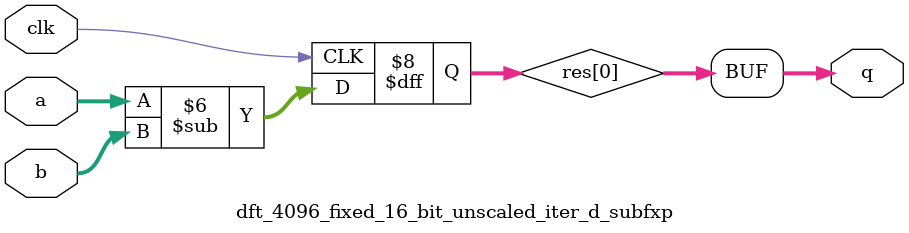
<source format=v>
/*
 * This source file contains a Verilog description of an IP core
 * automatically generated by the SPIRAL HDL Generator.
 *
 * This product includes a hardware design developed by Carnegie Mellon University.
 *
 * Copyright (c) 2005-2011 by Peter A. Milder for the SPIRAL Project,
 * Carnegie Mellon University
 *
 * For more information, see the SPIRAL project website at:
 *   http://www.spiral.net
 *
 * This design is provided for internal, non-commercial research use only
 * and is not for redistribution, with or without modifications.
 * 
 * You may not use the name "Carnegie Mellon University" or derivations
 * thereof to endorse or promote products derived from this software.
 *
 * THE SOFTWARE IS PROVIDED "AS-IS" WITHOUT ANY WARRANTY OF ANY KIND, EITHER
 * EXPRESS, IMPLIED OR STATUTORY, INCLUDING BUT NOT LIMITED TO ANY WARRANTY
 * THAT THE SOFTWARE WILL CONFORM TO SPECIFICATIONS OR BE ERROR-FREE AND ANY
 * IMPLIED WARRANTIES OF MERCHANTABILITY, FITNESS FOR A PARTICULAR PURPOSE,
 * TITLE, OR NON-INFRINGEMENT.  IN NO EVENT SHALL CARNEGIE MELLON UNIVERSITY
 * BE LIABLE FOR ANY DAMAGES, INCLUDING BUT NOT LIMITED TO DIRECT, INDIRECT,
 * SPECIAL OR CONSEQUENTIAL DAMAGES, ARISING OUT OF, RESULTING FROM, OR IN
 * ANY WAY CONNECTED WITH THIS SOFTWARE (WHETHER OR NOT BASED UPON WARRANTY,
 * CONTRACT, TORT OR OTHERWISE).
 *
 */
 /*
DFT Size = 4096
direction = forward
data type = 16 bit fixed point, unscaled 
architecture = iterative reuse
radix = 4
streaming width = 4
data ordering = natural input / natural output
BRAM budget = -1
*/
//   Input/output stream: 4 complex words per cycle
//   Throughput: one transform every 12409 cycles
//   Latency: 14462 cycles

//   Resources required:
//     12 multipliers (16 x 16 bit)
//     22 adders (16 x 16 bit)
//     3 adders (12 x 11 bit)
//     16 RAMs (2048 words, 32 bits per word)
//     16 ROMs (1024 words, 10 bits per word)
//     6 ROMs (4096 words, 16 bits per word)

// Generated on Fri Aug 23 20:27:26 EDT 2019

// Latency: 14462 clock cycles
// Throughput: 1 transform every 12409 cycles


// We use an interleaved complex data format.  X0 represents the
// real portion of the first input, and X1 represents the imaginary
// portion.  The X variables are system inputs and the Y variables
// are system outputs.

// The design uses a system of flag signals to indicate the
// beginning of the input and output data streams.  The 'next'
// input (asserted high), is used to instruct the system that the
// input stream will begin on the following cycle.

// This system has a 'gap' of 12409 cycles.  This means that
// 12409 cycles must elapse between the beginning of the input
// vectors.

// The output signal 'next_out' (also asserted high) indicates
// that the output vector will begin streaming out of the system
 // on the following cycle.

// The system has a latency of 14462 cycles.  This means that
// the 'next_out' will be asserted 14462 cycles after the user
// asserts 'next'.

// The simple testbench below will demonstrate the timing for loading
// and unloading data vectors.
// The system reset signal is asserted high.

// Please note: when simulating floating point code, you must include
// Xilinx's DSP slice simulation module.

// Latency: 14462
// Gap: 12409
// module_name_is:dft_top
module dft_4096_fixed_16_bit_unscaled_iter_d_dft_top(clk, reset, next, next_out,
   X0, Y0,
   X1, Y1,
   X2, Y2,
   X3, Y3,
   X4, Y4,
   X5, Y5,
   X6, Y6,
   X7, Y7);

   output next_out;
   input clk, reset, next;

   input [15:0] X0,
      X1,
      X2,
      X3,
      X4,
      X5,
      X6,
      X7;

   output [15:0] Y0,
      Y1,
      Y2,
      Y3,
      Y4,
      Y5,
      Y6,
      Y7;

   wire [15:0] t0_0;
   wire [15:0] t0_1;
   wire [15:0] t0_2;
   wire [15:0] t0_3;
   wire [15:0] t0_4;
   wire [15:0] t0_5;
   wire [15:0] t0_6;
   wire [15:0] t0_7;
   wire next_0;
   wire [15:0] t1_0;
   wire [15:0] t1_1;
   wire [15:0] t1_2;
   wire [15:0] t1_3;
   wire [15:0] t1_4;
   wire [15:0] t1_5;
   wire [15:0] t1_6;
   wire [15:0] t1_7;
   wire next_1;
   wire [15:0] t2_0;
   wire [15:0] t2_1;
   wire [15:0] t2_2;
   wire [15:0] t2_3;
   wire [15:0] t2_4;
   wire [15:0] t2_5;
   wire [15:0] t2_6;
   wire [15:0] t2_7;
   wire next_2;
   assign t0_0 = X0;
   assign Y0 = t2_0;
   assign t0_1 = X1;
   assign Y1 = t2_1;
   assign t0_2 = X2;
   assign Y2 = t2_2;
   assign t0_3 = X3;
   assign Y3 = t2_3;
   assign t0_4 = X4;
   assign Y4 = t2_4;
   assign t0_5 = X5;
   assign Y5 = t2_5;
   assign t0_6 = X6;
   assign Y6 = t2_6;
   assign t0_7 = X7;
   assign Y7 = t2_7;
   assign next_0 = next;
   assign next_out = next_2;

// latency=2053, gap=1024
dft_4096_fixed_16_bit_unscaled_iter_d_rc46310 stage0(.clk(clk), .reset(reset), .next(next_0), .next_out(next_1),
    .X0(t0_0), .Y0(t1_0),
    .X1(t0_1), .Y1(t1_1),
    .X2(t0_2), .Y2(t1_2),
    .X3(t0_3), .Y3(t1_3),
    .X4(t0_4), .Y4(t1_4),
    .X5(t0_5), .Y5(t1_5),
    .X6(t0_6), .Y6(t1_6),
    .X7(t0_7), .Y7(t1_7));


// latency=12409, gap=12409
dft_4096_fixed_16_bit_unscaled_iter_d_ICompose_55085 IComposeInst55584(.next(next_1), .clk(clk), .reset(reset), .next_out(next_2),
       .X0(t1_0), .Y0(t2_0),
       .X1(t1_1), .Y1(t2_1),
       .X2(t1_2), .Y2(t2_2),
       .X3(t1_3), .Y3(t2_3),
       .X4(t1_4), .Y4(t2_4),
       .X5(t1_5), .Y5(t2_5),
       .X6(t1_6), .Y6(t2_6),
       .X7(t1_7), .Y7(t2_7));


endmodule

// Latency: 2053
// Gap: 1024
module dft_4096_fixed_16_bit_unscaled_iter_d_rc46310(clk, reset, next, next_out,
   X0, Y0,
   X1, Y1,
   X2, Y2,
   X3, Y3,
   X4, Y4,
   X5, Y5,
   X6, Y6,
   X7, Y7);

   output next_out;
   input clk, reset, next;

   input [15:0] X0,
      X1,
      X2,
      X3,
      X4,
      X5,
      X6,
      X7;

   output [15:0] Y0,
      Y1,
      Y2,
      Y3,
      Y4,
      Y5,
      Y6,
      Y7;

   wire [31:0] t0;
   wire [31:0] s0;
   assign t0 = {X0, X1};
   wire [31:0] t1;
   wire [31:0] s1;
   assign t1 = {X2, X3};
   wire [31:0] t2;
   wire [31:0] s2;
   assign t2 = {X4, X5};
   wire [31:0] t3;
   wire [31:0] s3;
   assign t3 = {X6, X7};
   assign Y0 = s0[31:16];
   assign Y1 = s0[15:0];
   assign Y2 = s1[31:16];
   assign Y3 = s1[15:0];
   assign Y4 = s2[31:16];
   assign Y5 = s2[15:0];
   assign Y6 = s3[31:16];
   assign Y7 = s3[15:0];

dft_4096_fixed_16_bit_unscaled_iter_d_perm46308 instPerm55585(.x0(t0), .y0(s0),
    .x1(t1), .y1(s1),
    .x2(t2), .y2(s2),
    .x3(t3), .y3(s3),
   .clk(clk), .next(next), .next_out(next_out), .reset(reset)
);



endmodule

module dft_4096_fixed_16_bit_unscaled_iter_d_swNet46308(itr, clk, ct
,       x0, y0
,       x1, y1
,       x2, y2
,       x3, y3
);

    parameter width = 32;

    input [9:0] ct;
    input clk;
    input [0:0] itr;
    input [width-1:0] x0;
    output reg [width-1:0] y0;
    input [width-1:0] x1;
    output reg [width-1:0] y1;
    input [width-1:0] x2;
    output reg [width-1:0] y2;
    input [width-1:0] x3;
    output reg [width-1:0] y3;
    wire [width-1:0] t0_0, t0_1, t0_2, t0_3;
    wire [width-1:0] t1_0, t1_1, t1_2, t1_3;
    wire [width-1:0] t2_0, t2_1, t2_2, t2_3;
    reg [width-1:0] t3_0, t3_1, t3_2, t3_3;
    wire [width-1:0] t4_0, t4_1, t4_2, t4_3;
    reg [width-1:0] t5_0, t5_1, t5_2, t5_3;

    reg [3:0] control;

    always @(posedge clk) begin
      case(ct)
        10'd0: control <= 4'b1111;
        10'd1: control <= 4'b1111;
        10'd2: control <= 4'b1111;
        10'd3: control <= 4'b1111;
        10'd4: control <= 4'b1111;
        10'd5: control <= 4'b1111;
        10'd6: control <= 4'b1111;
        10'd7: control <= 4'b1111;
        10'd8: control <= 4'b1111;
        10'd9: control <= 4'b1111;
        10'd10: control <= 4'b1111;
        10'd11: control <= 4'b1111;
        10'd12: control <= 4'b1111;
        10'd13: control <= 4'b1111;
        10'd14: control <= 4'b1111;
        10'd15: control <= 4'b1111;
        10'd16: control <= 4'b1111;
        10'd17: control <= 4'b1111;
        10'd18: control <= 4'b1111;
        10'd19: control <= 4'b1111;
        10'd20: control <= 4'b1111;
        10'd21: control <= 4'b1111;
        10'd22: control <= 4'b1111;
        10'd23: control <= 4'b1111;
        10'd24: control <= 4'b1111;
        10'd25: control <= 4'b1111;
        10'd26: control <= 4'b1111;
        10'd27: control <= 4'b1111;
        10'd28: control <= 4'b1111;
        10'd29: control <= 4'b1111;
        10'd30: control <= 4'b1111;
        10'd31: control <= 4'b1111;
        10'd32: control <= 4'b1111;
        10'd33: control <= 4'b1111;
        10'd34: control <= 4'b1111;
        10'd35: control <= 4'b1111;
        10'd36: control <= 4'b1111;
        10'd37: control <= 4'b1111;
        10'd38: control <= 4'b1111;
        10'd39: control <= 4'b1111;
        10'd40: control <= 4'b1111;
        10'd41: control <= 4'b1111;
        10'd42: control <= 4'b1111;
        10'd43: control <= 4'b1111;
        10'd44: control <= 4'b1111;
        10'd45: control <= 4'b1111;
        10'd46: control <= 4'b1111;
        10'd47: control <= 4'b1111;
        10'd48: control <= 4'b1111;
        10'd49: control <= 4'b1111;
        10'd50: control <= 4'b1111;
        10'd51: control <= 4'b1111;
        10'd52: control <= 4'b1111;
        10'd53: control <= 4'b1111;
        10'd54: control <= 4'b1111;
        10'd55: control <= 4'b1111;
        10'd56: control <= 4'b1111;
        10'd57: control <= 4'b1111;
        10'd58: control <= 4'b1111;
        10'd59: control <= 4'b1111;
        10'd60: control <= 4'b1111;
        10'd61: control <= 4'b1111;
        10'd62: control <= 4'b1111;
        10'd63: control <= 4'b1111;
        10'd64: control <= 4'b1111;
        10'd65: control <= 4'b1111;
        10'd66: control <= 4'b1111;
        10'd67: control <= 4'b1111;
        10'd68: control <= 4'b1111;
        10'd69: control <= 4'b1111;
        10'd70: control <= 4'b1111;
        10'd71: control <= 4'b1111;
        10'd72: control <= 4'b1111;
        10'd73: control <= 4'b1111;
        10'd74: control <= 4'b1111;
        10'd75: control <= 4'b1111;
        10'd76: control <= 4'b1111;
        10'd77: control <= 4'b1111;
        10'd78: control <= 4'b1111;
        10'd79: control <= 4'b1111;
        10'd80: control <= 4'b1111;
        10'd81: control <= 4'b1111;
        10'd82: control <= 4'b1111;
        10'd83: control <= 4'b1111;
        10'd84: control <= 4'b1111;
        10'd85: control <= 4'b1111;
        10'd86: control <= 4'b1111;
        10'd87: control <= 4'b1111;
        10'd88: control <= 4'b1111;
        10'd89: control <= 4'b1111;
        10'd90: control <= 4'b1111;
        10'd91: control <= 4'b1111;
        10'd92: control <= 4'b1111;
        10'd93: control <= 4'b1111;
        10'd94: control <= 4'b1111;
        10'd95: control <= 4'b1111;
        10'd96: control <= 4'b1111;
        10'd97: control <= 4'b1111;
        10'd98: control <= 4'b1111;
        10'd99: control <= 4'b1111;
        10'd100: control <= 4'b1111;
        10'd101: control <= 4'b1111;
        10'd102: control <= 4'b1111;
        10'd103: control <= 4'b1111;
        10'd104: control <= 4'b1111;
        10'd105: control <= 4'b1111;
        10'd106: control <= 4'b1111;
        10'd107: control <= 4'b1111;
        10'd108: control <= 4'b1111;
        10'd109: control <= 4'b1111;
        10'd110: control <= 4'b1111;
        10'd111: control <= 4'b1111;
        10'd112: control <= 4'b1111;
        10'd113: control <= 4'b1111;
        10'd114: control <= 4'b1111;
        10'd115: control <= 4'b1111;
        10'd116: control <= 4'b1111;
        10'd117: control <= 4'b1111;
        10'd118: control <= 4'b1111;
        10'd119: control <= 4'b1111;
        10'd120: control <= 4'b1111;
        10'd121: control <= 4'b1111;
        10'd122: control <= 4'b1111;
        10'd123: control <= 4'b1111;
        10'd124: control <= 4'b1111;
        10'd125: control <= 4'b1111;
        10'd126: control <= 4'b1111;
        10'd127: control <= 4'b1111;
        10'd128: control <= 4'b1111;
        10'd129: control <= 4'b1111;
        10'd130: control <= 4'b1111;
        10'd131: control <= 4'b1111;
        10'd132: control <= 4'b1111;
        10'd133: control <= 4'b1111;
        10'd134: control <= 4'b1111;
        10'd135: control <= 4'b1111;
        10'd136: control <= 4'b1111;
        10'd137: control <= 4'b1111;
        10'd138: control <= 4'b1111;
        10'd139: control <= 4'b1111;
        10'd140: control <= 4'b1111;
        10'd141: control <= 4'b1111;
        10'd142: control <= 4'b1111;
        10'd143: control <= 4'b1111;
        10'd144: control <= 4'b1111;
        10'd145: control <= 4'b1111;
        10'd146: control <= 4'b1111;
        10'd147: control <= 4'b1111;
        10'd148: control <= 4'b1111;
        10'd149: control <= 4'b1111;
        10'd150: control <= 4'b1111;
        10'd151: control <= 4'b1111;
        10'd152: control <= 4'b1111;
        10'd153: control <= 4'b1111;
        10'd154: control <= 4'b1111;
        10'd155: control <= 4'b1111;
        10'd156: control <= 4'b1111;
        10'd157: control <= 4'b1111;
        10'd158: control <= 4'b1111;
        10'd159: control <= 4'b1111;
        10'd160: control <= 4'b1111;
        10'd161: control <= 4'b1111;
        10'd162: control <= 4'b1111;
        10'd163: control <= 4'b1111;
        10'd164: control <= 4'b1111;
        10'd165: control <= 4'b1111;
        10'd166: control <= 4'b1111;
        10'd167: control <= 4'b1111;
        10'd168: control <= 4'b1111;
        10'd169: control <= 4'b1111;
        10'd170: control <= 4'b1111;
        10'd171: control <= 4'b1111;
        10'd172: control <= 4'b1111;
        10'd173: control <= 4'b1111;
        10'd174: control <= 4'b1111;
        10'd175: control <= 4'b1111;
        10'd176: control <= 4'b1111;
        10'd177: control <= 4'b1111;
        10'd178: control <= 4'b1111;
        10'd179: control <= 4'b1111;
        10'd180: control <= 4'b1111;
        10'd181: control <= 4'b1111;
        10'd182: control <= 4'b1111;
        10'd183: control <= 4'b1111;
        10'd184: control <= 4'b1111;
        10'd185: control <= 4'b1111;
        10'd186: control <= 4'b1111;
        10'd187: control <= 4'b1111;
        10'd188: control <= 4'b1111;
        10'd189: control <= 4'b1111;
        10'd190: control <= 4'b1111;
        10'd191: control <= 4'b1111;
        10'd192: control <= 4'b1111;
        10'd193: control <= 4'b1111;
        10'd194: control <= 4'b1111;
        10'd195: control <= 4'b1111;
        10'd196: control <= 4'b1111;
        10'd197: control <= 4'b1111;
        10'd198: control <= 4'b1111;
        10'd199: control <= 4'b1111;
        10'd200: control <= 4'b1111;
        10'd201: control <= 4'b1111;
        10'd202: control <= 4'b1111;
        10'd203: control <= 4'b1111;
        10'd204: control <= 4'b1111;
        10'd205: control <= 4'b1111;
        10'd206: control <= 4'b1111;
        10'd207: control <= 4'b1111;
        10'd208: control <= 4'b1111;
        10'd209: control <= 4'b1111;
        10'd210: control <= 4'b1111;
        10'd211: control <= 4'b1111;
        10'd212: control <= 4'b1111;
        10'd213: control <= 4'b1111;
        10'd214: control <= 4'b1111;
        10'd215: control <= 4'b1111;
        10'd216: control <= 4'b1111;
        10'd217: control <= 4'b1111;
        10'd218: control <= 4'b1111;
        10'd219: control <= 4'b1111;
        10'd220: control <= 4'b1111;
        10'd221: control <= 4'b1111;
        10'd222: control <= 4'b1111;
        10'd223: control <= 4'b1111;
        10'd224: control <= 4'b1111;
        10'd225: control <= 4'b1111;
        10'd226: control <= 4'b1111;
        10'd227: control <= 4'b1111;
        10'd228: control <= 4'b1111;
        10'd229: control <= 4'b1111;
        10'd230: control <= 4'b1111;
        10'd231: control <= 4'b1111;
        10'd232: control <= 4'b1111;
        10'd233: control <= 4'b1111;
        10'd234: control <= 4'b1111;
        10'd235: control <= 4'b1111;
        10'd236: control <= 4'b1111;
        10'd237: control <= 4'b1111;
        10'd238: control <= 4'b1111;
        10'd239: control <= 4'b1111;
        10'd240: control <= 4'b1111;
        10'd241: control <= 4'b1111;
        10'd242: control <= 4'b1111;
        10'd243: control <= 4'b1111;
        10'd244: control <= 4'b1111;
        10'd245: control <= 4'b1111;
        10'd246: control <= 4'b1111;
        10'd247: control <= 4'b1111;
        10'd248: control <= 4'b1111;
        10'd249: control <= 4'b1111;
        10'd250: control <= 4'b1111;
        10'd251: control <= 4'b1111;
        10'd252: control <= 4'b1111;
        10'd253: control <= 4'b1111;
        10'd254: control <= 4'b1111;
        10'd255: control <= 4'b1111;
        10'd256: control <= 4'b0011;
        10'd257: control <= 4'b0011;
        10'd258: control <= 4'b0011;
        10'd259: control <= 4'b0011;
        10'd260: control <= 4'b0011;
        10'd261: control <= 4'b0011;
        10'd262: control <= 4'b0011;
        10'd263: control <= 4'b0011;
        10'd264: control <= 4'b0011;
        10'd265: control <= 4'b0011;
        10'd266: control <= 4'b0011;
        10'd267: control <= 4'b0011;
        10'd268: control <= 4'b0011;
        10'd269: control <= 4'b0011;
        10'd270: control <= 4'b0011;
        10'd271: control <= 4'b0011;
        10'd272: control <= 4'b0011;
        10'd273: control <= 4'b0011;
        10'd274: control <= 4'b0011;
        10'd275: control <= 4'b0011;
        10'd276: control <= 4'b0011;
        10'd277: control <= 4'b0011;
        10'd278: control <= 4'b0011;
        10'd279: control <= 4'b0011;
        10'd280: control <= 4'b0011;
        10'd281: control <= 4'b0011;
        10'd282: control <= 4'b0011;
        10'd283: control <= 4'b0011;
        10'd284: control <= 4'b0011;
        10'd285: control <= 4'b0011;
        10'd286: control <= 4'b0011;
        10'd287: control <= 4'b0011;
        10'd288: control <= 4'b0011;
        10'd289: control <= 4'b0011;
        10'd290: control <= 4'b0011;
        10'd291: control <= 4'b0011;
        10'd292: control <= 4'b0011;
        10'd293: control <= 4'b0011;
        10'd294: control <= 4'b0011;
        10'd295: control <= 4'b0011;
        10'd296: control <= 4'b0011;
        10'd297: control <= 4'b0011;
        10'd298: control <= 4'b0011;
        10'd299: control <= 4'b0011;
        10'd300: control <= 4'b0011;
        10'd301: control <= 4'b0011;
        10'd302: control <= 4'b0011;
        10'd303: control <= 4'b0011;
        10'd304: control <= 4'b0011;
        10'd305: control <= 4'b0011;
        10'd306: control <= 4'b0011;
        10'd307: control <= 4'b0011;
        10'd308: control <= 4'b0011;
        10'd309: control <= 4'b0011;
        10'd310: control <= 4'b0011;
        10'd311: control <= 4'b0011;
        10'd312: control <= 4'b0011;
        10'd313: control <= 4'b0011;
        10'd314: control <= 4'b0011;
        10'd315: control <= 4'b0011;
        10'd316: control <= 4'b0011;
        10'd317: control <= 4'b0011;
        10'd318: control <= 4'b0011;
        10'd319: control <= 4'b0011;
        10'd320: control <= 4'b0011;
        10'd321: control <= 4'b0011;
        10'd322: control <= 4'b0011;
        10'd323: control <= 4'b0011;
        10'd324: control <= 4'b0011;
        10'd325: control <= 4'b0011;
        10'd326: control <= 4'b0011;
        10'd327: control <= 4'b0011;
        10'd328: control <= 4'b0011;
        10'd329: control <= 4'b0011;
        10'd330: control <= 4'b0011;
        10'd331: control <= 4'b0011;
        10'd332: control <= 4'b0011;
        10'd333: control <= 4'b0011;
        10'd334: control <= 4'b0011;
        10'd335: control <= 4'b0011;
        10'd336: control <= 4'b0011;
        10'd337: control <= 4'b0011;
        10'd338: control <= 4'b0011;
        10'd339: control <= 4'b0011;
        10'd340: control <= 4'b0011;
        10'd341: control <= 4'b0011;
        10'd342: control <= 4'b0011;
        10'd343: control <= 4'b0011;
        10'd344: control <= 4'b0011;
        10'd345: control <= 4'b0011;
        10'd346: control <= 4'b0011;
        10'd347: control <= 4'b0011;
        10'd348: control <= 4'b0011;
        10'd349: control <= 4'b0011;
        10'd350: control <= 4'b0011;
        10'd351: control <= 4'b0011;
        10'd352: control <= 4'b0011;
        10'd353: control <= 4'b0011;
        10'd354: control <= 4'b0011;
        10'd355: control <= 4'b0011;
        10'd356: control <= 4'b0011;
        10'd357: control <= 4'b0011;
        10'd358: control <= 4'b0011;
        10'd359: control <= 4'b0011;
        10'd360: control <= 4'b0011;
        10'd361: control <= 4'b0011;
        10'd362: control <= 4'b0011;
        10'd363: control <= 4'b0011;
        10'd364: control <= 4'b0011;
        10'd365: control <= 4'b0011;
        10'd366: control <= 4'b0011;
        10'd367: control <= 4'b0011;
        10'd368: control <= 4'b0011;
        10'd369: control <= 4'b0011;
        10'd370: control <= 4'b0011;
        10'd371: control <= 4'b0011;
        10'd372: control <= 4'b0011;
        10'd373: control <= 4'b0011;
        10'd374: control <= 4'b0011;
        10'd375: control <= 4'b0011;
        10'd376: control <= 4'b0011;
        10'd377: control <= 4'b0011;
        10'd378: control <= 4'b0011;
        10'd379: control <= 4'b0011;
        10'd380: control <= 4'b0011;
        10'd381: control <= 4'b0011;
        10'd382: control <= 4'b0011;
        10'd383: control <= 4'b0011;
        10'd384: control <= 4'b0011;
        10'd385: control <= 4'b0011;
        10'd386: control <= 4'b0011;
        10'd387: control <= 4'b0011;
        10'd388: control <= 4'b0011;
        10'd389: control <= 4'b0011;
        10'd390: control <= 4'b0011;
        10'd391: control <= 4'b0011;
        10'd392: control <= 4'b0011;
        10'd393: control <= 4'b0011;
        10'd394: control <= 4'b0011;
        10'd395: control <= 4'b0011;
        10'd396: control <= 4'b0011;
        10'd397: control <= 4'b0011;
        10'd398: control <= 4'b0011;
        10'd399: control <= 4'b0011;
        10'd400: control <= 4'b0011;
        10'd401: control <= 4'b0011;
        10'd402: control <= 4'b0011;
        10'd403: control <= 4'b0011;
        10'd404: control <= 4'b0011;
        10'd405: control <= 4'b0011;
        10'd406: control <= 4'b0011;
        10'd407: control <= 4'b0011;
        10'd408: control <= 4'b0011;
        10'd409: control <= 4'b0011;
        10'd410: control <= 4'b0011;
        10'd411: control <= 4'b0011;
        10'd412: control <= 4'b0011;
        10'd413: control <= 4'b0011;
        10'd414: control <= 4'b0011;
        10'd415: control <= 4'b0011;
        10'd416: control <= 4'b0011;
        10'd417: control <= 4'b0011;
        10'd418: control <= 4'b0011;
        10'd419: control <= 4'b0011;
        10'd420: control <= 4'b0011;
        10'd421: control <= 4'b0011;
        10'd422: control <= 4'b0011;
        10'd423: control <= 4'b0011;
        10'd424: control <= 4'b0011;
        10'd425: control <= 4'b0011;
        10'd426: control <= 4'b0011;
        10'd427: control <= 4'b0011;
        10'd428: control <= 4'b0011;
        10'd429: control <= 4'b0011;
        10'd430: control <= 4'b0011;
        10'd431: control <= 4'b0011;
        10'd432: control <= 4'b0011;
        10'd433: control <= 4'b0011;
        10'd434: control <= 4'b0011;
        10'd435: control <= 4'b0011;
        10'd436: control <= 4'b0011;
        10'd437: control <= 4'b0011;
        10'd438: control <= 4'b0011;
        10'd439: control <= 4'b0011;
        10'd440: control <= 4'b0011;
        10'd441: control <= 4'b0011;
        10'd442: control <= 4'b0011;
        10'd443: control <= 4'b0011;
        10'd444: control <= 4'b0011;
        10'd445: control <= 4'b0011;
        10'd446: control <= 4'b0011;
        10'd447: control <= 4'b0011;
        10'd448: control <= 4'b0011;
        10'd449: control <= 4'b0011;
        10'd450: control <= 4'b0011;
        10'd451: control <= 4'b0011;
        10'd452: control <= 4'b0011;
        10'd453: control <= 4'b0011;
        10'd454: control <= 4'b0011;
        10'd455: control <= 4'b0011;
        10'd456: control <= 4'b0011;
        10'd457: control <= 4'b0011;
        10'd458: control <= 4'b0011;
        10'd459: control <= 4'b0011;
        10'd460: control <= 4'b0011;
        10'd461: control <= 4'b0011;
        10'd462: control <= 4'b0011;
        10'd463: control <= 4'b0011;
        10'd464: control <= 4'b0011;
        10'd465: control <= 4'b0011;
        10'd466: control <= 4'b0011;
        10'd467: control <= 4'b0011;
        10'd468: control <= 4'b0011;
        10'd469: control <= 4'b0011;
        10'd470: control <= 4'b0011;
        10'd471: control <= 4'b0011;
        10'd472: control <= 4'b0011;
        10'd473: control <= 4'b0011;
        10'd474: control <= 4'b0011;
        10'd475: control <= 4'b0011;
        10'd476: control <= 4'b0011;
        10'd477: control <= 4'b0011;
        10'd478: control <= 4'b0011;
        10'd479: control <= 4'b0011;
        10'd480: control <= 4'b0011;
        10'd481: control <= 4'b0011;
        10'd482: control <= 4'b0011;
        10'd483: control <= 4'b0011;
        10'd484: control <= 4'b0011;
        10'd485: control <= 4'b0011;
        10'd486: control <= 4'b0011;
        10'd487: control <= 4'b0011;
        10'd488: control <= 4'b0011;
        10'd489: control <= 4'b0011;
        10'd490: control <= 4'b0011;
        10'd491: control <= 4'b0011;
        10'd492: control <= 4'b0011;
        10'd493: control <= 4'b0011;
        10'd494: control <= 4'b0011;
        10'd495: control <= 4'b0011;
        10'd496: control <= 4'b0011;
        10'd497: control <= 4'b0011;
        10'd498: control <= 4'b0011;
        10'd499: control <= 4'b0011;
        10'd500: control <= 4'b0011;
        10'd501: control <= 4'b0011;
        10'd502: control <= 4'b0011;
        10'd503: control <= 4'b0011;
        10'd504: control <= 4'b0011;
        10'd505: control <= 4'b0011;
        10'd506: control <= 4'b0011;
        10'd507: control <= 4'b0011;
        10'd508: control <= 4'b0011;
        10'd509: control <= 4'b0011;
        10'd510: control <= 4'b0011;
        10'd511: control <= 4'b0011;
        10'd512: control <= 4'b1100;
        10'd513: control <= 4'b1100;
        10'd514: control <= 4'b1100;
        10'd515: control <= 4'b1100;
        10'd516: control <= 4'b1100;
        10'd517: control <= 4'b1100;
        10'd518: control <= 4'b1100;
        10'd519: control <= 4'b1100;
        10'd520: control <= 4'b1100;
        10'd521: control <= 4'b1100;
        10'd522: control <= 4'b1100;
        10'd523: control <= 4'b1100;
        10'd524: control <= 4'b1100;
        10'd525: control <= 4'b1100;
        10'd526: control <= 4'b1100;
        10'd527: control <= 4'b1100;
        10'd528: control <= 4'b1100;
        10'd529: control <= 4'b1100;
        10'd530: control <= 4'b1100;
        10'd531: control <= 4'b1100;
        10'd532: control <= 4'b1100;
        10'd533: control <= 4'b1100;
        10'd534: control <= 4'b1100;
        10'd535: control <= 4'b1100;
        10'd536: control <= 4'b1100;
        10'd537: control <= 4'b1100;
        10'd538: control <= 4'b1100;
        10'd539: control <= 4'b1100;
        10'd540: control <= 4'b1100;
        10'd541: control <= 4'b1100;
        10'd542: control <= 4'b1100;
        10'd543: control <= 4'b1100;
        10'd544: control <= 4'b1100;
        10'd545: control <= 4'b1100;
        10'd546: control <= 4'b1100;
        10'd547: control <= 4'b1100;
        10'd548: control <= 4'b1100;
        10'd549: control <= 4'b1100;
        10'd550: control <= 4'b1100;
        10'd551: control <= 4'b1100;
        10'd552: control <= 4'b1100;
        10'd553: control <= 4'b1100;
        10'd554: control <= 4'b1100;
        10'd555: control <= 4'b1100;
        10'd556: control <= 4'b1100;
        10'd557: control <= 4'b1100;
        10'd558: control <= 4'b1100;
        10'd559: control <= 4'b1100;
        10'd560: control <= 4'b1100;
        10'd561: control <= 4'b1100;
        10'd562: control <= 4'b1100;
        10'd563: control <= 4'b1100;
        10'd564: control <= 4'b1100;
        10'd565: control <= 4'b1100;
        10'd566: control <= 4'b1100;
        10'd567: control <= 4'b1100;
        10'd568: control <= 4'b1100;
        10'd569: control <= 4'b1100;
        10'd570: control <= 4'b1100;
        10'd571: control <= 4'b1100;
        10'd572: control <= 4'b1100;
        10'd573: control <= 4'b1100;
        10'd574: control <= 4'b1100;
        10'd575: control <= 4'b1100;
        10'd576: control <= 4'b1100;
        10'd577: control <= 4'b1100;
        10'd578: control <= 4'b1100;
        10'd579: control <= 4'b1100;
        10'd580: control <= 4'b1100;
        10'd581: control <= 4'b1100;
        10'd582: control <= 4'b1100;
        10'd583: control <= 4'b1100;
        10'd584: control <= 4'b1100;
        10'd585: control <= 4'b1100;
        10'd586: control <= 4'b1100;
        10'd587: control <= 4'b1100;
        10'd588: control <= 4'b1100;
        10'd589: control <= 4'b1100;
        10'd590: control <= 4'b1100;
        10'd591: control <= 4'b1100;
        10'd592: control <= 4'b1100;
        10'd593: control <= 4'b1100;
        10'd594: control <= 4'b1100;
        10'd595: control <= 4'b1100;
        10'd596: control <= 4'b1100;
        10'd597: control <= 4'b1100;
        10'd598: control <= 4'b1100;
        10'd599: control <= 4'b1100;
        10'd600: control <= 4'b1100;
        10'd601: control <= 4'b1100;
        10'd602: control <= 4'b1100;
        10'd603: control <= 4'b1100;
        10'd604: control <= 4'b1100;
        10'd605: control <= 4'b1100;
        10'd606: control <= 4'b1100;
        10'd607: control <= 4'b1100;
        10'd608: control <= 4'b1100;
        10'd609: control <= 4'b1100;
        10'd610: control <= 4'b1100;
        10'd611: control <= 4'b1100;
        10'd612: control <= 4'b1100;
        10'd613: control <= 4'b1100;
        10'd614: control <= 4'b1100;
        10'd615: control <= 4'b1100;
        10'd616: control <= 4'b1100;
        10'd617: control <= 4'b1100;
        10'd618: control <= 4'b1100;
        10'd619: control <= 4'b1100;
        10'd620: control <= 4'b1100;
        10'd621: control <= 4'b1100;
        10'd622: control <= 4'b1100;
        10'd623: control <= 4'b1100;
        10'd624: control <= 4'b1100;
        10'd625: control <= 4'b1100;
        10'd626: control <= 4'b1100;
        10'd627: control <= 4'b1100;
        10'd628: control <= 4'b1100;
        10'd629: control <= 4'b1100;
        10'd630: control <= 4'b1100;
        10'd631: control <= 4'b1100;
        10'd632: control <= 4'b1100;
        10'd633: control <= 4'b1100;
        10'd634: control <= 4'b1100;
        10'd635: control <= 4'b1100;
        10'd636: control <= 4'b1100;
        10'd637: control <= 4'b1100;
        10'd638: control <= 4'b1100;
        10'd639: control <= 4'b1100;
        10'd640: control <= 4'b1100;
        10'd641: control <= 4'b1100;
        10'd642: control <= 4'b1100;
        10'd643: control <= 4'b1100;
        10'd644: control <= 4'b1100;
        10'd645: control <= 4'b1100;
        10'd646: control <= 4'b1100;
        10'd647: control <= 4'b1100;
        10'd648: control <= 4'b1100;
        10'd649: control <= 4'b1100;
        10'd650: control <= 4'b1100;
        10'd651: control <= 4'b1100;
        10'd652: control <= 4'b1100;
        10'd653: control <= 4'b1100;
        10'd654: control <= 4'b1100;
        10'd655: control <= 4'b1100;
        10'd656: control <= 4'b1100;
        10'd657: control <= 4'b1100;
        10'd658: control <= 4'b1100;
        10'd659: control <= 4'b1100;
        10'd660: control <= 4'b1100;
        10'd661: control <= 4'b1100;
        10'd662: control <= 4'b1100;
        10'd663: control <= 4'b1100;
        10'd664: control <= 4'b1100;
        10'd665: control <= 4'b1100;
        10'd666: control <= 4'b1100;
        10'd667: control <= 4'b1100;
        10'd668: control <= 4'b1100;
        10'd669: control <= 4'b1100;
        10'd670: control <= 4'b1100;
        10'd671: control <= 4'b1100;
        10'd672: control <= 4'b1100;
        10'd673: control <= 4'b1100;
        10'd674: control <= 4'b1100;
        10'd675: control <= 4'b1100;
        10'd676: control <= 4'b1100;
        10'd677: control <= 4'b1100;
        10'd678: control <= 4'b1100;
        10'd679: control <= 4'b1100;
        10'd680: control <= 4'b1100;
        10'd681: control <= 4'b1100;
        10'd682: control <= 4'b1100;
        10'd683: control <= 4'b1100;
        10'd684: control <= 4'b1100;
        10'd685: control <= 4'b1100;
        10'd686: control <= 4'b1100;
        10'd687: control <= 4'b1100;
        10'd688: control <= 4'b1100;
        10'd689: control <= 4'b1100;
        10'd690: control <= 4'b1100;
        10'd691: control <= 4'b1100;
        10'd692: control <= 4'b1100;
        10'd693: control <= 4'b1100;
        10'd694: control <= 4'b1100;
        10'd695: control <= 4'b1100;
        10'd696: control <= 4'b1100;
        10'd697: control <= 4'b1100;
        10'd698: control <= 4'b1100;
        10'd699: control <= 4'b1100;
        10'd700: control <= 4'b1100;
        10'd701: control <= 4'b1100;
        10'd702: control <= 4'b1100;
        10'd703: control <= 4'b1100;
        10'd704: control <= 4'b1100;
        10'd705: control <= 4'b1100;
        10'd706: control <= 4'b1100;
        10'd707: control <= 4'b1100;
        10'd708: control <= 4'b1100;
        10'd709: control <= 4'b1100;
        10'd710: control <= 4'b1100;
        10'd711: control <= 4'b1100;
        10'd712: control <= 4'b1100;
        10'd713: control <= 4'b1100;
        10'd714: control <= 4'b1100;
        10'd715: control <= 4'b1100;
        10'd716: control <= 4'b1100;
        10'd717: control <= 4'b1100;
        10'd718: control <= 4'b1100;
        10'd719: control <= 4'b1100;
        10'd720: control <= 4'b1100;
        10'd721: control <= 4'b1100;
        10'd722: control <= 4'b1100;
        10'd723: control <= 4'b1100;
        10'd724: control <= 4'b1100;
        10'd725: control <= 4'b1100;
        10'd726: control <= 4'b1100;
        10'd727: control <= 4'b1100;
        10'd728: control <= 4'b1100;
        10'd729: control <= 4'b1100;
        10'd730: control <= 4'b1100;
        10'd731: control <= 4'b1100;
        10'd732: control <= 4'b1100;
        10'd733: control <= 4'b1100;
        10'd734: control <= 4'b1100;
        10'd735: control <= 4'b1100;
        10'd736: control <= 4'b1100;
        10'd737: control <= 4'b1100;
        10'd738: control <= 4'b1100;
        10'd739: control <= 4'b1100;
        10'd740: control <= 4'b1100;
        10'd741: control <= 4'b1100;
        10'd742: control <= 4'b1100;
        10'd743: control <= 4'b1100;
        10'd744: control <= 4'b1100;
        10'd745: control <= 4'b1100;
        10'd746: control <= 4'b1100;
        10'd747: control <= 4'b1100;
        10'd748: control <= 4'b1100;
        10'd749: control <= 4'b1100;
        10'd750: control <= 4'b1100;
        10'd751: control <= 4'b1100;
        10'd752: control <= 4'b1100;
        10'd753: control <= 4'b1100;
        10'd754: control <= 4'b1100;
        10'd755: control <= 4'b1100;
        10'd756: control <= 4'b1100;
        10'd757: control <= 4'b1100;
        10'd758: control <= 4'b1100;
        10'd759: control <= 4'b1100;
        10'd760: control <= 4'b1100;
        10'd761: control <= 4'b1100;
        10'd762: control <= 4'b1100;
        10'd763: control <= 4'b1100;
        10'd764: control <= 4'b1100;
        10'd765: control <= 4'b1100;
        10'd766: control <= 4'b1100;
        10'd767: control <= 4'b1100;
        10'd768: control <= 4'b0000;
        10'd769: control <= 4'b0000;
        10'd770: control <= 4'b0000;
        10'd771: control <= 4'b0000;
        10'd772: control <= 4'b0000;
        10'd773: control <= 4'b0000;
        10'd774: control <= 4'b0000;
        10'd775: control <= 4'b0000;
        10'd776: control <= 4'b0000;
        10'd777: control <= 4'b0000;
        10'd778: control <= 4'b0000;
        10'd779: control <= 4'b0000;
        10'd780: control <= 4'b0000;
        10'd781: control <= 4'b0000;
        10'd782: control <= 4'b0000;
        10'd783: control <= 4'b0000;
        10'd784: control <= 4'b0000;
        10'd785: control <= 4'b0000;
        10'd786: control <= 4'b0000;
        10'd787: control <= 4'b0000;
        10'd788: control <= 4'b0000;
        10'd789: control <= 4'b0000;
        10'd790: control <= 4'b0000;
        10'd791: control <= 4'b0000;
        10'd792: control <= 4'b0000;
        10'd793: control <= 4'b0000;
        10'd794: control <= 4'b0000;
        10'd795: control <= 4'b0000;
        10'd796: control <= 4'b0000;
        10'd797: control <= 4'b0000;
        10'd798: control <= 4'b0000;
        10'd799: control <= 4'b0000;
        10'd800: control <= 4'b0000;
        10'd801: control <= 4'b0000;
        10'd802: control <= 4'b0000;
        10'd803: control <= 4'b0000;
        10'd804: control <= 4'b0000;
        10'd805: control <= 4'b0000;
        10'd806: control <= 4'b0000;
        10'd807: control <= 4'b0000;
        10'd808: control <= 4'b0000;
        10'd809: control <= 4'b0000;
        10'd810: control <= 4'b0000;
        10'd811: control <= 4'b0000;
        10'd812: control <= 4'b0000;
        10'd813: control <= 4'b0000;
        10'd814: control <= 4'b0000;
        10'd815: control <= 4'b0000;
        10'd816: control <= 4'b0000;
        10'd817: control <= 4'b0000;
        10'd818: control <= 4'b0000;
        10'd819: control <= 4'b0000;
        10'd820: control <= 4'b0000;
        10'd821: control <= 4'b0000;
        10'd822: control <= 4'b0000;
        10'd823: control <= 4'b0000;
        10'd824: control <= 4'b0000;
        10'd825: control <= 4'b0000;
        10'd826: control <= 4'b0000;
        10'd827: control <= 4'b0000;
        10'd828: control <= 4'b0000;
        10'd829: control <= 4'b0000;
        10'd830: control <= 4'b0000;
        10'd831: control <= 4'b0000;
        10'd832: control <= 4'b0000;
        10'd833: control <= 4'b0000;
        10'd834: control <= 4'b0000;
        10'd835: control <= 4'b0000;
        10'd836: control <= 4'b0000;
        10'd837: control <= 4'b0000;
        10'd838: control <= 4'b0000;
        10'd839: control <= 4'b0000;
        10'd840: control <= 4'b0000;
        10'd841: control <= 4'b0000;
        10'd842: control <= 4'b0000;
        10'd843: control <= 4'b0000;
        10'd844: control <= 4'b0000;
        10'd845: control <= 4'b0000;
        10'd846: control <= 4'b0000;
        10'd847: control <= 4'b0000;
        10'd848: control <= 4'b0000;
        10'd849: control <= 4'b0000;
        10'd850: control <= 4'b0000;
        10'd851: control <= 4'b0000;
        10'd852: control <= 4'b0000;
        10'd853: control <= 4'b0000;
        10'd854: control <= 4'b0000;
        10'd855: control <= 4'b0000;
        10'd856: control <= 4'b0000;
        10'd857: control <= 4'b0000;
        10'd858: control <= 4'b0000;
        10'd859: control <= 4'b0000;
        10'd860: control <= 4'b0000;
        10'd861: control <= 4'b0000;
        10'd862: control <= 4'b0000;
        10'd863: control <= 4'b0000;
        10'd864: control <= 4'b0000;
        10'd865: control <= 4'b0000;
        10'd866: control <= 4'b0000;
        10'd867: control <= 4'b0000;
        10'd868: control <= 4'b0000;
        10'd869: control <= 4'b0000;
        10'd870: control <= 4'b0000;
        10'd871: control <= 4'b0000;
        10'd872: control <= 4'b0000;
        10'd873: control <= 4'b0000;
        10'd874: control <= 4'b0000;
        10'd875: control <= 4'b0000;
        10'd876: control <= 4'b0000;
        10'd877: control <= 4'b0000;
        10'd878: control <= 4'b0000;
        10'd879: control <= 4'b0000;
        10'd880: control <= 4'b0000;
        10'd881: control <= 4'b0000;
        10'd882: control <= 4'b0000;
        10'd883: control <= 4'b0000;
        10'd884: control <= 4'b0000;
        10'd885: control <= 4'b0000;
        10'd886: control <= 4'b0000;
        10'd887: control <= 4'b0000;
        10'd888: control <= 4'b0000;
        10'd889: control <= 4'b0000;
        10'd890: control <= 4'b0000;
        10'd891: control <= 4'b0000;
        10'd892: control <= 4'b0000;
        10'd893: control <= 4'b0000;
        10'd894: control <= 4'b0000;
        10'd895: control <= 4'b0000;
        10'd896: control <= 4'b0000;
        10'd897: control <= 4'b0000;
        10'd898: control <= 4'b0000;
        10'd899: control <= 4'b0000;
        10'd900: control <= 4'b0000;
        10'd901: control <= 4'b0000;
        10'd902: control <= 4'b0000;
        10'd903: control <= 4'b0000;
        10'd904: control <= 4'b0000;
        10'd905: control <= 4'b0000;
        10'd906: control <= 4'b0000;
        10'd907: control <= 4'b0000;
        10'd908: control <= 4'b0000;
        10'd909: control <= 4'b0000;
        10'd910: control <= 4'b0000;
        10'd911: control <= 4'b0000;
        10'd912: control <= 4'b0000;
        10'd913: control <= 4'b0000;
        10'd914: control <= 4'b0000;
        10'd915: control <= 4'b0000;
        10'd916: control <= 4'b0000;
        10'd917: control <= 4'b0000;
        10'd918: control <= 4'b0000;
        10'd919: control <= 4'b0000;
        10'd920: control <= 4'b0000;
        10'd921: control <= 4'b0000;
        10'd922: control <= 4'b0000;
        10'd923: control <= 4'b0000;
        10'd924: control <= 4'b0000;
        10'd925: control <= 4'b0000;
        10'd926: control <= 4'b0000;
        10'd927: control <= 4'b0000;
        10'd928: control <= 4'b0000;
        10'd929: control <= 4'b0000;
        10'd930: control <= 4'b0000;
        10'd931: control <= 4'b0000;
        10'd932: control <= 4'b0000;
        10'd933: control <= 4'b0000;
        10'd934: control <= 4'b0000;
        10'd935: control <= 4'b0000;
        10'd936: control <= 4'b0000;
        10'd937: control <= 4'b0000;
        10'd938: control <= 4'b0000;
        10'd939: control <= 4'b0000;
        10'd940: control <= 4'b0000;
        10'd941: control <= 4'b0000;
        10'd942: control <= 4'b0000;
        10'd943: control <= 4'b0000;
        10'd944: control <= 4'b0000;
        10'd945: control <= 4'b0000;
        10'd946: control <= 4'b0000;
        10'd947: control <= 4'b0000;
        10'd948: control <= 4'b0000;
        10'd949: control <= 4'b0000;
        10'd950: control <= 4'b0000;
        10'd951: control <= 4'b0000;
        10'd952: control <= 4'b0000;
        10'd953: control <= 4'b0000;
        10'd954: control <= 4'b0000;
        10'd955: control <= 4'b0000;
        10'd956: control <= 4'b0000;
        10'd957: control <= 4'b0000;
        10'd958: control <= 4'b0000;
        10'd959: control <= 4'b0000;
        10'd960: control <= 4'b0000;
        10'd961: control <= 4'b0000;
        10'd962: control <= 4'b0000;
        10'd963: control <= 4'b0000;
        10'd964: control <= 4'b0000;
        10'd965: control <= 4'b0000;
        10'd966: control <= 4'b0000;
        10'd967: control <= 4'b0000;
        10'd968: control <= 4'b0000;
        10'd969: control <= 4'b0000;
        10'd970: control <= 4'b0000;
        10'd971: control <= 4'b0000;
        10'd972: control <= 4'b0000;
        10'd973: control <= 4'b0000;
        10'd974: control <= 4'b0000;
        10'd975: control <= 4'b0000;
        10'd976: control <= 4'b0000;
        10'd977: control <= 4'b0000;
        10'd978: control <= 4'b0000;
        10'd979: control <= 4'b0000;
        10'd980: control <= 4'b0000;
        10'd981: control <= 4'b0000;
        10'd982: control <= 4'b0000;
        10'd983: control <= 4'b0000;
        10'd984: control <= 4'b0000;
        10'd985: control <= 4'b0000;
        10'd986: control <= 4'b0000;
        10'd987: control <= 4'b0000;
        10'd988: control <= 4'b0000;
        10'd989: control <= 4'b0000;
        10'd990: control <= 4'b0000;
        10'd991: control <= 4'b0000;
        10'd992: control <= 4'b0000;
        10'd993: control <= 4'b0000;
        10'd994: control <= 4'b0000;
        10'd995: control <= 4'b0000;
        10'd996: control <= 4'b0000;
        10'd997: control <= 4'b0000;
        10'd998: control <= 4'b0000;
        10'd999: control <= 4'b0000;
        10'd1000: control <= 4'b0000;
        10'd1001: control <= 4'b0000;
        10'd1002: control <= 4'b0000;
        10'd1003: control <= 4'b0000;
        10'd1004: control <= 4'b0000;
        10'd1005: control <= 4'b0000;
        10'd1006: control <= 4'b0000;
        10'd1007: control <= 4'b0000;
        10'd1008: control <= 4'b0000;
        10'd1009: control <= 4'b0000;
        10'd1010: control <= 4'b0000;
        10'd1011: control <= 4'b0000;
        10'd1012: control <= 4'b0000;
        10'd1013: control <= 4'b0000;
        10'd1014: control <= 4'b0000;
        10'd1015: control <= 4'b0000;
        10'd1016: control <= 4'b0000;
        10'd1017: control <= 4'b0000;
        10'd1018: control <= 4'b0000;
        10'd1019: control <= 4'b0000;
        10'd1020: control <= 4'b0000;
        10'd1021: control <= 4'b0000;
        10'd1022: control <= 4'b0000;
        10'd1023: control <= 4'b0000;
      endcase
   end

// synthesis attribute rom_style of control is "block"
   reg [3:0] control0;
   reg [3:0] control1;
    always @(posedge clk) begin
       control0 <= control;
        control1 <= control0;
    end
    assign t0_0 = x0;
    assign t0_1 = x2;
    assign t0_2 = x1;
    assign t0_3 = x3;
     assign t1_0 = t0_0;
     assign t1_1 = t0_1;
     assign t1_2 = t0_2;
     assign t1_3 = t0_3;
    assign t2_0 = t1_0;
    assign t2_1 = t1_2;
    assign t2_2 = t1_1;
    assign t2_3 = t1_3;
   always @(posedge clk) begin
         t3_0 <= (control0[3] == 0) ? t2_0 : t2_1;
         t3_1 <= (control0[3] == 0) ? t2_1 : t2_0;
         t3_2 <= (control0[2] == 0) ? t2_2 : t2_3;
         t3_3 <= (control0[2] == 0) ? t2_3 : t2_2;
   end
    assign t4_0 = t3_0;
    assign t4_1 = t3_2;
    assign t4_2 = t3_1;
    assign t4_3 = t3_3;
   always @(posedge clk) begin
         t5_0 <= (control1[1] == 0) ? t4_0 : t4_1;
         t5_1 <= (control1[1] == 0) ? t4_1 : t4_0;
         t5_2 <= (control1[0] == 0) ? t4_2 : t4_3;
         t5_3 <= (control1[0] == 0) ? t4_3 : t4_2;
   end
    always @(posedge clk) begin
        y0 <= t5_0;
        y1 <= t5_2;
        y2 <= t5_1;
        y3 <= t5_3;
    end
endmodule

// Latency: 2053
// Gap: 1024
module dft_4096_fixed_16_bit_unscaled_iter_d_perm46308(clk, next, reset, next_out,
   x0, y0,
   x1, y1,
   x2, y2,
   x3, y3);
   parameter width = 32;

   parameter depth = 1024;

   parameter addrbits = 10;

   parameter muxbits = 2;

   input [width-1:0]  x0;
   output [width-1:0]  y0;
   wire [width-1:0]  t0;
   wire [width-1:0]  s0;
   input [width-1:0]  x1;
   output [width-1:0]  y1;
   wire [width-1:0]  t1;
   wire [width-1:0]  s1;
   input [width-1:0]  x2;
   output [width-1:0]  y2;
   wire [width-1:0]  t2;
   wire [width-1:0]  s2;
   input [width-1:0]  x3;
   output [width-1:0]  y3;
   wire [width-1:0]  t3;
   wire [width-1:0]  s3;
   input next, reset, clk;
   output next_out;
   reg [addrbits-1:0] s1rdloc, s2rdloc;

    reg [addrbits-1:0] s1wr0;
   reg [addrbits-1:0] s1rd0, s2wr0, s2rd0;
   reg [addrbits-1:0] s1rd1, s2wr1, s2rd1;
   reg [addrbits-1:0] s1rd2, s2wr2, s2rd2;
   reg [addrbits-1:0] s1rd3, s2wr3, s2rd3;
   reg s1wr_en, state1, state2, state3;
   wire 	      next2, next3, next4;
   reg 		      inFlip0, outFlip0_z, outFlip1;
   wire 	      inFlip1, outFlip0;

   wire [0:0] tm0;
   assign tm0 = 0;

dft_4096_fixed_16_bit_unscaled_iter_d_shiftRegFIFO #(4, 1) shiftFIFO_55590(.X(outFlip0), .Y(inFlip1), .clk(clk));
dft_4096_fixed_16_bit_unscaled_iter_d_shiftRegFIFO #(1, 1) shiftFIFO_55591(.X(outFlip0_z), .Y(outFlip0), .clk(clk));
//   shiftRegFIFO #(2, 1) inFlip1Reg(outFlip0, inFlip1, clk);
//   shiftRegFIFO #(1, 1) outFlip0Reg(outFlip0_z, outFlip0, clk);

dft_4096_fixed_16_bit_unscaled_iter_d_memMod #(depth*2, width, addrbits+1) s1mem0(x0, t0, {inFlip0, s1wr0}, {outFlip0, s1rd0}, s1wr_en, clk);
dft_4096_fixed_16_bit_unscaled_iter_d_memMod #(depth*2, width, addrbits+1) s1mem1(x1, t1, {inFlip0, s1wr0}, {outFlip0, s1rd1}, s1wr_en, clk);
dft_4096_fixed_16_bit_unscaled_iter_d_memMod #(depth*2, width, addrbits+1) s1mem2(x2, t2, {inFlip0, s1wr0}, {outFlip0, s1rd2}, s1wr_en, clk);
dft_4096_fixed_16_bit_unscaled_iter_d_memMod #(depth*2, width, addrbits+1) s1mem3(x3, t3, {inFlip0, s1wr0}, {outFlip0, s1rd3}, s1wr_en, clk);

dft_4096_fixed_16_bit_unscaled_iter_d_nextReg #(1023, 10) nextReg_55602(.X(next), .Y(next2), .reset(reset), .clk(clk));
dft_4096_fixed_16_bit_unscaled_iter_d_shiftRegFIFO #(5, 1) shiftFIFO_55603(.X(next2), .Y(next3), .clk(clk));
dft_4096_fixed_16_bit_unscaled_iter_d_nextReg #(1024, 10) nextReg_55606(.X(next3), .Y(next4), .reset(reset), .clk(clk));
dft_4096_fixed_16_bit_unscaled_iter_d_shiftRegFIFO #(1, 1) shiftFIFO_55607(.X(next4), .Y(next_out), .clk(clk));
dft_4096_fixed_16_bit_unscaled_iter_d_shiftRegFIFO #(1023, 1) shiftFIFO_55610(.X(tm0), .Y(tm0_d), .clk(clk));
dft_4096_fixed_16_bit_unscaled_iter_d_shiftRegFIFO #(4, 1) shiftFIFO_55613(.X(tm0_d), .Y(tm0_dd), .clk(clk));

   wire [addrbits-1:0] 	      muxCycle, writeCycle;
assign muxCycle = s1rdloc;
dft_4096_fixed_16_bit_unscaled_iter_d_shiftRegFIFO #(4, 10) shiftFIFO_55618(.X(muxCycle), .Y(writeCycle), .clk(clk));

   wire 		      readInt, s2wr_en;   
   assign 		      readInt = (state2 == 1);

dft_4096_fixed_16_bit_unscaled_iter_d_shiftRegFIFO #(5, 1) writeIntReg(readInt, s2wr_en, clk);

dft_4096_fixed_16_bit_unscaled_iter_d_memMod #(depth*2, width, addrbits+1) s2mem0(s0, y0, {inFlip1, s2wr0}, {outFlip1, s2rdloc}, s2wr_en, clk);
dft_4096_fixed_16_bit_unscaled_iter_d_memMod #(depth*2, width, addrbits+1) s2mem1(s1, y1, {inFlip1, s2wr1}, {outFlip1, s2rdloc}, s2wr_en, clk);
dft_4096_fixed_16_bit_unscaled_iter_d_memMod #(depth*2, width, addrbits+1) s2mem2(s2, y2, {inFlip1, s2wr2}, {outFlip1, s2rdloc}, s2wr_en, clk);
dft_4096_fixed_16_bit_unscaled_iter_d_memMod #(depth*2, width, addrbits+1) s2mem3(s3, y3, {inFlip1, s2wr3}, {outFlip1, s2rdloc}, s2wr_en, clk);
   always @(posedge clk) begin
      if (reset == 1) begin
	 state1 <= 0;
	 inFlip0 <= 0;	 
	 s1wr0 <= 0;
      end
      else if (next == 1) begin
	 s1wr0 <= 0;
	 state1 <= 1;
	 s1wr_en <= 1;
	 inFlip0 <= (s1wr0 == depth-1) ? ~inFlip0 : inFlip0;
      end
      else begin
	 case(state1)
	   0: begin
	      s1wr0 <= 0;
	      state1 <= 0;
	      s1wr_en <= 0;
	      inFlip0 <= inFlip0;	      
	   end
	   1: begin
	      s1wr0 <= (s1wr0 == depth-1) ? 0 : s1wr0 + 1;
	      state1 <= 1;
         s1wr_en <= 1;
	      inFlip0 <= (s1wr0 == depth-1) ? ~inFlip0 : inFlip0;
	   end
	 endcase
      end      
   end

   always @(posedge clk) begin
      if (reset == 1) begin
	       state2 <= 0;
	       outFlip0_z <= 0;	 
      end
      else if (next2 == 1) begin
	       s1rdloc <= 0;
	       state2 <= 1;
	       outFlip0_z <= (s1rdloc == depth-1) ? ~outFlip0_z : outFlip0_z;
      end
      else begin
	 case(state2)
	   0: begin
	      s1rdloc <= 0;
	      state2 <= 0;
	      outFlip0_z <= outFlip0_z;	 
	   end
	   1: begin
	      s1rdloc <= (s1rdloc == depth-1) ? 0 : s1rdloc + 1;
         state2 <= 1;
	      outFlip0_z <= (s1rdloc == depth-1) ? ~outFlip0_z : outFlip0_z;
	   end	     
	 endcase
      end
   end

   always @(posedge clk) begin
      if (reset == 1) begin
	 state3 <= 0;
	 outFlip1 <= 0;	 
      end
      else if (next4 == 1) begin
	 s2rdloc <= 0;
	 state3 <= 1;
	 outFlip1 <= (s2rdloc == depth-1) ? ~outFlip1 : outFlip1;	      
      end
      else begin
	 case(state3)
	   0: begin
	      s2rdloc <= 0;
	      state3 <= 0;
	      outFlip1 <= outFlip1;
	   end
	   1: begin
	      s2rdloc <= (s2rdloc == depth-1) ? 0 : s2rdloc + 1;
         state3 <= 1;
	      outFlip1 <= (s2rdloc == depth-1) ? ~outFlip1 : outFlip1;
	   end	     
	 endcase
      end
   end
   always @(posedge clk) begin
      case({tm0_d, s1rdloc})
	     {1'd0,  10'd0}: s1rd0 <= 768;
	     {1'd0,  10'd1}: s1rd0 <= 832;
	     {1'd0,  10'd2}: s1rd0 <= 896;
	     {1'd0,  10'd3}: s1rd0 <= 960;
	     {1'd0,  10'd4}: s1rd0 <= 784;
	     {1'd0,  10'd5}: s1rd0 <= 848;
	     {1'd0,  10'd6}: s1rd0 <= 912;
	     {1'd0,  10'd7}: s1rd0 <= 976;
	     {1'd0,  10'd8}: s1rd0 <= 800;
	     {1'd0,  10'd9}: s1rd0 <= 864;
	     {1'd0,  10'd10}: s1rd0 <= 928;
	     {1'd0,  10'd11}: s1rd0 <= 992;
	     {1'd0,  10'd12}: s1rd0 <= 816;
	     {1'd0,  10'd13}: s1rd0 <= 880;
	     {1'd0,  10'd14}: s1rd0 <= 944;
	     {1'd0,  10'd15}: s1rd0 <= 1008;
	     {1'd0,  10'd16}: s1rd0 <= 772;
	     {1'd0,  10'd17}: s1rd0 <= 836;
	     {1'd0,  10'd18}: s1rd0 <= 900;
	     {1'd0,  10'd19}: s1rd0 <= 964;
	     {1'd0,  10'd20}: s1rd0 <= 788;
	     {1'd0,  10'd21}: s1rd0 <= 852;
	     {1'd0,  10'd22}: s1rd0 <= 916;
	     {1'd0,  10'd23}: s1rd0 <= 980;
	     {1'd0,  10'd24}: s1rd0 <= 804;
	     {1'd0,  10'd25}: s1rd0 <= 868;
	     {1'd0,  10'd26}: s1rd0 <= 932;
	     {1'd0,  10'd27}: s1rd0 <= 996;
	     {1'd0,  10'd28}: s1rd0 <= 820;
	     {1'd0,  10'd29}: s1rd0 <= 884;
	     {1'd0,  10'd30}: s1rd0 <= 948;
	     {1'd0,  10'd31}: s1rd0 <= 1012;
	     {1'd0,  10'd32}: s1rd0 <= 776;
	     {1'd0,  10'd33}: s1rd0 <= 840;
	     {1'd0,  10'd34}: s1rd0 <= 904;
	     {1'd0,  10'd35}: s1rd0 <= 968;
	     {1'd0,  10'd36}: s1rd0 <= 792;
	     {1'd0,  10'd37}: s1rd0 <= 856;
	     {1'd0,  10'd38}: s1rd0 <= 920;
	     {1'd0,  10'd39}: s1rd0 <= 984;
	     {1'd0,  10'd40}: s1rd0 <= 808;
	     {1'd0,  10'd41}: s1rd0 <= 872;
	     {1'd0,  10'd42}: s1rd0 <= 936;
	     {1'd0,  10'd43}: s1rd0 <= 1000;
	     {1'd0,  10'd44}: s1rd0 <= 824;
	     {1'd0,  10'd45}: s1rd0 <= 888;
	     {1'd0,  10'd46}: s1rd0 <= 952;
	     {1'd0,  10'd47}: s1rd0 <= 1016;
	     {1'd0,  10'd48}: s1rd0 <= 780;
	     {1'd0,  10'd49}: s1rd0 <= 844;
	     {1'd0,  10'd50}: s1rd0 <= 908;
	     {1'd0,  10'd51}: s1rd0 <= 972;
	     {1'd0,  10'd52}: s1rd0 <= 796;
	     {1'd0,  10'd53}: s1rd0 <= 860;
	     {1'd0,  10'd54}: s1rd0 <= 924;
	     {1'd0,  10'd55}: s1rd0 <= 988;
	     {1'd0,  10'd56}: s1rd0 <= 812;
	     {1'd0,  10'd57}: s1rd0 <= 876;
	     {1'd0,  10'd58}: s1rd0 <= 940;
	     {1'd0,  10'd59}: s1rd0 <= 1004;
	     {1'd0,  10'd60}: s1rd0 <= 828;
	     {1'd0,  10'd61}: s1rd0 <= 892;
	     {1'd0,  10'd62}: s1rd0 <= 956;
	     {1'd0,  10'd63}: s1rd0 <= 1020;
	     {1'd0,  10'd64}: s1rd0 <= 769;
	     {1'd0,  10'd65}: s1rd0 <= 833;
	     {1'd0,  10'd66}: s1rd0 <= 897;
	     {1'd0,  10'd67}: s1rd0 <= 961;
	     {1'd0,  10'd68}: s1rd0 <= 785;
	     {1'd0,  10'd69}: s1rd0 <= 849;
	     {1'd0,  10'd70}: s1rd0 <= 913;
	     {1'd0,  10'd71}: s1rd0 <= 977;
	     {1'd0,  10'd72}: s1rd0 <= 801;
	     {1'd0,  10'd73}: s1rd0 <= 865;
	     {1'd0,  10'd74}: s1rd0 <= 929;
	     {1'd0,  10'd75}: s1rd0 <= 993;
	     {1'd0,  10'd76}: s1rd0 <= 817;
	     {1'd0,  10'd77}: s1rd0 <= 881;
	     {1'd0,  10'd78}: s1rd0 <= 945;
	     {1'd0,  10'd79}: s1rd0 <= 1009;
	     {1'd0,  10'd80}: s1rd0 <= 773;
	     {1'd0,  10'd81}: s1rd0 <= 837;
	     {1'd0,  10'd82}: s1rd0 <= 901;
	     {1'd0,  10'd83}: s1rd0 <= 965;
	     {1'd0,  10'd84}: s1rd0 <= 789;
	     {1'd0,  10'd85}: s1rd0 <= 853;
	     {1'd0,  10'd86}: s1rd0 <= 917;
	     {1'd0,  10'd87}: s1rd0 <= 981;
	     {1'd0,  10'd88}: s1rd0 <= 805;
	     {1'd0,  10'd89}: s1rd0 <= 869;
	     {1'd0,  10'd90}: s1rd0 <= 933;
	     {1'd0,  10'd91}: s1rd0 <= 997;
	     {1'd0,  10'd92}: s1rd0 <= 821;
	     {1'd0,  10'd93}: s1rd0 <= 885;
	     {1'd0,  10'd94}: s1rd0 <= 949;
	     {1'd0,  10'd95}: s1rd0 <= 1013;
	     {1'd0,  10'd96}: s1rd0 <= 777;
	     {1'd0,  10'd97}: s1rd0 <= 841;
	     {1'd0,  10'd98}: s1rd0 <= 905;
	     {1'd0,  10'd99}: s1rd0 <= 969;
	     {1'd0,  10'd100}: s1rd0 <= 793;
	     {1'd0,  10'd101}: s1rd0 <= 857;
	     {1'd0,  10'd102}: s1rd0 <= 921;
	     {1'd0,  10'd103}: s1rd0 <= 985;
	     {1'd0,  10'd104}: s1rd0 <= 809;
	     {1'd0,  10'd105}: s1rd0 <= 873;
	     {1'd0,  10'd106}: s1rd0 <= 937;
	     {1'd0,  10'd107}: s1rd0 <= 1001;
	     {1'd0,  10'd108}: s1rd0 <= 825;
	     {1'd0,  10'd109}: s1rd0 <= 889;
	     {1'd0,  10'd110}: s1rd0 <= 953;
	     {1'd0,  10'd111}: s1rd0 <= 1017;
	     {1'd0,  10'd112}: s1rd0 <= 781;
	     {1'd0,  10'd113}: s1rd0 <= 845;
	     {1'd0,  10'd114}: s1rd0 <= 909;
	     {1'd0,  10'd115}: s1rd0 <= 973;
	     {1'd0,  10'd116}: s1rd0 <= 797;
	     {1'd0,  10'd117}: s1rd0 <= 861;
	     {1'd0,  10'd118}: s1rd0 <= 925;
	     {1'd0,  10'd119}: s1rd0 <= 989;
	     {1'd0,  10'd120}: s1rd0 <= 813;
	     {1'd0,  10'd121}: s1rd0 <= 877;
	     {1'd0,  10'd122}: s1rd0 <= 941;
	     {1'd0,  10'd123}: s1rd0 <= 1005;
	     {1'd0,  10'd124}: s1rd0 <= 829;
	     {1'd0,  10'd125}: s1rd0 <= 893;
	     {1'd0,  10'd126}: s1rd0 <= 957;
	     {1'd0,  10'd127}: s1rd0 <= 1021;
	     {1'd0,  10'd128}: s1rd0 <= 770;
	     {1'd0,  10'd129}: s1rd0 <= 834;
	     {1'd0,  10'd130}: s1rd0 <= 898;
	     {1'd0,  10'd131}: s1rd0 <= 962;
	     {1'd0,  10'd132}: s1rd0 <= 786;
	     {1'd0,  10'd133}: s1rd0 <= 850;
	     {1'd0,  10'd134}: s1rd0 <= 914;
	     {1'd0,  10'd135}: s1rd0 <= 978;
	     {1'd0,  10'd136}: s1rd0 <= 802;
	     {1'd0,  10'd137}: s1rd0 <= 866;
	     {1'd0,  10'd138}: s1rd0 <= 930;
	     {1'd0,  10'd139}: s1rd0 <= 994;
	     {1'd0,  10'd140}: s1rd0 <= 818;
	     {1'd0,  10'd141}: s1rd0 <= 882;
	     {1'd0,  10'd142}: s1rd0 <= 946;
	     {1'd0,  10'd143}: s1rd0 <= 1010;
	     {1'd0,  10'd144}: s1rd0 <= 774;
	     {1'd0,  10'd145}: s1rd0 <= 838;
	     {1'd0,  10'd146}: s1rd0 <= 902;
	     {1'd0,  10'd147}: s1rd0 <= 966;
	     {1'd0,  10'd148}: s1rd0 <= 790;
	     {1'd0,  10'd149}: s1rd0 <= 854;
	     {1'd0,  10'd150}: s1rd0 <= 918;
	     {1'd0,  10'd151}: s1rd0 <= 982;
	     {1'd0,  10'd152}: s1rd0 <= 806;
	     {1'd0,  10'd153}: s1rd0 <= 870;
	     {1'd0,  10'd154}: s1rd0 <= 934;
	     {1'd0,  10'd155}: s1rd0 <= 998;
	     {1'd0,  10'd156}: s1rd0 <= 822;
	     {1'd0,  10'd157}: s1rd0 <= 886;
	     {1'd0,  10'd158}: s1rd0 <= 950;
	     {1'd0,  10'd159}: s1rd0 <= 1014;
	     {1'd0,  10'd160}: s1rd0 <= 778;
	     {1'd0,  10'd161}: s1rd0 <= 842;
	     {1'd0,  10'd162}: s1rd0 <= 906;
	     {1'd0,  10'd163}: s1rd0 <= 970;
	     {1'd0,  10'd164}: s1rd0 <= 794;
	     {1'd0,  10'd165}: s1rd0 <= 858;
	     {1'd0,  10'd166}: s1rd0 <= 922;
	     {1'd0,  10'd167}: s1rd0 <= 986;
	     {1'd0,  10'd168}: s1rd0 <= 810;
	     {1'd0,  10'd169}: s1rd0 <= 874;
	     {1'd0,  10'd170}: s1rd0 <= 938;
	     {1'd0,  10'd171}: s1rd0 <= 1002;
	     {1'd0,  10'd172}: s1rd0 <= 826;
	     {1'd0,  10'd173}: s1rd0 <= 890;
	     {1'd0,  10'd174}: s1rd0 <= 954;
	     {1'd0,  10'd175}: s1rd0 <= 1018;
	     {1'd0,  10'd176}: s1rd0 <= 782;
	     {1'd0,  10'd177}: s1rd0 <= 846;
	     {1'd0,  10'd178}: s1rd0 <= 910;
	     {1'd0,  10'd179}: s1rd0 <= 974;
	     {1'd0,  10'd180}: s1rd0 <= 798;
	     {1'd0,  10'd181}: s1rd0 <= 862;
	     {1'd0,  10'd182}: s1rd0 <= 926;
	     {1'd0,  10'd183}: s1rd0 <= 990;
	     {1'd0,  10'd184}: s1rd0 <= 814;
	     {1'd0,  10'd185}: s1rd0 <= 878;
	     {1'd0,  10'd186}: s1rd0 <= 942;
	     {1'd0,  10'd187}: s1rd0 <= 1006;
	     {1'd0,  10'd188}: s1rd0 <= 830;
	     {1'd0,  10'd189}: s1rd0 <= 894;
	     {1'd0,  10'd190}: s1rd0 <= 958;
	     {1'd0,  10'd191}: s1rd0 <= 1022;
	     {1'd0,  10'd192}: s1rd0 <= 771;
	     {1'd0,  10'd193}: s1rd0 <= 835;
	     {1'd0,  10'd194}: s1rd0 <= 899;
	     {1'd0,  10'd195}: s1rd0 <= 963;
	     {1'd0,  10'd196}: s1rd0 <= 787;
	     {1'd0,  10'd197}: s1rd0 <= 851;
	     {1'd0,  10'd198}: s1rd0 <= 915;
	     {1'd0,  10'd199}: s1rd0 <= 979;
	     {1'd0,  10'd200}: s1rd0 <= 803;
	     {1'd0,  10'd201}: s1rd0 <= 867;
	     {1'd0,  10'd202}: s1rd0 <= 931;
	     {1'd0,  10'd203}: s1rd0 <= 995;
	     {1'd0,  10'd204}: s1rd0 <= 819;
	     {1'd0,  10'd205}: s1rd0 <= 883;
	     {1'd0,  10'd206}: s1rd0 <= 947;
	     {1'd0,  10'd207}: s1rd0 <= 1011;
	     {1'd0,  10'd208}: s1rd0 <= 775;
	     {1'd0,  10'd209}: s1rd0 <= 839;
	     {1'd0,  10'd210}: s1rd0 <= 903;
	     {1'd0,  10'd211}: s1rd0 <= 967;
	     {1'd0,  10'd212}: s1rd0 <= 791;
	     {1'd0,  10'd213}: s1rd0 <= 855;
	     {1'd0,  10'd214}: s1rd0 <= 919;
	     {1'd0,  10'd215}: s1rd0 <= 983;
	     {1'd0,  10'd216}: s1rd0 <= 807;
	     {1'd0,  10'd217}: s1rd0 <= 871;
	     {1'd0,  10'd218}: s1rd0 <= 935;
	     {1'd0,  10'd219}: s1rd0 <= 999;
	     {1'd0,  10'd220}: s1rd0 <= 823;
	     {1'd0,  10'd221}: s1rd0 <= 887;
	     {1'd0,  10'd222}: s1rd0 <= 951;
	     {1'd0,  10'd223}: s1rd0 <= 1015;
	     {1'd0,  10'd224}: s1rd0 <= 779;
	     {1'd0,  10'd225}: s1rd0 <= 843;
	     {1'd0,  10'd226}: s1rd0 <= 907;
	     {1'd0,  10'd227}: s1rd0 <= 971;
	     {1'd0,  10'd228}: s1rd0 <= 795;
	     {1'd0,  10'd229}: s1rd0 <= 859;
	     {1'd0,  10'd230}: s1rd0 <= 923;
	     {1'd0,  10'd231}: s1rd0 <= 987;
	     {1'd0,  10'd232}: s1rd0 <= 811;
	     {1'd0,  10'd233}: s1rd0 <= 875;
	     {1'd0,  10'd234}: s1rd0 <= 939;
	     {1'd0,  10'd235}: s1rd0 <= 1003;
	     {1'd0,  10'd236}: s1rd0 <= 827;
	     {1'd0,  10'd237}: s1rd0 <= 891;
	     {1'd0,  10'd238}: s1rd0 <= 955;
	     {1'd0,  10'd239}: s1rd0 <= 1019;
	     {1'd0,  10'd240}: s1rd0 <= 783;
	     {1'd0,  10'd241}: s1rd0 <= 847;
	     {1'd0,  10'd242}: s1rd0 <= 911;
	     {1'd0,  10'd243}: s1rd0 <= 975;
	     {1'd0,  10'd244}: s1rd0 <= 799;
	     {1'd0,  10'd245}: s1rd0 <= 863;
	     {1'd0,  10'd246}: s1rd0 <= 927;
	     {1'd0,  10'd247}: s1rd0 <= 991;
	     {1'd0,  10'd248}: s1rd0 <= 815;
	     {1'd0,  10'd249}: s1rd0 <= 879;
	     {1'd0,  10'd250}: s1rd0 <= 943;
	     {1'd0,  10'd251}: s1rd0 <= 1007;
	     {1'd0,  10'd252}: s1rd0 <= 831;
	     {1'd0,  10'd253}: s1rd0 <= 895;
	     {1'd0,  10'd254}: s1rd0 <= 959;
	     {1'd0,  10'd255}: s1rd0 <= 1023;
	     {1'd0,  10'd256}: s1rd0 <= 512;
	     {1'd0,  10'd257}: s1rd0 <= 576;
	     {1'd0,  10'd258}: s1rd0 <= 640;
	     {1'd0,  10'd259}: s1rd0 <= 704;
	     {1'd0,  10'd260}: s1rd0 <= 528;
	     {1'd0,  10'd261}: s1rd0 <= 592;
	     {1'd0,  10'd262}: s1rd0 <= 656;
	     {1'd0,  10'd263}: s1rd0 <= 720;
	     {1'd0,  10'd264}: s1rd0 <= 544;
	     {1'd0,  10'd265}: s1rd0 <= 608;
	     {1'd0,  10'd266}: s1rd0 <= 672;
	     {1'd0,  10'd267}: s1rd0 <= 736;
	     {1'd0,  10'd268}: s1rd0 <= 560;
	     {1'd0,  10'd269}: s1rd0 <= 624;
	     {1'd0,  10'd270}: s1rd0 <= 688;
	     {1'd0,  10'd271}: s1rd0 <= 752;
	     {1'd0,  10'd272}: s1rd0 <= 516;
	     {1'd0,  10'd273}: s1rd0 <= 580;
	     {1'd0,  10'd274}: s1rd0 <= 644;
	     {1'd0,  10'd275}: s1rd0 <= 708;
	     {1'd0,  10'd276}: s1rd0 <= 532;
	     {1'd0,  10'd277}: s1rd0 <= 596;
	     {1'd0,  10'd278}: s1rd0 <= 660;
	     {1'd0,  10'd279}: s1rd0 <= 724;
	     {1'd0,  10'd280}: s1rd0 <= 548;
	     {1'd0,  10'd281}: s1rd0 <= 612;
	     {1'd0,  10'd282}: s1rd0 <= 676;
	     {1'd0,  10'd283}: s1rd0 <= 740;
	     {1'd0,  10'd284}: s1rd0 <= 564;
	     {1'd0,  10'd285}: s1rd0 <= 628;
	     {1'd0,  10'd286}: s1rd0 <= 692;
	     {1'd0,  10'd287}: s1rd0 <= 756;
	     {1'd0,  10'd288}: s1rd0 <= 520;
	     {1'd0,  10'd289}: s1rd0 <= 584;
	     {1'd0,  10'd290}: s1rd0 <= 648;
	     {1'd0,  10'd291}: s1rd0 <= 712;
	     {1'd0,  10'd292}: s1rd0 <= 536;
	     {1'd0,  10'd293}: s1rd0 <= 600;
	     {1'd0,  10'd294}: s1rd0 <= 664;
	     {1'd0,  10'd295}: s1rd0 <= 728;
	     {1'd0,  10'd296}: s1rd0 <= 552;
	     {1'd0,  10'd297}: s1rd0 <= 616;
	     {1'd0,  10'd298}: s1rd0 <= 680;
	     {1'd0,  10'd299}: s1rd0 <= 744;
	     {1'd0,  10'd300}: s1rd0 <= 568;
	     {1'd0,  10'd301}: s1rd0 <= 632;
	     {1'd0,  10'd302}: s1rd0 <= 696;
	     {1'd0,  10'd303}: s1rd0 <= 760;
	     {1'd0,  10'd304}: s1rd0 <= 524;
	     {1'd0,  10'd305}: s1rd0 <= 588;
	     {1'd0,  10'd306}: s1rd0 <= 652;
	     {1'd0,  10'd307}: s1rd0 <= 716;
	     {1'd0,  10'd308}: s1rd0 <= 540;
	     {1'd0,  10'd309}: s1rd0 <= 604;
	     {1'd0,  10'd310}: s1rd0 <= 668;
	     {1'd0,  10'd311}: s1rd0 <= 732;
	     {1'd0,  10'd312}: s1rd0 <= 556;
	     {1'd0,  10'd313}: s1rd0 <= 620;
	     {1'd0,  10'd314}: s1rd0 <= 684;
	     {1'd0,  10'd315}: s1rd0 <= 748;
	     {1'd0,  10'd316}: s1rd0 <= 572;
	     {1'd0,  10'd317}: s1rd0 <= 636;
	     {1'd0,  10'd318}: s1rd0 <= 700;
	     {1'd0,  10'd319}: s1rd0 <= 764;
	     {1'd0,  10'd320}: s1rd0 <= 513;
	     {1'd0,  10'd321}: s1rd0 <= 577;
	     {1'd0,  10'd322}: s1rd0 <= 641;
	     {1'd0,  10'd323}: s1rd0 <= 705;
	     {1'd0,  10'd324}: s1rd0 <= 529;
	     {1'd0,  10'd325}: s1rd0 <= 593;
	     {1'd0,  10'd326}: s1rd0 <= 657;
	     {1'd0,  10'd327}: s1rd0 <= 721;
	     {1'd0,  10'd328}: s1rd0 <= 545;
	     {1'd0,  10'd329}: s1rd0 <= 609;
	     {1'd0,  10'd330}: s1rd0 <= 673;
	     {1'd0,  10'd331}: s1rd0 <= 737;
	     {1'd0,  10'd332}: s1rd0 <= 561;
	     {1'd0,  10'd333}: s1rd0 <= 625;
	     {1'd0,  10'd334}: s1rd0 <= 689;
	     {1'd0,  10'd335}: s1rd0 <= 753;
	     {1'd0,  10'd336}: s1rd0 <= 517;
	     {1'd0,  10'd337}: s1rd0 <= 581;
	     {1'd0,  10'd338}: s1rd0 <= 645;
	     {1'd0,  10'd339}: s1rd0 <= 709;
	     {1'd0,  10'd340}: s1rd0 <= 533;
	     {1'd0,  10'd341}: s1rd0 <= 597;
	     {1'd0,  10'd342}: s1rd0 <= 661;
	     {1'd0,  10'd343}: s1rd0 <= 725;
	     {1'd0,  10'd344}: s1rd0 <= 549;
	     {1'd0,  10'd345}: s1rd0 <= 613;
	     {1'd0,  10'd346}: s1rd0 <= 677;
	     {1'd0,  10'd347}: s1rd0 <= 741;
	     {1'd0,  10'd348}: s1rd0 <= 565;
	     {1'd0,  10'd349}: s1rd0 <= 629;
	     {1'd0,  10'd350}: s1rd0 <= 693;
	     {1'd0,  10'd351}: s1rd0 <= 757;
	     {1'd0,  10'd352}: s1rd0 <= 521;
	     {1'd0,  10'd353}: s1rd0 <= 585;
	     {1'd0,  10'd354}: s1rd0 <= 649;
	     {1'd0,  10'd355}: s1rd0 <= 713;
	     {1'd0,  10'd356}: s1rd0 <= 537;
	     {1'd0,  10'd357}: s1rd0 <= 601;
	     {1'd0,  10'd358}: s1rd0 <= 665;
	     {1'd0,  10'd359}: s1rd0 <= 729;
	     {1'd0,  10'd360}: s1rd0 <= 553;
	     {1'd0,  10'd361}: s1rd0 <= 617;
	     {1'd0,  10'd362}: s1rd0 <= 681;
	     {1'd0,  10'd363}: s1rd0 <= 745;
	     {1'd0,  10'd364}: s1rd0 <= 569;
	     {1'd0,  10'd365}: s1rd0 <= 633;
	     {1'd0,  10'd366}: s1rd0 <= 697;
	     {1'd0,  10'd367}: s1rd0 <= 761;
	     {1'd0,  10'd368}: s1rd0 <= 525;
	     {1'd0,  10'd369}: s1rd0 <= 589;
	     {1'd0,  10'd370}: s1rd0 <= 653;
	     {1'd0,  10'd371}: s1rd0 <= 717;
	     {1'd0,  10'd372}: s1rd0 <= 541;
	     {1'd0,  10'd373}: s1rd0 <= 605;
	     {1'd0,  10'd374}: s1rd0 <= 669;
	     {1'd0,  10'd375}: s1rd0 <= 733;
	     {1'd0,  10'd376}: s1rd0 <= 557;
	     {1'd0,  10'd377}: s1rd0 <= 621;
	     {1'd0,  10'd378}: s1rd0 <= 685;
	     {1'd0,  10'd379}: s1rd0 <= 749;
	     {1'd0,  10'd380}: s1rd0 <= 573;
	     {1'd0,  10'd381}: s1rd0 <= 637;
	     {1'd0,  10'd382}: s1rd0 <= 701;
	     {1'd0,  10'd383}: s1rd0 <= 765;
	     {1'd0,  10'd384}: s1rd0 <= 514;
	     {1'd0,  10'd385}: s1rd0 <= 578;
	     {1'd0,  10'd386}: s1rd0 <= 642;
	     {1'd0,  10'd387}: s1rd0 <= 706;
	     {1'd0,  10'd388}: s1rd0 <= 530;
	     {1'd0,  10'd389}: s1rd0 <= 594;
	     {1'd0,  10'd390}: s1rd0 <= 658;
	     {1'd0,  10'd391}: s1rd0 <= 722;
	     {1'd0,  10'd392}: s1rd0 <= 546;
	     {1'd0,  10'd393}: s1rd0 <= 610;
	     {1'd0,  10'd394}: s1rd0 <= 674;
	     {1'd0,  10'd395}: s1rd0 <= 738;
	     {1'd0,  10'd396}: s1rd0 <= 562;
	     {1'd0,  10'd397}: s1rd0 <= 626;
	     {1'd0,  10'd398}: s1rd0 <= 690;
	     {1'd0,  10'd399}: s1rd0 <= 754;
	     {1'd0,  10'd400}: s1rd0 <= 518;
	     {1'd0,  10'd401}: s1rd0 <= 582;
	     {1'd0,  10'd402}: s1rd0 <= 646;
	     {1'd0,  10'd403}: s1rd0 <= 710;
	     {1'd0,  10'd404}: s1rd0 <= 534;
	     {1'd0,  10'd405}: s1rd0 <= 598;
	     {1'd0,  10'd406}: s1rd0 <= 662;
	     {1'd0,  10'd407}: s1rd0 <= 726;
	     {1'd0,  10'd408}: s1rd0 <= 550;
	     {1'd0,  10'd409}: s1rd0 <= 614;
	     {1'd0,  10'd410}: s1rd0 <= 678;
	     {1'd0,  10'd411}: s1rd0 <= 742;
	     {1'd0,  10'd412}: s1rd0 <= 566;
	     {1'd0,  10'd413}: s1rd0 <= 630;
	     {1'd0,  10'd414}: s1rd0 <= 694;
	     {1'd0,  10'd415}: s1rd0 <= 758;
	     {1'd0,  10'd416}: s1rd0 <= 522;
	     {1'd0,  10'd417}: s1rd0 <= 586;
	     {1'd0,  10'd418}: s1rd0 <= 650;
	     {1'd0,  10'd419}: s1rd0 <= 714;
	     {1'd0,  10'd420}: s1rd0 <= 538;
	     {1'd0,  10'd421}: s1rd0 <= 602;
	     {1'd0,  10'd422}: s1rd0 <= 666;
	     {1'd0,  10'd423}: s1rd0 <= 730;
	     {1'd0,  10'd424}: s1rd0 <= 554;
	     {1'd0,  10'd425}: s1rd0 <= 618;
	     {1'd0,  10'd426}: s1rd0 <= 682;
	     {1'd0,  10'd427}: s1rd0 <= 746;
	     {1'd0,  10'd428}: s1rd0 <= 570;
	     {1'd0,  10'd429}: s1rd0 <= 634;
	     {1'd0,  10'd430}: s1rd0 <= 698;
	     {1'd0,  10'd431}: s1rd0 <= 762;
	     {1'd0,  10'd432}: s1rd0 <= 526;
	     {1'd0,  10'd433}: s1rd0 <= 590;
	     {1'd0,  10'd434}: s1rd0 <= 654;
	     {1'd0,  10'd435}: s1rd0 <= 718;
	     {1'd0,  10'd436}: s1rd0 <= 542;
	     {1'd0,  10'd437}: s1rd0 <= 606;
	     {1'd0,  10'd438}: s1rd0 <= 670;
	     {1'd0,  10'd439}: s1rd0 <= 734;
	     {1'd0,  10'd440}: s1rd0 <= 558;
	     {1'd0,  10'd441}: s1rd0 <= 622;
	     {1'd0,  10'd442}: s1rd0 <= 686;
	     {1'd0,  10'd443}: s1rd0 <= 750;
	     {1'd0,  10'd444}: s1rd0 <= 574;
	     {1'd0,  10'd445}: s1rd0 <= 638;
	     {1'd0,  10'd446}: s1rd0 <= 702;
	     {1'd0,  10'd447}: s1rd0 <= 766;
	     {1'd0,  10'd448}: s1rd0 <= 515;
	     {1'd0,  10'd449}: s1rd0 <= 579;
	     {1'd0,  10'd450}: s1rd0 <= 643;
	     {1'd0,  10'd451}: s1rd0 <= 707;
	     {1'd0,  10'd452}: s1rd0 <= 531;
	     {1'd0,  10'd453}: s1rd0 <= 595;
	     {1'd0,  10'd454}: s1rd0 <= 659;
	     {1'd0,  10'd455}: s1rd0 <= 723;
	     {1'd0,  10'd456}: s1rd0 <= 547;
	     {1'd0,  10'd457}: s1rd0 <= 611;
	     {1'd0,  10'd458}: s1rd0 <= 675;
	     {1'd0,  10'd459}: s1rd0 <= 739;
	     {1'd0,  10'd460}: s1rd0 <= 563;
	     {1'd0,  10'd461}: s1rd0 <= 627;
	     {1'd0,  10'd462}: s1rd0 <= 691;
	     {1'd0,  10'd463}: s1rd0 <= 755;
	     {1'd0,  10'd464}: s1rd0 <= 519;
	     {1'd0,  10'd465}: s1rd0 <= 583;
	     {1'd0,  10'd466}: s1rd0 <= 647;
	     {1'd0,  10'd467}: s1rd0 <= 711;
	     {1'd0,  10'd468}: s1rd0 <= 535;
	     {1'd0,  10'd469}: s1rd0 <= 599;
	     {1'd0,  10'd470}: s1rd0 <= 663;
	     {1'd0,  10'd471}: s1rd0 <= 727;
	     {1'd0,  10'd472}: s1rd0 <= 551;
	     {1'd0,  10'd473}: s1rd0 <= 615;
	     {1'd0,  10'd474}: s1rd0 <= 679;
	     {1'd0,  10'd475}: s1rd0 <= 743;
	     {1'd0,  10'd476}: s1rd0 <= 567;
	     {1'd0,  10'd477}: s1rd0 <= 631;
	     {1'd0,  10'd478}: s1rd0 <= 695;
	     {1'd0,  10'd479}: s1rd0 <= 759;
	     {1'd0,  10'd480}: s1rd0 <= 523;
	     {1'd0,  10'd481}: s1rd0 <= 587;
	     {1'd0,  10'd482}: s1rd0 <= 651;
	     {1'd0,  10'd483}: s1rd0 <= 715;
	     {1'd0,  10'd484}: s1rd0 <= 539;
	     {1'd0,  10'd485}: s1rd0 <= 603;
	     {1'd0,  10'd486}: s1rd0 <= 667;
	     {1'd0,  10'd487}: s1rd0 <= 731;
	     {1'd0,  10'd488}: s1rd0 <= 555;
	     {1'd0,  10'd489}: s1rd0 <= 619;
	     {1'd0,  10'd490}: s1rd0 <= 683;
	     {1'd0,  10'd491}: s1rd0 <= 747;
	     {1'd0,  10'd492}: s1rd0 <= 571;
	     {1'd0,  10'd493}: s1rd0 <= 635;
	     {1'd0,  10'd494}: s1rd0 <= 699;
	     {1'd0,  10'd495}: s1rd0 <= 763;
	     {1'd0,  10'd496}: s1rd0 <= 527;
	     {1'd0,  10'd497}: s1rd0 <= 591;
	     {1'd0,  10'd498}: s1rd0 <= 655;
	     {1'd0,  10'd499}: s1rd0 <= 719;
	     {1'd0,  10'd500}: s1rd0 <= 543;
	     {1'd0,  10'd501}: s1rd0 <= 607;
	     {1'd0,  10'd502}: s1rd0 <= 671;
	     {1'd0,  10'd503}: s1rd0 <= 735;
	     {1'd0,  10'd504}: s1rd0 <= 559;
	     {1'd0,  10'd505}: s1rd0 <= 623;
	     {1'd0,  10'd506}: s1rd0 <= 687;
	     {1'd0,  10'd507}: s1rd0 <= 751;
	     {1'd0,  10'd508}: s1rd0 <= 575;
	     {1'd0,  10'd509}: s1rd0 <= 639;
	     {1'd0,  10'd510}: s1rd0 <= 703;
	     {1'd0,  10'd511}: s1rd0 <= 767;
	     {1'd0,  10'd512}: s1rd0 <= 256;
	     {1'd0,  10'd513}: s1rd0 <= 320;
	     {1'd0,  10'd514}: s1rd0 <= 384;
	     {1'd0,  10'd515}: s1rd0 <= 448;
	     {1'd0,  10'd516}: s1rd0 <= 272;
	     {1'd0,  10'd517}: s1rd0 <= 336;
	     {1'd0,  10'd518}: s1rd0 <= 400;
	     {1'd0,  10'd519}: s1rd0 <= 464;
	     {1'd0,  10'd520}: s1rd0 <= 288;
	     {1'd0,  10'd521}: s1rd0 <= 352;
	     {1'd0,  10'd522}: s1rd0 <= 416;
	     {1'd0,  10'd523}: s1rd0 <= 480;
	     {1'd0,  10'd524}: s1rd0 <= 304;
	     {1'd0,  10'd525}: s1rd0 <= 368;
	     {1'd0,  10'd526}: s1rd0 <= 432;
	     {1'd0,  10'd527}: s1rd0 <= 496;
	     {1'd0,  10'd528}: s1rd0 <= 260;
	     {1'd0,  10'd529}: s1rd0 <= 324;
	     {1'd0,  10'd530}: s1rd0 <= 388;
	     {1'd0,  10'd531}: s1rd0 <= 452;
	     {1'd0,  10'd532}: s1rd0 <= 276;
	     {1'd0,  10'd533}: s1rd0 <= 340;
	     {1'd0,  10'd534}: s1rd0 <= 404;
	     {1'd0,  10'd535}: s1rd0 <= 468;
	     {1'd0,  10'd536}: s1rd0 <= 292;
	     {1'd0,  10'd537}: s1rd0 <= 356;
	     {1'd0,  10'd538}: s1rd0 <= 420;
	     {1'd0,  10'd539}: s1rd0 <= 484;
	     {1'd0,  10'd540}: s1rd0 <= 308;
	     {1'd0,  10'd541}: s1rd0 <= 372;
	     {1'd0,  10'd542}: s1rd0 <= 436;
	     {1'd0,  10'd543}: s1rd0 <= 500;
	     {1'd0,  10'd544}: s1rd0 <= 264;
	     {1'd0,  10'd545}: s1rd0 <= 328;
	     {1'd0,  10'd546}: s1rd0 <= 392;
	     {1'd0,  10'd547}: s1rd0 <= 456;
	     {1'd0,  10'd548}: s1rd0 <= 280;
	     {1'd0,  10'd549}: s1rd0 <= 344;
	     {1'd0,  10'd550}: s1rd0 <= 408;
	     {1'd0,  10'd551}: s1rd0 <= 472;
	     {1'd0,  10'd552}: s1rd0 <= 296;
	     {1'd0,  10'd553}: s1rd0 <= 360;
	     {1'd0,  10'd554}: s1rd0 <= 424;
	     {1'd0,  10'd555}: s1rd0 <= 488;
	     {1'd0,  10'd556}: s1rd0 <= 312;
	     {1'd0,  10'd557}: s1rd0 <= 376;
	     {1'd0,  10'd558}: s1rd0 <= 440;
	     {1'd0,  10'd559}: s1rd0 <= 504;
	     {1'd0,  10'd560}: s1rd0 <= 268;
	     {1'd0,  10'd561}: s1rd0 <= 332;
	     {1'd0,  10'd562}: s1rd0 <= 396;
	     {1'd0,  10'd563}: s1rd0 <= 460;
	     {1'd0,  10'd564}: s1rd0 <= 284;
	     {1'd0,  10'd565}: s1rd0 <= 348;
	     {1'd0,  10'd566}: s1rd0 <= 412;
	     {1'd0,  10'd567}: s1rd0 <= 476;
	     {1'd0,  10'd568}: s1rd0 <= 300;
	     {1'd0,  10'd569}: s1rd0 <= 364;
	     {1'd0,  10'd570}: s1rd0 <= 428;
	     {1'd0,  10'd571}: s1rd0 <= 492;
	     {1'd0,  10'd572}: s1rd0 <= 316;
	     {1'd0,  10'd573}: s1rd0 <= 380;
	     {1'd0,  10'd574}: s1rd0 <= 444;
	     {1'd0,  10'd575}: s1rd0 <= 508;
	     {1'd0,  10'd576}: s1rd0 <= 257;
	     {1'd0,  10'd577}: s1rd0 <= 321;
	     {1'd0,  10'd578}: s1rd0 <= 385;
	     {1'd0,  10'd579}: s1rd0 <= 449;
	     {1'd0,  10'd580}: s1rd0 <= 273;
	     {1'd0,  10'd581}: s1rd0 <= 337;
	     {1'd0,  10'd582}: s1rd0 <= 401;
	     {1'd0,  10'd583}: s1rd0 <= 465;
	     {1'd0,  10'd584}: s1rd0 <= 289;
	     {1'd0,  10'd585}: s1rd0 <= 353;
	     {1'd0,  10'd586}: s1rd0 <= 417;
	     {1'd0,  10'd587}: s1rd0 <= 481;
	     {1'd0,  10'd588}: s1rd0 <= 305;
	     {1'd0,  10'd589}: s1rd0 <= 369;
	     {1'd0,  10'd590}: s1rd0 <= 433;
	     {1'd0,  10'd591}: s1rd0 <= 497;
	     {1'd0,  10'd592}: s1rd0 <= 261;
	     {1'd0,  10'd593}: s1rd0 <= 325;
	     {1'd0,  10'd594}: s1rd0 <= 389;
	     {1'd0,  10'd595}: s1rd0 <= 453;
	     {1'd0,  10'd596}: s1rd0 <= 277;
	     {1'd0,  10'd597}: s1rd0 <= 341;
	     {1'd0,  10'd598}: s1rd0 <= 405;
	     {1'd0,  10'd599}: s1rd0 <= 469;
	     {1'd0,  10'd600}: s1rd0 <= 293;
	     {1'd0,  10'd601}: s1rd0 <= 357;
	     {1'd0,  10'd602}: s1rd0 <= 421;
	     {1'd0,  10'd603}: s1rd0 <= 485;
	     {1'd0,  10'd604}: s1rd0 <= 309;
	     {1'd0,  10'd605}: s1rd0 <= 373;
	     {1'd0,  10'd606}: s1rd0 <= 437;
	     {1'd0,  10'd607}: s1rd0 <= 501;
	     {1'd0,  10'd608}: s1rd0 <= 265;
	     {1'd0,  10'd609}: s1rd0 <= 329;
	     {1'd0,  10'd610}: s1rd0 <= 393;
	     {1'd0,  10'd611}: s1rd0 <= 457;
	     {1'd0,  10'd612}: s1rd0 <= 281;
	     {1'd0,  10'd613}: s1rd0 <= 345;
	     {1'd0,  10'd614}: s1rd0 <= 409;
	     {1'd0,  10'd615}: s1rd0 <= 473;
	     {1'd0,  10'd616}: s1rd0 <= 297;
	     {1'd0,  10'd617}: s1rd0 <= 361;
	     {1'd0,  10'd618}: s1rd0 <= 425;
	     {1'd0,  10'd619}: s1rd0 <= 489;
	     {1'd0,  10'd620}: s1rd0 <= 313;
	     {1'd0,  10'd621}: s1rd0 <= 377;
	     {1'd0,  10'd622}: s1rd0 <= 441;
	     {1'd0,  10'd623}: s1rd0 <= 505;
	     {1'd0,  10'd624}: s1rd0 <= 269;
	     {1'd0,  10'd625}: s1rd0 <= 333;
	     {1'd0,  10'd626}: s1rd0 <= 397;
	     {1'd0,  10'd627}: s1rd0 <= 461;
	     {1'd0,  10'd628}: s1rd0 <= 285;
	     {1'd0,  10'd629}: s1rd0 <= 349;
	     {1'd0,  10'd630}: s1rd0 <= 413;
	     {1'd0,  10'd631}: s1rd0 <= 477;
	     {1'd0,  10'd632}: s1rd0 <= 301;
	     {1'd0,  10'd633}: s1rd0 <= 365;
	     {1'd0,  10'd634}: s1rd0 <= 429;
	     {1'd0,  10'd635}: s1rd0 <= 493;
	     {1'd0,  10'd636}: s1rd0 <= 317;
	     {1'd0,  10'd637}: s1rd0 <= 381;
	     {1'd0,  10'd638}: s1rd0 <= 445;
	     {1'd0,  10'd639}: s1rd0 <= 509;
	     {1'd0,  10'd640}: s1rd0 <= 258;
	     {1'd0,  10'd641}: s1rd0 <= 322;
	     {1'd0,  10'd642}: s1rd0 <= 386;
	     {1'd0,  10'd643}: s1rd0 <= 450;
	     {1'd0,  10'd644}: s1rd0 <= 274;
	     {1'd0,  10'd645}: s1rd0 <= 338;
	     {1'd0,  10'd646}: s1rd0 <= 402;
	     {1'd0,  10'd647}: s1rd0 <= 466;
	     {1'd0,  10'd648}: s1rd0 <= 290;
	     {1'd0,  10'd649}: s1rd0 <= 354;
	     {1'd0,  10'd650}: s1rd0 <= 418;
	     {1'd0,  10'd651}: s1rd0 <= 482;
	     {1'd0,  10'd652}: s1rd0 <= 306;
	     {1'd0,  10'd653}: s1rd0 <= 370;
	     {1'd0,  10'd654}: s1rd0 <= 434;
	     {1'd0,  10'd655}: s1rd0 <= 498;
	     {1'd0,  10'd656}: s1rd0 <= 262;
	     {1'd0,  10'd657}: s1rd0 <= 326;
	     {1'd0,  10'd658}: s1rd0 <= 390;
	     {1'd0,  10'd659}: s1rd0 <= 454;
	     {1'd0,  10'd660}: s1rd0 <= 278;
	     {1'd0,  10'd661}: s1rd0 <= 342;
	     {1'd0,  10'd662}: s1rd0 <= 406;
	     {1'd0,  10'd663}: s1rd0 <= 470;
	     {1'd0,  10'd664}: s1rd0 <= 294;
	     {1'd0,  10'd665}: s1rd0 <= 358;
	     {1'd0,  10'd666}: s1rd0 <= 422;
	     {1'd0,  10'd667}: s1rd0 <= 486;
	     {1'd0,  10'd668}: s1rd0 <= 310;
	     {1'd0,  10'd669}: s1rd0 <= 374;
	     {1'd0,  10'd670}: s1rd0 <= 438;
	     {1'd0,  10'd671}: s1rd0 <= 502;
	     {1'd0,  10'd672}: s1rd0 <= 266;
	     {1'd0,  10'd673}: s1rd0 <= 330;
	     {1'd0,  10'd674}: s1rd0 <= 394;
	     {1'd0,  10'd675}: s1rd0 <= 458;
	     {1'd0,  10'd676}: s1rd0 <= 282;
	     {1'd0,  10'd677}: s1rd0 <= 346;
	     {1'd0,  10'd678}: s1rd0 <= 410;
	     {1'd0,  10'd679}: s1rd0 <= 474;
	     {1'd0,  10'd680}: s1rd0 <= 298;
	     {1'd0,  10'd681}: s1rd0 <= 362;
	     {1'd0,  10'd682}: s1rd0 <= 426;
	     {1'd0,  10'd683}: s1rd0 <= 490;
	     {1'd0,  10'd684}: s1rd0 <= 314;
	     {1'd0,  10'd685}: s1rd0 <= 378;
	     {1'd0,  10'd686}: s1rd0 <= 442;
	     {1'd0,  10'd687}: s1rd0 <= 506;
	     {1'd0,  10'd688}: s1rd0 <= 270;
	     {1'd0,  10'd689}: s1rd0 <= 334;
	     {1'd0,  10'd690}: s1rd0 <= 398;
	     {1'd0,  10'd691}: s1rd0 <= 462;
	     {1'd0,  10'd692}: s1rd0 <= 286;
	     {1'd0,  10'd693}: s1rd0 <= 350;
	     {1'd0,  10'd694}: s1rd0 <= 414;
	     {1'd0,  10'd695}: s1rd0 <= 478;
	     {1'd0,  10'd696}: s1rd0 <= 302;
	     {1'd0,  10'd697}: s1rd0 <= 366;
	     {1'd0,  10'd698}: s1rd0 <= 430;
	     {1'd0,  10'd699}: s1rd0 <= 494;
	     {1'd0,  10'd700}: s1rd0 <= 318;
	     {1'd0,  10'd701}: s1rd0 <= 382;
	     {1'd0,  10'd702}: s1rd0 <= 446;
	     {1'd0,  10'd703}: s1rd0 <= 510;
	     {1'd0,  10'd704}: s1rd0 <= 259;
	     {1'd0,  10'd705}: s1rd0 <= 323;
	     {1'd0,  10'd706}: s1rd0 <= 387;
	     {1'd0,  10'd707}: s1rd0 <= 451;
	     {1'd0,  10'd708}: s1rd0 <= 275;
	     {1'd0,  10'd709}: s1rd0 <= 339;
	     {1'd0,  10'd710}: s1rd0 <= 403;
	     {1'd0,  10'd711}: s1rd0 <= 467;
	     {1'd0,  10'd712}: s1rd0 <= 291;
	     {1'd0,  10'd713}: s1rd0 <= 355;
	     {1'd0,  10'd714}: s1rd0 <= 419;
	     {1'd0,  10'd715}: s1rd0 <= 483;
	     {1'd0,  10'd716}: s1rd0 <= 307;
	     {1'd0,  10'd717}: s1rd0 <= 371;
	     {1'd0,  10'd718}: s1rd0 <= 435;
	     {1'd0,  10'd719}: s1rd0 <= 499;
	     {1'd0,  10'd720}: s1rd0 <= 263;
	     {1'd0,  10'd721}: s1rd0 <= 327;
	     {1'd0,  10'd722}: s1rd0 <= 391;
	     {1'd0,  10'd723}: s1rd0 <= 455;
	     {1'd0,  10'd724}: s1rd0 <= 279;
	     {1'd0,  10'd725}: s1rd0 <= 343;
	     {1'd0,  10'd726}: s1rd0 <= 407;
	     {1'd0,  10'd727}: s1rd0 <= 471;
	     {1'd0,  10'd728}: s1rd0 <= 295;
	     {1'd0,  10'd729}: s1rd0 <= 359;
	     {1'd0,  10'd730}: s1rd0 <= 423;
	     {1'd0,  10'd731}: s1rd0 <= 487;
	     {1'd0,  10'd732}: s1rd0 <= 311;
	     {1'd0,  10'd733}: s1rd0 <= 375;
	     {1'd0,  10'd734}: s1rd0 <= 439;
	     {1'd0,  10'd735}: s1rd0 <= 503;
	     {1'd0,  10'd736}: s1rd0 <= 267;
	     {1'd0,  10'd737}: s1rd0 <= 331;
	     {1'd0,  10'd738}: s1rd0 <= 395;
	     {1'd0,  10'd739}: s1rd0 <= 459;
	     {1'd0,  10'd740}: s1rd0 <= 283;
	     {1'd0,  10'd741}: s1rd0 <= 347;
	     {1'd0,  10'd742}: s1rd0 <= 411;
	     {1'd0,  10'd743}: s1rd0 <= 475;
	     {1'd0,  10'd744}: s1rd0 <= 299;
	     {1'd0,  10'd745}: s1rd0 <= 363;
	     {1'd0,  10'd746}: s1rd0 <= 427;
	     {1'd0,  10'd747}: s1rd0 <= 491;
	     {1'd0,  10'd748}: s1rd0 <= 315;
	     {1'd0,  10'd749}: s1rd0 <= 379;
	     {1'd0,  10'd750}: s1rd0 <= 443;
	     {1'd0,  10'd751}: s1rd0 <= 507;
	     {1'd0,  10'd752}: s1rd0 <= 271;
	     {1'd0,  10'd753}: s1rd0 <= 335;
	     {1'd0,  10'd754}: s1rd0 <= 399;
	     {1'd0,  10'd755}: s1rd0 <= 463;
	     {1'd0,  10'd756}: s1rd0 <= 287;
	     {1'd0,  10'd757}: s1rd0 <= 351;
	     {1'd0,  10'd758}: s1rd0 <= 415;
	     {1'd0,  10'd759}: s1rd0 <= 479;
	     {1'd0,  10'd760}: s1rd0 <= 303;
	     {1'd0,  10'd761}: s1rd0 <= 367;
	     {1'd0,  10'd762}: s1rd0 <= 431;
	     {1'd0,  10'd763}: s1rd0 <= 495;
	     {1'd0,  10'd764}: s1rd0 <= 319;
	     {1'd0,  10'd765}: s1rd0 <= 383;
	     {1'd0,  10'd766}: s1rd0 <= 447;
	     {1'd0,  10'd767}: s1rd0 <= 511;
	     {1'd0,  10'd768}: s1rd0 <= 0;
	     {1'd0,  10'd769}: s1rd0 <= 64;
	     {1'd0,  10'd770}: s1rd0 <= 128;
	     {1'd0,  10'd771}: s1rd0 <= 192;
	     {1'd0,  10'd772}: s1rd0 <= 16;
	     {1'd0,  10'd773}: s1rd0 <= 80;
	     {1'd0,  10'd774}: s1rd0 <= 144;
	     {1'd0,  10'd775}: s1rd0 <= 208;
	     {1'd0,  10'd776}: s1rd0 <= 32;
	     {1'd0,  10'd777}: s1rd0 <= 96;
	     {1'd0,  10'd778}: s1rd0 <= 160;
	     {1'd0,  10'd779}: s1rd0 <= 224;
	     {1'd0,  10'd780}: s1rd0 <= 48;
	     {1'd0,  10'd781}: s1rd0 <= 112;
	     {1'd0,  10'd782}: s1rd0 <= 176;
	     {1'd0,  10'd783}: s1rd0 <= 240;
	     {1'd0,  10'd784}: s1rd0 <= 4;
	     {1'd0,  10'd785}: s1rd0 <= 68;
	     {1'd0,  10'd786}: s1rd0 <= 132;
	     {1'd0,  10'd787}: s1rd0 <= 196;
	     {1'd0,  10'd788}: s1rd0 <= 20;
	     {1'd0,  10'd789}: s1rd0 <= 84;
	     {1'd0,  10'd790}: s1rd0 <= 148;
	     {1'd0,  10'd791}: s1rd0 <= 212;
	     {1'd0,  10'd792}: s1rd0 <= 36;
	     {1'd0,  10'd793}: s1rd0 <= 100;
	     {1'd0,  10'd794}: s1rd0 <= 164;
	     {1'd0,  10'd795}: s1rd0 <= 228;
	     {1'd0,  10'd796}: s1rd0 <= 52;
	     {1'd0,  10'd797}: s1rd0 <= 116;
	     {1'd0,  10'd798}: s1rd0 <= 180;
	     {1'd0,  10'd799}: s1rd0 <= 244;
	     {1'd0,  10'd800}: s1rd0 <= 8;
	     {1'd0,  10'd801}: s1rd0 <= 72;
	     {1'd0,  10'd802}: s1rd0 <= 136;
	     {1'd0,  10'd803}: s1rd0 <= 200;
	     {1'd0,  10'd804}: s1rd0 <= 24;
	     {1'd0,  10'd805}: s1rd0 <= 88;
	     {1'd0,  10'd806}: s1rd0 <= 152;
	     {1'd0,  10'd807}: s1rd0 <= 216;
	     {1'd0,  10'd808}: s1rd0 <= 40;
	     {1'd0,  10'd809}: s1rd0 <= 104;
	     {1'd0,  10'd810}: s1rd0 <= 168;
	     {1'd0,  10'd811}: s1rd0 <= 232;
	     {1'd0,  10'd812}: s1rd0 <= 56;
	     {1'd0,  10'd813}: s1rd0 <= 120;
	     {1'd0,  10'd814}: s1rd0 <= 184;
	     {1'd0,  10'd815}: s1rd0 <= 248;
	     {1'd0,  10'd816}: s1rd0 <= 12;
	     {1'd0,  10'd817}: s1rd0 <= 76;
	     {1'd0,  10'd818}: s1rd0 <= 140;
	     {1'd0,  10'd819}: s1rd0 <= 204;
	     {1'd0,  10'd820}: s1rd0 <= 28;
	     {1'd0,  10'd821}: s1rd0 <= 92;
	     {1'd0,  10'd822}: s1rd0 <= 156;
	     {1'd0,  10'd823}: s1rd0 <= 220;
	     {1'd0,  10'd824}: s1rd0 <= 44;
	     {1'd0,  10'd825}: s1rd0 <= 108;
	     {1'd0,  10'd826}: s1rd0 <= 172;
	     {1'd0,  10'd827}: s1rd0 <= 236;
	     {1'd0,  10'd828}: s1rd0 <= 60;
	     {1'd0,  10'd829}: s1rd0 <= 124;
	     {1'd0,  10'd830}: s1rd0 <= 188;
	     {1'd0,  10'd831}: s1rd0 <= 252;
	     {1'd0,  10'd832}: s1rd0 <= 1;
	     {1'd0,  10'd833}: s1rd0 <= 65;
	     {1'd0,  10'd834}: s1rd0 <= 129;
	     {1'd0,  10'd835}: s1rd0 <= 193;
	     {1'd0,  10'd836}: s1rd0 <= 17;
	     {1'd0,  10'd837}: s1rd0 <= 81;
	     {1'd0,  10'd838}: s1rd0 <= 145;
	     {1'd0,  10'd839}: s1rd0 <= 209;
	     {1'd0,  10'd840}: s1rd0 <= 33;
	     {1'd0,  10'd841}: s1rd0 <= 97;
	     {1'd0,  10'd842}: s1rd0 <= 161;
	     {1'd0,  10'd843}: s1rd0 <= 225;
	     {1'd0,  10'd844}: s1rd0 <= 49;
	     {1'd0,  10'd845}: s1rd0 <= 113;
	     {1'd0,  10'd846}: s1rd0 <= 177;
	     {1'd0,  10'd847}: s1rd0 <= 241;
	     {1'd0,  10'd848}: s1rd0 <= 5;
	     {1'd0,  10'd849}: s1rd0 <= 69;
	     {1'd0,  10'd850}: s1rd0 <= 133;
	     {1'd0,  10'd851}: s1rd0 <= 197;
	     {1'd0,  10'd852}: s1rd0 <= 21;
	     {1'd0,  10'd853}: s1rd0 <= 85;
	     {1'd0,  10'd854}: s1rd0 <= 149;
	     {1'd0,  10'd855}: s1rd0 <= 213;
	     {1'd0,  10'd856}: s1rd0 <= 37;
	     {1'd0,  10'd857}: s1rd0 <= 101;
	     {1'd0,  10'd858}: s1rd0 <= 165;
	     {1'd0,  10'd859}: s1rd0 <= 229;
	     {1'd0,  10'd860}: s1rd0 <= 53;
	     {1'd0,  10'd861}: s1rd0 <= 117;
	     {1'd0,  10'd862}: s1rd0 <= 181;
	     {1'd0,  10'd863}: s1rd0 <= 245;
	     {1'd0,  10'd864}: s1rd0 <= 9;
	     {1'd0,  10'd865}: s1rd0 <= 73;
	     {1'd0,  10'd866}: s1rd0 <= 137;
	     {1'd0,  10'd867}: s1rd0 <= 201;
	     {1'd0,  10'd868}: s1rd0 <= 25;
	     {1'd0,  10'd869}: s1rd0 <= 89;
	     {1'd0,  10'd870}: s1rd0 <= 153;
	     {1'd0,  10'd871}: s1rd0 <= 217;
	     {1'd0,  10'd872}: s1rd0 <= 41;
	     {1'd0,  10'd873}: s1rd0 <= 105;
	     {1'd0,  10'd874}: s1rd0 <= 169;
	     {1'd0,  10'd875}: s1rd0 <= 233;
	     {1'd0,  10'd876}: s1rd0 <= 57;
	     {1'd0,  10'd877}: s1rd0 <= 121;
	     {1'd0,  10'd878}: s1rd0 <= 185;
	     {1'd0,  10'd879}: s1rd0 <= 249;
	     {1'd0,  10'd880}: s1rd0 <= 13;
	     {1'd0,  10'd881}: s1rd0 <= 77;
	     {1'd0,  10'd882}: s1rd0 <= 141;
	     {1'd0,  10'd883}: s1rd0 <= 205;
	     {1'd0,  10'd884}: s1rd0 <= 29;
	     {1'd0,  10'd885}: s1rd0 <= 93;
	     {1'd0,  10'd886}: s1rd0 <= 157;
	     {1'd0,  10'd887}: s1rd0 <= 221;
	     {1'd0,  10'd888}: s1rd0 <= 45;
	     {1'd0,  10'd889}: s1rd0 <= 109;
	     {1'd0,  10'd890}: s1rd0 <= 173;
	     {1'd0,  10'd891}: s1rd0 <= 237;
	     {1'd0,  10'd892}: s1rd0 <= 61;
	     {1'd0,  10'd893}: s1rd0 <= 125;
	     {1'd0,  10'd894}: s1rd0 <= 189;
	     {1'd0,  10'd895}: s1rd0 <= 253;
	     {1'd0,  10'd896}: s1rd0 <= 2;
	     {1'd0,  10'd897}: s1rd0 <= 66;
	     {1'd0,  10'd898}: s1rd0 <= 130;
	     {1'd0,  10'd899}: s1rd0 <= 194;
	     {1'd0,  10'd900}: s1rd0 <= 18;
	     {1'd0,  10'd901}: s1rd0 <= 82;
	     {1'd0,  10'd902}: s1rd0 <= 146;
	     {1'd0,  10'd903}: s1rd0 <= 210;
	     {1'd0,  10'd904}: s1rd0 <= 34;
	     {1'd0,  10'd905}: s1rd0 <= 98;
	     {1'd0,  10'd906}: s1rd0 <= 162;
	     {1'd0,  10'd907}: s1rd0 <= 226;
	     {1'd0,  10'd908}: s1rd0 <= 50;
	     {1'd0,  10'd909}: s1rd0 <= 114;
	     {1'd0,  10'd910}: s1rd0 <= 178;
	     {1'd0,  10'd911}: s1rd0 <= 242;
	     {1'd0,  10'd912}: s1rd0 <= 6;
	     {1'd0,  10'd913}: s1rd0 <= 70;
	     {1'd0,  10'd914}: s1rd0 <= 134;
	     {1'd0,  10'd915}: s1rd0 <= 198;
	     {1'd0,  10'd916}: s1rd0 <= 22;
	     {1'd0,  10'd917}: s1rd0 <= 86;
	     {1'd0,  10'd918}: s1rd0 <= 150;
	     {1'd0,  10'd919}: s1rd0 <= 214;
	     {1'd0,  10'd920}: s1rd0 <= 38;
	     {1'd0,  10'd921}: s1rd0 <= 102;
	     {1'd0,  10'd922}: s1rd0 <= 166;
	     {1'd0,  10'd923}: s1rd0 <= 230;
	     {1'd0,  10'd924}: s1rd0 <= 54;
	     {1'd0,  10'd925}: s1rd0 <= 118;
	     {1'd0,  10'd926}: s1rd0 <= 182;
	     {1'd0,  10'd927}: s1rd0 <= 246;
	     {1'd0,  10'd928}: s1rd0 <= 10;
	     {1'd0,  10'd929}: s1rd0 <= 74;
	     {1'd0,  10'd930}: s1rd0 <= 138;
	     {1'd0,  10'd931}: s1rd0 <= 202;
	     {1'd0,  10'd932}: s1rd0 <= 26;
	     {1'd0,  10'd933}: s1rd0 <= 90;
	     {1'd0,  10'd934}: s1rd0 <= 154;
	     {1'd0,  10'd935}: s1rd0 <= 218;
	     {1'd0,  10'd936}: s1rd0 <= 42;
	     {1'd0,  10'd937}: s1rd0 <= 106;
	     {1'd0,  10'd938}: s1rd0 <= 170;
	     {1'd0,  10'd939}: s1rd0 <= 234;
	     {1'd0,  10'd940}: s1rd0 <= 58;
	     {1'd0,  10'd941}: s1rd0 <= 122;
	     {1'd0,  10'd942}: s1rd0 <= 186;
	     {1'd0,  10'd943}: s1rd0 <= 250;
	     {1'd0,  10'd944}: s1rd0 <= 14;
	     {1'd0,  10'd945}: s1rd0 <= 78;
	     {1'd0,  10'd946}: s1rd0 <= 142;
	     {1'd0,  10'd947}: s1rd0 <= 206;
	     {1'd0,  10'd948}: s1rd0 <= 30;
	     {1'd0,  10'd949}: s1rd0 <= 94;
	     {1'd0,  10'd950}: s1rd0 <= 158;
	     {1'd0,  10'd951}: s1rd0 <= 222;
	     {1'd0,  10'd952}: s1rd0 <= 46;
	     {1'd0,  10'd953}: s1rd0 <= 110;
	     {1'd0,  10'd954}: s1rd0 <= 174;
	     {1'd0,  10'd955}: s1rd0 <= 238;
	     {1'd0,  10'd956}: s1rd0 <= 62;
	     {1'd0,  10'd957}: s1rd0 <= 126;
	     {1'd0,  10'd958}: s1rd0 <= 190;
	     {1'd0,  10'd959}: s1rd0 <= 254;
	     {1'd0,  10'd960}: s1rd0 <= 3;
	     {1'd0,  10'd961}: s1rd0 <= 67;
	     {1'd0,  10'd962}: s1rd0 <= 131;
	     {1'd0,  10'd963}: s1rd0 <= 195;
	     {1'd0,  10'd964}: s1rd0 <= 19;
	     {1'd0,  10'd965}: s1rd0 <= 83;
	     {1'd0,  10'd966}: s1rd0 <= 147;
	     {1'd0,  10'd967}: s1rd0 <= 211;
	     {1'd0,  10'd968}: s1rd0 <= 35;
	     {1'd0,  10'd969}: s1rd0 <= 99;
	     {1'd0,  10'd970}: s1rd0 <= 163;
	     {1'd0,  10'd971}: s1rd0 <= 227;
	     {1'd0,  10'd972}: s1rd0 <= 51;
	     {1'd0,  10'd973}: s1rd0 <= 115;
	     {1'd0,  10'd974}: s1rd0 <= 179;
	     {1'd0,  10'd975}: s1rd0 <= 243;
	     {1'd0,  10'd976}: s1rd0 <= 7;
	     {1'd0,  10'd977}: s1rd0 <= 71;
	     {1'd0,  10'd978}: s1rd0 <= 135;
	     {1'd0,  10'd979}: s1rd0 <= 199;
	     {1'd0,  10'd980}: s1rd0 <= 23;
	     {1'd0,  10'd981}: s1rd0 <= 87;
	     {1'd0,  10'd982}: s1rd0 <= 151;
	     {1'd0,  10'd983}: s1rd0 <= 215;
	     {1'd0,  10'd984}: s1rd0 <= 39;
	     {1'd0,  10'd985}: s1rd0 <= 103;
	     {1'd0,  10'd986}: s1rd0 <= 167;
	     {1'd0,  10'd987}: s1rd0 <= 231;
	     {1'd0,  10'd988}: s1rd0 <= 55;
	     {1'd0,  10'd989}: s1rd0 <= 119;
	     {1'd0,  10'd990}: s1rd0 <= 183;
	     {1'd0,  10'd991}: s1rd0 <= 247;
	     {1'd0,  10'd992}: s1rd0 <= 11;
	     {1'd0,  10'd993}: s1rd0 <= 75;
	     {1'd0,  10'd994}: s1rd0 <= 139;
	     {1'd0,  10'd995}: s1rd0 <= 203;
	     {1'd0,  10'd996}: s1rd0 <= 27;
	     {1'd0,  10'd997}: s1rd0 <= 91;
	     {1'd0,  10'd998}: s1rd0 <= 155;
	     {1'd0,  10'd999}: s1rd0 <= 219;
	     {1'd0,  10'd1000}: s1rd0 <= 43;
	     {1'd0,  10'd1001}: s1rd0 <= 107;
	     {1'd0,  10'd1002}: s1rd0 <= 171;
	     {1'd0,  10'd1003}: s1rd0 <= 235;
	     {1'd0,  10'd1004}: s1rd0 <= 59;
	     {1'd0,  10'd1005}: s1rd0 <= 123;
	     {1'd0,  10'd1006}: s1rd0 <= 187;
	     {1'd0,  10'd1007}: s1rd0 <= 251;
	     {1'd0,  10'd1008}: s1rd0 <= 15;
	     {1'd0,  10'd1009}: s1rd0 <= 79;
	     {1'd0,  10'd1010}: s1rd0 <= 143;
	     {1'd0,  10'd1011}: s1rd0 <= 207;
	     {1'd0,  10'd1012}: s1rd0 <= 31;
	     {1'd0,  10'd1013}: s1rd0 <= 95;
	     {1'd0,  10'd1014}: s1rd0 <= 159;
	     {1'd0,  10'd1015}: s1rd0 <= 223;
	     {1'd0,  10'd1016}: s1rd0 <= 47;
	     {1'd0,  10'd1017}: s1rd0 <= 111;
	     {1'd0,  10'd1018}: s1rd0 <= 175;
	     {1'd0,  10'd1019}: s1rd0 <= 239;
	     {1'd0,  10'd1020}: s1rd0 <= 63;
	     {1'd0,  10'd1021}: s1rd0 <= 127;
	     {1'd0,  10'd1022}: s1rd0 <= 191;
	     {1'd0,  10'd1023}: s1rd0 <= 255;
      endcase      
   end

// synthesis attribute rom_style of s1rd0 is "block"
   always @(posedge clk) begin
      case({tm0_d, s1rdloc})
	     {1'd0,  10'd0}: s1rd1 <= 512;
	     {1'd0,  10'd1}: s1rd1 <= 576;
	     {1'd0,  10'd2}: s1rd1 <= 640;
	     {1'd0,  10'd3}: s1rd1 <= 704;
	     {1'd0,  10'd4}: s1rd1 <= 528;
	     {1'd0,  10'd5}: s1rd1 <= 592;
	     {1'd0,  10'd6}: s1rd1 <= 656;
	     {1'd0,  10'd7}: s1rd1 <= 720;
	     {1'd0,  10'd8}: s1rd1 <= 544;
	     {1'd0,  10'd9}: s1rd1 <= 608;
	     {1'd0,  10'd10}: s1rd1 <= 672;
	     {1'd0,  10'd11}: s1rd1 <= 736;
	     {1'd0,  10'd12}: s1rd1 <= 560;
	     {1'd0,  10'd13}: s1rd1 <= 624;
	     {1'd0,  10'd14}: s1rd1 <= 688;
	     {1'd0,  10'd15}: s1rd1 <= 752;
	     {1'd0,  10'd16}: s1rd1 <= 516;
	     {1'd0,  10'd17}: s1rd1 <= 580;
	     {1'd0,  10'd18}: s1rd1 <= 644;
	     {1'd0,  10'd19}: s1rd1 <= 708;
	     {1'd0,  10'd20}: s1rd1 <= 532;
	     {1'd0,  10'd21}: s1rd1 <= 596;
	     {1'd0,  10'd22}: s1rd1 <= 660;
	     {1'd0,  10'd23}: s1rd1 <= 724;
	     {1'd0,  10'd24}: s1rd1 <= 548;
	     {1'd0,  10'd25}: s1rd1 <= 612;
	     {1'd0,  10'd26}: s1rd1 <= 676;
	     {1'd0,  10'd27}: s1rd1 <= 740;
	     {1'd0,  10'd28}: s1rd1 <= 564;
	     {1'd0,  10'd29}: s1rd1 <= 628;
	     {1'd0,  10'd30}: s1rd1 <= 692;
	     {1'd0,  10'd31}: s1rd1 <= 756;
	     {1'd0,  10'd32}: s1rd1 <= 520;
	     {1'd0,  10'd33}: s1rd1 <= 584;
	     {1'd0,  10'd34}: s1rd1 <= 648;
	     {1'd0,  10'd35}: s1rd1 <= 712;
	     {1'd0,  10'd36}: s1rd1 <= 536;
	     {1'd0,  10'd37}: s1rd1 <= 600;
	     {1'd0,  10'd38}: s1rd1 <= 664;
	     {1'd0,  10'd39}: s1rd1 <= 728;
	     {1'd0,  10'd40}: s1rd1 <= 552;
	     {1'd0,  10'd41}: s1rd1 <= 616;
	     {1'd0,  10'd42}: s1rd1 <= 680;
	     {1'd0,  10'd43}: s1rd1 <= 744;
	     {1'd0,  10'd44}: s1rd1 <= 568;
	     {1'd0,  10'd45}: s1rd1 <= 632;
	     {1'd0,  10'd46}: s1rd1 <= 696;
	     {1'd0,  10'd47}: s1rd1 <= 760;
	     {1'd0,  10'd48}: s1rd1 <= 524;
	     {1'd0,  10'd49}: s1rd1 <= 588;
	     {1'd0,  10'd50}: s1rd1 <= 652;
	     {1'd0,  10'd51}: s1rd1 <= 716;
	     {1'd0,  10'd52}: s1rd1 <= 540;
	     {1'd0,  10'd53}: s1rd1 <= 604;
	     {1'd0,  10'd54}: s1rd1 <= 668;
	     {1'd0,  10'd55}: s1rd1 <= 732;
	     {1'd0,  10'd56}: s1rd1 <= 556;
	     {1'd0,  10'd57}: s1rd1 <= 620;
	     {1'd0,  10'd58}: s1rd1 <= 684;
	     {1'd0,  10'd59}: s1rd1 <= 748;
	     {1'd0,  10'd60}: s1rd1 <= 572;
	     {1'd0,  10'd61}: s1rd1 <= 636;
	     {1'd0,  10'd62}: s1rd1 <= 700;
	     {1'd0,  10'd63}: s1rd1 <= 764;
	     {1'd0,  10'd64}: s1rd1 <= 513;
	     {1'd0,  10'd65}: s1rd1 <= 577;
	     {1'd0,  10'd66}: s1rd1 <= 641;
	     {1'd0,  10'd67}: s1rd1 <= 705;
	     {1'd0,  10'd68}: s1rd1 <= 529;
	     {1'd0,  10'd69}: s1rd1 <= 593;
	     {1'd0,  10'd70}: s1rd1 <= 657;
	     {1'd0,  10'd71}: s1rd1 <= 721;
	     {1'd0,  10'd72}: s1rd1 <= 545;
	     {1'd0,  10'd73}: s1rd1 <= 609;
	     {1'd0,  10'd74}: s1rd1 <= 673;
	     {1'd0,  10'd75}: s1rd1 <= 737;
	     {1'd0,  10'd76}: s1rd1 <= 561;
	     {1'd0,  10'd77}: s1rd1 <= 625;
	     {1'd0,  10'd78}: s1rd1 <= 689;
	     {1'd0,  10'd79}: s1rd1 <= 753;
	     {1'd0,  10'd80}: s1rd1 <= 517;
	     {1'd0,  10'd81}: s1rd1 <= 581;
	     {1'd0,  10'd82}: s1rd1 <= 645;
	     {1'd0,  10'd83}: s1rd1 <= 709;
	     {1'd0,  10'd84}: s1rd1 <= 533;
	     {1'd0,  10'd85}: s1rd1 <= 597;
	     {1'd0,  10'd86}: s1rd1 <= 661;
	     {1'd0,  10'd87}: s1rd1 <= 725;
	     {1'd0,  10'd88}: s1rd1 <= 549;
	     {1'd0,  10'd89}: s1rd1 <= 613;
	     {1'd0,  10'd90}: s1rd1 <= 677;
	     {1'd0,  10'd91}: s1rd1 <= 741;
	     {1'd0,  10'd92}: s1rd1 <= 565;
	     {1'd0,  10'd93}: s1rd1 <= 629;
	     {1'd0,  10'd94}: s1rd1 <= 693;
	     {1'd0,  10'd95}: s1rd1 <= 757;
	     {1'd0,  10'd96}: s1rd1 <= 521;
	     {1'd0,  10'd97}: s1rd1 <= 585;
	     {1'd0,  10'd98}: s1rd1 <= 649;
	     {1'd0,  10'd99}: s1rd1 <= 713;
	     {1'd0,  10'd100}: s1rd1 <= 537;
	     {1'd0,  10'd101}: s1rd1 <= 601;
	     {1'd0,  10'd102}: s1rd1 <= 665;
	     {1'd0,  10'd103}: s1rd1 <= 729;
	     {1'd0,  10'd104}: s1rd1 <= 553;
	     {1'd0,  10'd105}: s1rd1 <= 617;
	     {1'd0,  10'd106}: s1rd1 <= 681;
	     {1'd0,  10'd107}: s1rd1 <= 745;
	     {1'd0,  10'd108}: s1rd1 <= 569;
	     {1'd0,  10'd109}: s1rd1 <= 633;
	     {1'd0,  10'd110}: s1rd1 <= 697;
	     {1'd0,  10'd111}: s1rd1 <= 761;
	     {1'd0,  10'd112}: s1rd1 <= 525;
	     {1'd0,  10'd113}: s1rd1 <= 589;
	     {1'd0,  10'd114}: s1rd1 <= 653;
	     {1'd0,  10'd115}: s1rd1 <= 717;
	     {1'd0,  10'd116}: s1rd1 <= 541;
	     {1'd0,  10'd117}: s1rd1 <= 605;
	     {1'd0,  10'd118}: s1rd1 <= 669;
	     {1'd0,  10'd119}: s1rd1 <= 733;
	     {1'd0,  10'd120}: s1rd1 <= 557;
	     {1'd0,  10'd121}: s1rd1 <= 621;
	     {1'd0,  10'd122}: s1rd1 <= 685;
	     {1'd0,  10'd123}: s1rd1 <= 749;
	     {1'd0,  10'd124}: s1rd1 <= 573;
	     {1'd0,  10'd125}: s1rd1 <= 637;
	     {1'd0,  10'd126}: s1rd1 <= 701;
	     {1'd0,  10'd127}: s1rd1 <= 765;
	     {1'd0,  10'd128}: s1rd1 <= 514;
	     {1'd0,  10'd129}: s1rd1 <= 578;
	     {1'd0,  10'd130}: s1rd1 <= 642;
	     {1'd0,  10'd131}: s1rd1 <= 706;
	     {1'd0,  10'd132}: s1rd1 <= 530;
	     {1'd0,  10'd133}: s1rd1 <= 594;
	     {1'd0,  10'd134}: s1rd1 <= 658;
	     {1'd0,  10'd135}: s1rd1 <= 722;
	     {1'd0,  10'd136}: s1rd1 <= 546;
	     {1'd0,  10'd137}: s1rd1 <= 610;
	     {1'd0,  10'd138}: s1rd1 <= 674;
	     {1'd0,  10'd139}: s1rd1 <= 738;
	     {1'd0,  10'd140}: s1rd1 <= 562;
	     {1'd0,  10'd141}: s1rd1 <= 626;
	     {1'd0,  10'd142}: s1rd1 <= 690;
	     {1'd0,  10'd143}: s1rd1 <= 754;
	     {1'd0,  10'd144}: s1rd1 <= 518;
	     {1'd0,  10'd145}: s1rd1 <= 582;
	     {1'd0,  10'd146}: s1rd1 <= 646;
	     {1'd0,  10'd147}: s1rd1 <= 710;
	     {1'd0,  10'd148}: s1rd1 <= 534;
	     {1'd0,  10'd149}: s1rd1 <= 598;
	     {1'd0,  10'd150}: s1rd1 <= 662;
	     {1'd0,  10'd151}: s1rd1 <= 726;
	     {1'd0,  10'd152}: s1rd1 <= 550;
	     {1'd0,  10'd153}: s1rd1 <= 614;
	     {1'd0,  10'd154}: s1rd1 <= 678;
	     {1'd0,  10'd155}: s1rd1 <= 742;
	     {1'd0,  10'd156}: s1rd1 <= 566;
	     {1'd0,  10'd157}: s1rd1 <= 630;
	     {1'd0,  10'd158}: s1rd1 <= 694;
	     {1'd0,  10'd159}: s1rd1 <= 758;
	     {1'd0,  10'd160}: s1rd1 <= 522;
	     {1'd0,  10'd161}: s1rd1 <= 586;
	     {1'd0,  10'd162}: s1rd1 <= 650;
	     {1'd0,  10'd163}: s1rd1 <= 714;
	     {1'd0,  10'd164}: s1rd1 <= 538;
	     {1'd0,  10'd165}: s1rd1 <= 602;
	     {1'd0,  10'd166}: s1rd1 <= 666;
	     {1'd0,  10'd167}: s1rd1 <= 730;
	     {1'd0,  10'd168}: s1rd1 <= 554;
	     {1'd0,  10'd169}: s1rd1 <= 618;
	     {1'd0,  10'd170}: s1rd1 <= 682;
	     {1'd0,  10'd171}: s1rd1 <= 746;
	     {1'd0,  10'd172}: s1rd1 <= 570;
	     {1'd0,  10'd173}: s1rd1 <= 634;
	     {1'd0,  10'd174}: s1rd1 <= 698;
	     {1'd0,  10'd175}: s1rd1 <= 762;
	     {1'd0,  10'd176}: s1rd1 <= 526;
	     {1'd0,  10'd177}: s1rd1 <= 590;
	     {1'd0,  10'd178}: s1rd1 <= 654;
	     {1'd0,  10'd179}: s1rd1 <= 718;
	     {1'd0,  10'd180}: s1rd1 <= 542;
	     {1'd0,  10'd181}: s1rd1 <= 606;
	     {1'd0,  10'd182}: s1rd1 <= 670;
	     {1'd0,  10'd183}: s1rd1 <= 734;
	     {1'd0,  10'd184}: s1rd1 <= 558;
	     {1'd0,  10'd185}: s1rd1 <= 622;
	     {1'd0,  10'd186}: s1rd1 <= 686;
	     {1'd0,  10'd187}: s1rd1 <= 750;
	     {1'd0,  10'd188}: s1rd1 <= 574;
	     {1'd0,  10'd189}: s1rd1 <= 638;
	     {1'd0,  10'd190}: s1rd1 <= 702;
	     {1'd0,  10'd191}: s1rd1 <= 766;
	     {1'd0,  10'd192}: s1rd1 <= 515;
	     {1'd0,  10'd193}: s1rd1 <= 579;
	     {1'd0,  10'd194}: s1rd1 <= 643;
	     {1'd0,  10'd195}: s1rd1 <= 707;
	     {1'd0,  10'd196}: s1rd1 <= 531;
	     {1'd0,  10'd197}: s1rd1 <= 595;
	     {1'd0,  10'd198}: s1rd1 <= 659;
	     {1'd0,  10'd199}: s1rd1 <= 723;
	     {1'd0,  10'd200}: s1rd1 <= 547;
	     {1'd0,  10'd201}: s1rd1 <= 611;
	     {1'd0,  10'd202}: s1rd1 <= 675;
	     {1'd0,  10'd203}: s1rd1 <= 739;
	     {1'd0,  10'd204}: s1rd1 <= 563;
	     {1'd0,  10'd205}: s1rd1 <= 627;
	     {1'd0,  10'd206}: s1rd1 <= 691;
	     {1'd0,  10'd207}: s1rd1 <= 755;
	     {1'd0,  10'd208}: s1rd1 <= 519;
	     {1'd0,  10'd209}: s1rd1 <= 583;
	     {1'd0,  10'd210}: s1rd1 <= 647;
	     {1'd0,  10'd211}: s1rd1 <= 711;
	     {1'd0,  10'd212}: s1rd1 <= 535;
	     {1'd0,  10'd213}: s1rd1 <= 599;
	     {1'd0,  10'd214}: s1rd1 <= 663;
	     {1'd0,  10'd215}: s1rd1 <= 727;
	     {1'd0,  10'd216}: s1rd1 <= 551;
	     {1'd0,  10'd217}: s1rd1 <= 615;
	     {1'd0,  10'd218}: s1rd1 <= 679;
	     {1'd0,  10'd219}: s1rd1 <= 743;
	     {1'd0,  10'd220}: s1rd1 <= 567;
	     {1'd0,  10'd221}: s1rd1 <= 631;
	     {1'd0,  10'd222}: s1rd1 <= 695;
	     {1'd0,  10'd223}: s1rd1 <= 759;
	     {1'd0,  10'd224}: s1rd1 <= 523;
	     {1'd0,  10'd225}: s1rd1 <= 587;
	     {1'd0,  10'd226}: s1rd1 <= 651;
	     {1'd0,  10'd227}: s1rd1 <= 715;
	     {1'd0,  10'd228}: s1rd1 <= 539;
	     {1'd0,  10'd229}: s1rd1 <= 603;
	     {1'd0,  10'd230}: s1rd1 <= 667;
	     {1'd0,  10'd231}: s1rd1 <= 731;
	     {1'd0,  10'd232}: s1rd1 <= 555;
	     {1'd0,  10'd233}: s1rd1 <= 619;
	     {1'd0,  10'd234}: s1rd1 <= 683;
	     {1'd0,  10'd235}: s1rd1 <= 747;
	     {1'd0,  10'd236}: s1rd1 <= 571;
	     {1'd0,  10'd237}: s1rd1 <= 635;
	     {1'd0,  10'd238}: s1rd1 <= 699;
	     {1'd0,  10'd239}: s1rd1 <= 763;
	     {1'd0,  10'd240}: s1rd1 <= 527;
	     {1'd0,  10'd241}: s1rd1 <= 591;
	     {1'd0,  10'd242}: s1rd1 <= 655;
	     {1'd0,  10'd243}: s1rd1 <= 719;
	     {1'd0,  10'd244}: s1rd1 <= 543;
	     {1'd0,  10'd245}: s1rd1 <= 607;
	     {1'd0,  10'd246}: s1rd1 <= 671;
	     {1'd0,  10'd247}: s1rd1 <= 735;
	     {1'd0,  10'd248}: s1rd1 <= 559;
	     {1'd0,  10'd249}: s1rd1 <= 623;
	     {1'd0,  10'd250}: s1rd1 <= 687;
	     {1'd0,  10'd251}: s1rd1 <= 751;
	     {1'd0,  10'd252}: s1rd1 <= 575;
	     {1'd0,  10'd253}: s1rd1 <= 639;
	     {1'd0,  10'd254}: s1rd1 <= 703;
	     {1'd0,  10'd255}: s1rd1 <= 767;
	     {1'd0,  10'd256}: s1rd1 <= 768;
	     {1'd0,  10'd257}: s1rd1 <= 832;
	     {1'd0,  10'd258}: s1rd1 <= 896;
	     {1'd0,  10'd259}: s1rd1 <= 960;
	     {1'd0,  10'd260}: s1rd1 <= 784;
	     {1'd0,  10'd261}: s1rd1 <= 848;
	     {1'd0,  10'd262}: s1rd1 <= 912;
	     {1'd0,  10'd263}: s1rd1 <= 976;
	     {1'd0,  10'd264}: s1rd1 <= 800;
	     {1'd0,  10'd265}: s1rd1 <= 864;
	     {1'd0,  10'd266}: s1rd1 <= 928;
	     {1'd0,  10'd267}: s1rd1 <= 992;
	     {1'd0,  10'd268}: s1rd1 <= 816;
	     {1'd0,  10'd269}: s1rd1 <= 880;
	     {1'd0,  10'd270}: s1rd1 <= 944;
	     {1'd0,  10'd271}: s1rd1 <= 1008;
	     {1'd0,  10'd272}: s1rd1 <= 772;
	     {1'd0,  10'd273}: s1rd1 <= 836;
	     {1'd0,  10'd274}: s1rd1 <= 900;
	     {1'd0,  10'd275}: s1rd1 <= 964;
	     {1'd0,  10'd276}: s1rd1 <= 788;
	     {1'd0,  10'd277}: s1rd1 <= 852;
	     {1'd0,  10'd278}: s1rd1 <= 916;
	     {1'd0,  10'd279}: s1rd1 <= 980;
	     {1'd0,  10'd280}: s1rd1 <= 804;
	     {1'd0,  10'd281}: s1rd1 <= 868;
	     {1'd0,  10'd282}: s1rd1 <= 932;
	     {1'd0,  10'd283}: s1rd1 <= 996;
	     {1'd0,  10'd284}: s1rd1 <= 820;
	     {1'd0,  10'd285}: s1rd1 <= 884;
	     {1'd0,  10'd286}: s1rd1 <= 948;
	     {1'd0,  10'd287}: s1rd1 <= 1012;
	     {1'd0,  10'd288}: s1rd1 <= 776;
	     {1'd0,  10'd289}: s1rd1 <= 840;
	     {1'd0,  10'd290}: s1rd1 <= 904;
	     {1'd0,  10'd291}: s1rd1 <= 968;
	     {1'd0,  10'd292}: s1rd1 <= 792;
	     {1'd0,  10'd293}: s1rd1 <= 856;
	     {1'd0,  10'd294}: s1rd1 <= 920;
	     {1'd0,  10'd295}: s1rd1 <= 984;
	     {1'd0,  10'd296}: s1rd1 <= 808;
	     {1'd0,  10'd297}: s1rd1 <= 872;
	     {1'd0,  10'd298}: s1rd1 <= 936;
	     {1'd0,  10'd299}: s1rd1 <= 1000;
	     {1'd0,  10'd300}: s1rd1 <= 824;
	     {1'd0,  10'd301}: s1rd1 <= 888;
	     {1'd0,  10'd302}: s1rd1 <= 952;
	     {1'd0,  10'd303}: s1rd1 <= 1016;
	     {1'd0,  10'd304}: s1rd1 <= 780;
	     {1'd0,  10'd305}: s1rd1 <= 844;
	     {1'd0,  10'd306}: s1rd1 <= 908;
	     {1'd0,  10'd307}: s1rd1 <= 972;
	     {1'd0,  10'd308}: s1rd1 <= 796;
	     {1'd0,  10'd309}: s1rd1 <= 860;
	     {1'd0,  10'd310}: s1rd1 <= 924;
	     {1'd0,  10'd311}: s1rd1 <= 988;
	     {1'd0,  10'd312}: s1rd1 <= 812;
	     {1'd0,  10'd313}: s1rd1 <= 876;
	     {1'd0,  10'd314}: s1rd1 <= 940;
	     {1'd0,  10'd315}: s1rd1 <= 1004;
	     {1'd0,  10'd316}: s1rd1 <= 828;
	     {1'd0,  10'd317}: s1rd1 <= 892;
	     {1'd0,  10'd318}: s1rd1 <= 956;
	     {1'd0,  10'd319}: s1rd1 <= 1020;
	     {1'd0,  10'd320}: s1rd1 <= 769;
	     {1'd0,  10'd321}: s1rd1 <= 833;
	     {1'd0,  10'd322}: s1rd1 <= 897;
	     {1'd0,  10'd323}: s1rd1 <= 961;
	     {1'd0,  10'd324}: s1rd1 <= 785;
	     {1'd0,  10'd325}: s1rd1 <= 849;
	     {1'd0,  10'd326}: s1rd1 <= 913;
	     {1'd0,  10'd327}: s1rd1 <= 977;
	     {1'd0,  10'd328}: s1rd1 <= 801;
	     {1'd0,  10'd329}: s1rd1 <= 865;
	     {1'd0,  10'd330}: s1rd1 <= 929;
	     {1'd0,  10'd331}: s1rd1 <= 993;
	     {1'd0,  10'd332}: s1rd1 <= 817;
	     {1'd0,  10'd333}: s1rd1 <= 881;
	     {1'd0,  10'd334}: s1rd1 <= 945;
	     {1'd0,  10'd335}: s1rd1 <= 1009;
	     {1'd0,  10'd336}: s1rd1 <= 773;
	     {1'd0,  10'd337}: s1rd1 <= 837;
	     {1'd0,  10'd338}: s1rd1 <= 901;
	     {1'd0,  10'd339}: s1rd1 <= 965;
	     {1'd0,  10'd340}: s1rd1 <= 789;
	     {1'd0,  10'd341}: s1rd1 <= 853;
	     {1'd0,  10'd342}: s1rd1 <= 917;
	     {1'd0,  10'd343}: s1rd1 <= 981;
	     {1'd0,  10'd344}: s1rd1 <= 805;
	     {1'd0,  10'd345}: s1rd1 <= 869;
	     {1'd0,  10'd346}: s1rd1 <= 933;
	     {1'd0,  10'd347}: s1rd1 <= 997;
	     {1'd0,  10'd348}: s1rd1 <= 821;
	     {1'd0,  10'd349}: s1rd1 <= 885;
	     {1'd0,  10'd350}: s1rd1 <= 949;
	     {1'd0,  10'd351}: s1rd1 <= 1013;
	     {1'd0,  10'd352}: s1rd1 <= 777;
	     {1'd0,  10'd353}: s1rd1 <= 841;
	     {1'd0,  10'd354}: s1rd1 <= 905;
	     {1'd0,  10'd355}: s1rd1 <= 969;
	     {1'd0,  10'd356}: s1rd1 <= 793;
	     {1'd0,  10'd357}: s1rd1 <= 857;
	     {1'd0,  10'd358}: s1rd1 <= 921;
	     {1'd0,  10'd359}: s1rd1 <= 985;
	     {1'd0,  10'd360}: s1rd1 <= 809;
	     {1'd0,  10'd361}: s1rd1 <= 873;
	     {1'd0,  10'd362}: s1rd1 <= 937;
	     {1'd0,  10'd363}: s1rd1 <= 1001;
	     {1'd0,  10'd364}: s1rd1 <= 825;
	     {1'd0,  10'd365}: s1rd1 <= 889;
	     {1'd0,  10'd366}: s1rd1 <= 953;
	     {1'd0,  10'd367}: s1rd1 <= 1017;
	     {1'd0,  10'd368}: s1rd1 <= 781;
	     {1'd0,  10'd369}: s1rd1 <= 845;
	     {1'd0,  10'd370}: s1rd1 <= 909;
	     {1'd0,  10'd371}: s1rd1 <= 973;
	     {1'd0,  10'd372}: s1rd1 <= 797;
	     {1'd0,  10'd373}: s1rd1 <= 861;
	     {1'd0,  10'd374}: s1rd1 <= 925;
	     {1'd0,  10'd375}: s1rd1 <= 989;
	     {1'd0,  10'd376}: s1rd1 <= 813;
	     {1'd0,  10'd377}: s1rd1 <= 877;
	     {1'd0,  10'd378}: s1rd1 <= 941;
	     {1'd0,  10'd379}: s1rd1 <= 1005;
	     {1'd0,  10'd380}: s1rd1 <= 829;
	     {1'd0,  10'd381}: s1rd1 <= 893;
	     {1'd0,  10'd382}: s1rd1 <= 957;
	     {1'd0,  10'd383}: s1rd1 <= 1021;
	     {1'd0,  10'd384}: s1rd1 <= 770;
	     {1'd0,  10'd385}: s1rd1 <= 834;
	     {1'd0,  10'd386}: s1rd1 <= 898;
	     {1'd0,  10'd387}: s1rd1 <= 962;
	     {1'd0,  10'd388}: s1rd1 <= 786;
	     {1'd0,  10'd389}: s1rd1 <= 850;
	     {1'd0,  10'd390}: s1rd1 <= 914;
	     {1'd0,  10'd391}: s1rd1 <= 978;
	     {1'd0,  10'd392}: s1rd1 <= 802;
	     {1'd0,  10'd393}: s1rd1 <= 866;
	     {1'd0,  10'd394}: s1rd1 <= 930;
	     {1'd0,  10'd395}: s1rd1 <= 994;
	     {1'd0,  10'd396}: s1rd1 <= 818;
	     {1'd0,  10'd397}: s1rd1 <= 882;
	     {1'd0,  10'd398}: s1rd1 <= 946;
	     {1'd0,  10'd399}: s1rd1 <= 1010;
	     {1'd0,  10'd400}: s1rd1 <= 774;
	     {1'd0,  10'd401}: s1rd1 <= 838;
	     {1'd0,  10'd402}: s1rd1 <= 902;
	     {1'd0,  10'd403}: s1rd1 <= 966;
	     {1'd0,  10'd404}: s1rd1 <= 790;
	     {1'd0,  10'd405}: s1rd1 <= 854;
	     {1'd0,  10'd406}: s1rd1 <= 918;
	     {1'd0,  10'd407}: s1rd1 <= 982;
	     {1'd0,  10'd408}: s1rd1 <= 806;
	     {1'd0,  10'd409}: s1rd1 <= 870;
	     {1'd0,  10'd410}: s1rd1 <= 934;
	     {1'd0,  10'd411}: s1rd1 <= 998;
	     {1'd0,  10'd412}: s1rd1 <= 822;
	     {1'd0,  10'd413}: s1rd1 <= 886;
	     {1'd0,  10'd414}: s1rd1 <= 950;
	     {1'd0,  10'd415}: s1rd1 <= 1014;
	     {1'd0,  10'd416}: s1rd1 <= 778;
	     {1'd0,  10'd417}: s1rd1 <= 842;
	     {1'd0,  10'd418}: s1rd1 <= 906;
	     {1'd0,  10'd419}: s1rd1 <= 970;
	     {1'd0,  10'd420}: s1rd1 <= 794;
	     {1'd0,  10'd421}: s1rd1 <= 858;
	     {1'd0,  10'd422}: s1rd1 <= 922;
	     {1'd0,  10'd423}: s1rd1 <= 986;
	     {1'd0,  10'd424}: s1rd1 <= 810;
	     {1'd0,  10'd425}: s1rd1 <= 874;
	     {1'd0,  10'd426}: s1rd1 <= 938;
	     {1'd0,  10'd427}: s1rd1 <= 1002;
	     {1'd0,  10'd428}: s1rd1 <= 826;
	     {1'd0,  10'd429}: s1rd1 <= 890;
	     {1'd0,  10'd430}: s1rd1 <= 954;
	     {1'd0,  10'd431}: s1rd1 <= 1018;
	     {1'd0,  10'd432}: s1rd1 <= 782;
	     {1'd0,  10'd433}: s1rd1 <= 846;
	     {1'd0,  10'd434}: s1rd1 <= 910;
	     {1'd0,  10'd435}: s1rd1 <= 974;
	     {1'd0,  10'd436}: s1rd1 <= 798;
	     {1'd0,  10'd437}: s1rd1 <= 862;
	     {1'd0,  10'd438}: s1rd1 <= 926;
	     {1'd0,  10'd439}: s1rd1 <= 990;
	     {1'd0,  10'd440}: s1rd1 <= 814;
	     {1'd0,  10'd441}: s1rd1 <= 878;
	     {1'd0,  10'd442}: s1rd1 <= 942;
	     {1'd0,  10'd443}: s1rd1 <= 1006;
	     {1'd0,  10'd444}: s1rd1 <= 830;
	     {1'd0,  10'd445}: s1rd1 <= 894;
	     {1'd0,  10'd446}: s1rd1 <= 958;
	     {1'd0,  10'd447}: s1rd1 <= 1022;
	     {1'd0,  10'd448}: s1rd1 <= 771;
	     {1'd0,  10'd449}: s1rd1 <= 835;
	     {1'd0,  10'd450}: s1rd1 <= 899;
	     {1'd0,  10'd451}: s1rd1 <= 963;
	     {1'd0,  10'd452}: s1rd1 <= 787;
	     {1'd0,  10'd453}: s1rd1 <= 851;
	     {1'd0,  10'd454}: s1rd1 <= 915;
	     {1'd0,  10'd455}: s1rd1 <= 979;
	     {1'd0,  10'd456}: s1rd1 <= 803;
	     {1'd0,  10'd457}: s1rd1 <= 867;
	     {1'd0,  10'd458}: s1rd1 <= 931;
	     {1'd0,  10'd459}: s1rd1 <= 995;
	     {1'd0,  10'd460}: s1rd1 <= 819;
	     {1'd0,  10'd461}: s1rd1 <= 883;
	     {1'd0,  10'd462}: s1rd1 <= 947;
	     {1'd0,  10'd463}: s1rd1 <= 1011;
	     {1'd0,  10'd464}: s1rd1 <= 775;
	     {1'd0,  10'd465}: s1rd1 <= 839;
	     {1'd0,  10'd466}: s1rd1 <= 903;
	     {1'd0,  10'd467}: s1rd1 <= 967;
	     {1'd0,  10'd468}: s1rd1 <= 791;
	     {1'd0,  10'd469}: s1rd1 <= 855;
	     {1'd0,  10'd470}: s1rd1 <= 919;
	     {1'd0,  10'd471}: s1rd1 <= 983;
	     {1'd0,  10'd472}: s1rd1 <= 807;
	     {1'd0,  10'd473}: s1rd1 <= 871;
	     {1'd0,  10'd474}: s1rd1 <= 935;
	     {1'd0,  10'd475}: s1rd1 <= 999;
	     {1'd0,  10'd476}: s1rd1 <= 823;
	     {1'd0,  10'd477}: s1rd1 <= 887;
	     {1'd0,  10'd478}: s1rd1 <= 951;
	     {1'd0,  10'd479}: s1rd1 <= 1015;
	     {1'd0,  10'd480}: s1rd1 <= 779;
	     {1'd0,  10'd481}: s1rd1 <= 843;
	     {1'd0,  10'd482}: s1rd1 <= 907;
	     {1'd0,  10'd483}: s1rd1 <= 971;
	     {1'd0,  10'd484}: s1rd1 <= 795;
	     {1'd0,  10'd485}: s1rd1 <= 859;
	     {1'd0,  10'd486}: s1rd1 <= 923;
	     {1'd0,  10'd487}: s1rd1 <= 987;
	     {1'd0,  10'd488}: s1rd1 <= 811;
	     {1'd0,  10'd489}: s1rd1 <= 875;
	     {1'd0,  10'd490}: s1rd1 <= 939;
	     {1'd0,  10'd491}: s1rd1 <= 1003;
	     {1'd0,  10'd492}: s1rd1 <= 827;
	     {1'd0,  10'd493}: s1rd1 <= 891;
	     {1'd0,  10'd494}: s1rd1 <= 955;
	     {1'd0,  10'd495}: s1rd1 <= 1019;
	     {1'd0,  10'd496}: s1rd1 <= 783;
	     {1'd0,  10'd497}: s1rd1 <= 847;
	     {1'd0,  10'd498}: s1rd1 <= 911;
	     {1'd0,  10'd499}: s1rd1 <= 975;
	     {1'd0,  10'd500}: s1rd1 <= 799;
	     {1'd0,  10'd501}: s1rd1 <= 863;
	     {1'd0,  10'd502}: s1rd1 <= 927;
	     {1'd0,  10'd503}: s1rd1 <= 991;
	     {1'd0,  10'd504}: s1rd1 <= 815;
	     {1'd0,  10'd505}: s1rd1 <= 879;
	     {1'd0,  10'd506}: s1rd1 <= 943;
	     {1'd0,  10'd507}: s1rd1 <= 1007;
	     {1'd0,  10'd508}: s1rd1 <= 831;
	     {1'd0,  10'd509}: s1rd1 <= 895;
	     {1'd0,  10'd510}: s1rd1 <= 959;
	     {1'd0,  10'd511}: s1rd1 <= 1023;
	     {1'd0,  10'd512}: s1rd1 <= 0;
	     {1'd0,  10'd513}: s1rd1 <= 64;
	     {1'd0,  10'd514}: s1rd1 <= 128;
	     {1'd0,  10'd515}: s1rd1 <= 192;
	     {1'd0,  10'd516}: s1rd1 <= 16;
	     {1'd0,  10'd517}: s1rd1 <= 80;
	     {1'd0,  10'd518}: s1rd1 <= 144;
	     {1'd0,  10'd519}: s1rd1 <= 208;
	     {1'd0,  10'd520}: s1rd1 <= 32;
	     {1'd0,  10'd521}: s1rd1 <= 96;
	     {1'd0,  10'd522}: s1rd1 <= 160;
	     {1'd0,  10'd523}: s1rd1 <= 224;
	     {1'd0,  10'd524}: s1rd1 <= 48;
	     {1'd0,  10'd525}: s1rd1 <= 112;
	     {1'd0,  10'd526}: s1rd1 <= 176;
	     {1'd0,  10'd527}: s1rd1 <= 240;
	     {1'd0,  10'd528}: s1rd1 <= 4;
	     {1'd0,  10'd529}: s1rd1 <= 68;
	     {1'd0,  10'd530}: s1rd1 <= 132;
	     {1'd0,  10'd531}: s1rd1 <= 196;
	     {1'd0,  10'd532}: s1rd1 <= 20;
	     {1'd0,  10'd533}: s1rd1 <= 84;
	     {1'd0,  10'd534}: s1rd1 <= 148;
	     {1'd0,  10'd535}: s1rd1 <= 212;
	     {1'd0,  10'd536}: s1rd1 <= 36;
	     {1'd0,  10'd537}: s1rd1 <= 100;
	     {1'd0,  10'd538}: s1rd1 <= 164;
	     {1'd0,  10'd539}: s1rd1 <= 228;
	     {1'd0,  10'd540}: s1rd1 <= 52;
	     {1'd0,  10'd541}: s1rd1 <= 116;
	     {1'd0,  10'd542}: s1rd1 <= 180;
	     {1'd0,  10'd543}: s1rd1 <= 244;
	     {1'd0,  10'd544}: s1rd1 <= 8;
	     {1'd0,  10'd545}: s1rd1 <= 72;
	     {1'd0,  10'd546}: s1rd1 <= 136;
	     {1'd0,  10'd547}: s1rd1 <= 200;
	     {1'd0,  10'd548}: s1rd1 <= 24;
	     {1'd0,  10'd549}: s1rd1 <= 88;
	     {1'd0,  10'd550}: s1rd1 <= 152;
	     {1'd0,  10'd551}: s1rd1 <= 216;
	     {1'd0,  10'd552}: s1rd1 <= 40;
	     {1'd0,  10'd553}: s1rd1 <= 104;
	     {1'd0,  10'd554}: s1rd1 <= 168;
	     {1'd0,  10'd555}: s1rd1 <= 232;
	     {1'd0,  10'd556}: s1rd1 <= 56;
	     {1'd0,  10'd557}: s1rd1 <= 120;
	     {1'd0,  10'd558}: s1rd1 <= 184;
	     {1'd0,  10'd559}: s1rd1 <= 248;
	     {1'd0,  10'd560}: s1rd1 <= 12;
	     {1'd0,  10'd561}: s1rd1 <= 76;
	     {1'd0,  10'd562}: s1rd1 <= 140;
	     {1'd0,  10'd563}: s1rd1 <= 204;
	     {1'd0,  10'd564}: s1rd1 <= 28;
	     {1'd0,  10'd565}: s1rd1 <= 92;
	     {1'd0,  10'd566}: s1rd1 <= 156;
	     {1'd0,  10'd567}: s1rd1 <= 220;
	     {1'd0,  10'd568}: s1rd1 <= 44;
	     {1'd0,  10'd569}: s1rd1 <= 108;
	     {1'd0,  10'd570}: s1rd1 <= 172;
	     {1'd0,  10'd571}: s1rd1 <= 236;
	     {1'd0,  10'd572}: s1rd1 <= 60;
	     {1'd0,  10'd573}: s1rd1 <= 124;
	     {1'd0,  10'd574}: s1rd1 <= 188;
	     {1'd0,  10'd575}: s1rd1 <= 252;
	     {1'd0,  10'd576}: s1rd1 <= 1;
	     {1'd0,  10'd577}: s1rd1 <= 65;
	     {1'd0,  10'd578}: s1rd1 <= 129;
	     {1'd0,  10'd579}: s1rd1 <= 193;
	     {1'd0,  10'd580}: s1rd1 <= 17;
	     {1'd0,  10'd581}: s1rd1 <= 81;
	     {1'd0,  10'd582}: s1rd1 <= 145;
	     {1'd0,  10'd583}: s1rd1 <= 209;
	     {1'd0,  10'd584}: s1rd1 <= 33;
	     {1'd0,  10'd585}: s1rd1 <= 97;
	     {1'd0,  10'd586}: s1rd1 <= 161;
	     {1'd0,  10'd587}: s1rd1 <= 225;
	     {1'd0,  10'd588}: s1rd1 <= 49;
	     {1'd0,  10'd589}: s1rd1 <= 113;
	     {1'd0,  10'd590}: s1rd1 <= 177;
	     {1'd0,  10'd591}: s1rd1 <= 241;
	     {1'd0,  10'd592}: s1rd1 <= 5;
	     {1'd0,  10'd593}: s1rd1 <= 69;
	     {1'd0,  10'd594}: s1rd1 <= 133;
	     {1'd0,  10'd595}: s1rd1 <= 197;
	     {1'd0,  10'd596}: s1rd1 <= 21;
	     {1'd0,  10'd597}: s1rd1 <= 85;
	     {1'd0,  10'd598}: s1rd1 <= 149;
	     {1'd0,  10'd599}: s1rd1 <= 213;
	     {1'd0,  10'd600}: s1rd1 <= 37;
	     {1'd0,  10'd601}: s1rd1 <= 101;
	     {1'd0,  10'd602}: s1rd1 <= 165;
	     {1'd0,  10'd603}: s1rd1 <= 229;
	     {1'd0,  10'd604}: s1rd1 <= 53;
	     {1'd0,  10'd605}: s1rd1 <= 117;
	     {1'd0,  10'd606}: s1rd1 <= 181;
	     {1'd0,  10'd607}: s1rd1 <= 245;
	     {1'd0,  10'd608}: s1rd1 <= 9;
	     {1'd0,  10'd609}: s1rd1 <= 73;
	     {1'd0,  10'd610}: s1rd1 <= 137;
	     {1'd0,  10'd611}: s1rd1 <= 201;
	     {1'd0,  10'd612}: s1rd1 <= 25;
	     {1'd0,  10'd613}: s1rd1 <= 89;
	     {1'd0,  10'd614}: s1rd1 <= 153;
	     {1'd0,  10'd615}: s1rd1 <= 217;
	     {1'd0,  10'd616}: s1rd1 <= 41;
	     {1'd0,  10'd617}: s1rd1 <= 105;
	     {1'd0,  10'd618}: s1rd1 <= 169;
	     {1'd0,  10'd619}: s1rd1 <= 233;
	     {1'd0,  10'd620}: s1rd1 <= 57;
	     {1'd0,  10'd621}: s1rd1 <= 121;
	     {1'd0,  10'd622}: s1rd1 <= 185;
	     {1'd0,  10'd623}: s1rd1 <= 249;
	     {1'd0,  10'd624}: s1rd1 <= 13;
	     {1'd0,  10'd625}: s1rd1 <= 77;
	     {1'd0,  10'd626}: s1rd1 <= 141;
	     {1'd0,  10'd627}: s1rd1 <= 205;
	     {1'd0,  10'd628}: s1rd1 <= 29;
	     {1'd0,  10'd629}: s1rd1 <= 93;
	     {1'd0,  10'd630}: s1rd1 <= 157;
	     {1'd0,  10'd631}: s1rd1 <= 221;
	     {1'd0,  10'd632}: s1rd1 <= 45;
	     {1'd0,  10'd633}: s1rd1 <= 109;
	     {1'd0,  10'd634}: s1rd1 <= 173;
	     {1'd0,  10'd635}: s1rd1 <= 237;
	     {1'd0,  10'd636}: s1rd1 <= 61;
	     {1'd0,  10'd637}: s1rd1 <= 125;
	     {1'd0,  10'd638}: s1rd1 <= 189;
	     {1'd0,  10'd639}: s1rd1 <= 253;
	     {1'd0,  10'd640}: s1rd1 <= 2;
	     {1'd0,  10'd641}: s1rd1 <= 66;
	     {1'd0,  10'd642}: s1rd1 <= 130;
	     {1'd0,  10'd643}: s1rd1 <= 194;
	     {1'd0,  10'd644}: s1rd1 <= 18;
	     {1'd0,  10'd645}: s1rd1 <= 82;
	     {1'd0,  10'd646}: s1rd1 <= 146;
	     {1'd0,  10'd647}: s1rd1 <= 210;
	     {1'd0,  10'd648}: s1rd1 <= 34;
	     {1'd0,  10'd649}: s1rd1 <= 98;
	     {1'd0,  10'd650}: s1rd1 <= 162;
	     {1'd0,  10'd651}: s1rd1 <= 226;
	     {1'd0,  10'd652}: s1rd1 <= 50;
	     {1'd0,  10'd653}: s1rd1 <= 114;
	     {1'd0,  10'd654}: s1rd1 <= 178;
	     {1'd0,  10'd655}: s1rd1 <= 242;
	     {1'd0,  10'd656}: s1rd1 <= 6;
	     {1'd0,  10'd657}: s1rd1 <= 70;
	     {1'd0,  10'd658}: s1rd1 <= 134;
	     {1'd0,  10'd659}: s1rd1 <= 198;
	     {1'd0,  10'd660}: s1rd1 <= 22;
	     {1'd0,  10'd661}: s1rd1 <= 86;
	     {1'd0,  10'd662}: s1rd1 <= 150;
	     {1'd0,  10'd663}: s1rd1 <= 214;
	     {1'd0,  10'd664}: s1rd1 <= 38;
	     {1'd0,  10'd665}: s1rd1 <= 102;
	     {1'd0,  10'd666}: s1rd1 <= 166;
	     {1'd0,  10'd667}: s1rd1 <= 230;
	     {1'd0,  10'd668}: s1rd1 <= 54;
	     {1'd0,  10'd669}: s1rd1 <= 118;
	     {1'd0,  10'd670}: s1rd1 <= 182;
	     {1'd0,  10'd671}: s1rd1 <= 246;
	     {1'd0,  10'd672}: s1rd1 <= 10;
	     {1'd0,  10'd673}: s1rd1 <= 74;
	     {1'd0,  10'd674}: s1rd1 <= 138;
	     {1'd0,  10'd675}: s1rd1 <= 202;
	     {1'd0,  10'd676}: s1rd1 <= 26;
	     {1'd0,  10'd677}: s1rd1 <= 90;
	     {1'd0,  10'd678}: s1rd1 <= 154;
	     {1'd0,  10'd679}: s1rd1 <= 218;
	     {1'd0,  10'd680}: s1rd1 <= 42;
	     {1'd0,  10'd681}: s1rd1 <= 106;
	     {1'd0,  10'd682}: s1rd1 <= 170;
	     {1'd0,  10'd683}: s1rd1 <= 234;
	     {1'd0,  10'd684}: s1rd1 <= 58;
	     {1'd0,  10'd685}: s1rd1 <= 122;
	     {1'd0,  10'd686}: s1rd1 <= 186;
	     {1'd0,  10'd687}: s1rd1 <= 250;
	     {1'd0,  10'd688}: s1rd1 <= 14;
	     {1'd0,  10'd689}: s1rd1 <= 78;
	     {1'd0,  10'd690}: s1rd1 <= 142;
	     {1'd0,  10'd691}: s1rd1 <= 206;
	     {1'd0,  10'd692}: s1rd1 <= 30;
	     {1'd0,  10'd693}: s1rd1 <= 94;
	     {1'd0,  10'd694}: s1rd1 <= 158;
	     {1'd0,  10'd695}: s1rd1 <= 222;
	     {1'd0,  10'd696}: s1rd1 <= 46;
	     {1'd0,  10'd697}: s1rd1 <= 110;
	     {1'd0,  10'd698}: s1rd1 <= 174;
	     {1'd0,  10'd699}: s1rd1 <= 238;
	     {1'd0,  10'd700}: s1rd1 <= 62;
	     {1'd0,  10'd701}: s1rd1 <= 126;
	     {1'd0,  10'd702}: s1rd1 <= 190;
	     {1'd0,  10'd703}: s1rd1 <= 254;
	     {1'd0,  10'd704}: s1rd1 <= 3;
	     {1'd0,  10'd705}: s1rd1 <= 67;
	     {1'd0,  10'd706}: s1rd1 <= 131;
	     {1'd0,  10'd707}: s1rd1 <= 195;
	     {1'd0,  10'd708}: s1rd1 <= 19;
	     {1'd0,  10'd709}: s1rd1 <= 83;
	     {1'd0,  10'd710}: s1rd1 <= 147;
	     {1'd0,  10'd711}: s1rd1 <= 211;
	     {1'd0,  10'd712}: s1rd1 <= 35;
	     {1'd0,  10'd713}: s1rd1 <= 99;
	     {1'd0,  10'd714}: s1rd1 <= 163;
	     {1'd0,  10'd715}: s1rd1 <= 227;
	     {1'd0,  10'd716}: s1rd1 <= 51;
	     {1'd0,  10'd717}: s1rd1 <= 115;
	     {1'd0,  10'd718}: s1rd1 <= 179;
	     {1'd0,  10'd719}: s1rd1 <= 243;
	     {1'd0,  10'd720}: s1rd1 <= 7;
	     {1'd0,  10'd721}: s1rd1 <= 71;
	     {1'd0,  10'd722}: s1rd1 <= 135;
	     {1'd0,  10'd723}: s1rd1 <= 199;
	     {1'd0,  10'd724}: s1rd1 <= 23;
	     {1'd0,  10'd725}: s1rd1 <= 87;
	     {1'd0,  10'd726}: s1rd1 <= 151;
	     {1'd0,  10'd727}: s1rd1 <= 215;
	     {1'd0,  10'd728}: s1rd1 <= 39;
	     {1'd0,  10'd729}: s1rd1 <= 103;
	     {1'd0,  10'd730}: s1rd1 <= 167;
	     {1'd0,  10'd731}: s1rd1 <= 231;
	     {1'd0,  10'd732}: s1rd1 <= 55;
	     {1'd0,  10'd733}: s1rd1 <= 119;
	     {1'd0,  10'd734}: s1rd1 <= 183;
	     {1'd0,  10'd735}: s1rd1 <= 247;
	     {1'd0,  10'd736}: s1rd1 <= 11;
	     {1'd0,  10'd737}: s1rd1 <= 75;
	     {1'd0,  10'd738}: s1rd1 <= 139;
	     {1'd0,  10'd739}: s1rd1 <= 203;
	     {1'd0,  10'd740}: s1rd1 <= 27;
	     {1'd0,  10'd741}: s1rd1 <= 91;
	     {1'd0,  10'd742}: s1rd1 <= 155;
	     {1'd0,  10'd743}: s1rd1 <= 219;
	     {1'd0,  10'd744}: s1rd1 <= 43;
	     {1'd0,  10'd745}: s1rd1 <= 107;
	     {1'd0,  10'd746}: s1rd1 <= 171;
	     {1'd0,  10'd747}: s1rd1 <= 235;
	     {1'd0,  10'd748}: s1rd1 <= 59;
	     {1'd0,  10'd749}: s1rd1 <= 123;
	     {1'd0,  10'd750}: s1rd1 <= 187;
	     {1'd0,  10'd751}: s1rd1 <= 251;
	     {1'd0,  10'd752}: s1rd1 <= 15;
	     {1'd0,  10'd753}: s1rd1 <= 79;
	     {1'd0,  10'd754}: s1rd1 <= 143;
	     {1'd0,  10'd755}: s1rd1 <= 207;
	     {1'd0,  10'd756}: s1rd1 <= 31;
	     {1'd0,  10'd757}: s1rd1 <= 95;
	     {1'd0,  10'd758}: s1rd1 <= 159;
	     {1'd0,  10'd759}: s1rd1 <= 223;
	     {1'd0,  10'd760}: s1rd1 <= 47;
	     {1'd0,  10'd761}: s1rd1 <= 111;
	     {1'd0,  10'd762}: s1rd1 <= 175;
	     {1'd0,  10'd763}: s1rd1 <= 239;
	     {1'd0,  10'd764}: s1rd1 <= 63;
	     {1'd0,  10'd765}: s1rd1 <= 127;
	     {1'd0,  10'd766}: s1rd1 <= 191;
	     {1'd0,  10'd767}: s1rd1 <= 255;
	     {1'd0,  10'd768}: s1rd1 <= 256;
	     {1'd0,  10'd769}: s1rd1 <= 320;
	     {1'd0,  10'd770}: s1rd1 <= 384;
	     {1'd0,  10'd771}: s1rd1 <= 448;
	     {1'd0,  10'd772}: s1rd1 <= 272;
	     {1'd0,  10'd773}: s1rd1 <= 336;
	     {1'd0,  10'd774}: s1rd1 <= 400;
	     {1'd0,  10'd775}: s1rd1 <= 464;
	     {1'd0,  10'd776}: s1rd1 <= 288;
	     {1'd0,  10'd777}: s1rd1 <= 352;
	     {1'd0,  10'd778}: s1rd1 <= 416;
	     {1'd0,  10'd779}: s1rd1 <= 480;
	     {1'd0,  10'd780}: s1rd1 <= 304;
	     {1'd0,  10'd781}: s1rd1 <= 368;
	     {1'd0,  10'd782}: s1rd1 <= 432;
	     {1'd0,  10'd783}: s1rd1 <= 496;
	     {1'd0,  10'd784}: s1rd1 <= 260;
	     {1'd0,  10'd785}: s1rd1 <= 324;
	     {1'd0,  10'd786}: s1rd1 <= 388;
	     {1'd0,  10'd787}: s1rd1 <= 452;
	     {1'd0,  10'd788}: s1rd1 <= 276;
	     {1'd0,  10'd789}: s1rd1 <= 340;
	     {1'd0,  10'd790}: s1rd1 <= 404;
	     {1'd0,  10'd791}: s1rd1 <= 468;
	     {1'd0,  10'd792}: s1rd1 <= 292;
	     {1'd0,  10'd793}: s1rd1 <= 356;
	     {1'd0,  10'd794}: s1rd1 <= 420;
	     {1'd0,  10'd795}: s1rd1 <= 484;
	     {1'd0,  10'd796}: s1rd1 <= 308;
	     {1'd0,  10'd797}: s1rd1 <= 372;
	     {1'd0,  10'd798}: s1rd1 <= 436;
	     {1'd0,  10'd799}: s1rd1 <= 500;
	     {1'd0,  10'd800}: s1rd1 <= 264;
	     {1'd0,  10'd801}: s1rd1 <= 328;
	     {1'd0,  10'd802}: s1rd1 <= 392;
	     {1'd0,  10'd803}: s1rd1 <= 456;
	     {1'd0,  10'd804}: s1rd1 <= 280;
	     {1'd0,  10'd805}: s1rd1 <= 344;
	     {1'd0,  10'd806}: s1rd1 <= 408;
	     {1'd0,  10'd807}: s1rd1 <= 472;
	     {1'd0,  10'd808}: s1rd1 <= 296;
	     {1'd0,  10'd809}: s1rd1 <= 360;
	     {1'd0,  10'd810}: s1rd1 <= 424;
	     {1'd0,  10'd811}: s1rd1 <= 488;
	     {1'd0,  10'd812}: s1rd1 <= 312;
	     {1'd0,  10'd813}: s1rd1 <= 376;
	     {1'd0,  10'd814}: s1rd1 <= 440;
	     {1'd0,  10'd815}: s1rd1 <= 504;
	     {1'd0,  10'd816}: s1rd1 <= 268;
	     {1'd0,  10'd817}: s1rd1 <= 332;
	     {1'd0,  10'd818}: s1rd1 <= 396;
	     {1'd0,  10'd819}: s1rd1 <= 460;
	     {1'd0,  10'd820}: s1rd1 <= 284;
	     {1'd0,  10'd821}: s1rd1 <= 348;
	     {1'd0,  10'd822}: s1rd1 <= 412;
	     {1'd0,  10'd823}: s1rd1 <= 476;
	     {1'd0,  10'd824}: s1rd1 <= 300;
	     {1'd0,  10'd825}: s1rd1 <= 364;
	     {1'd0,  10'd826}: s1rd1 <= 428;
	     {1'd0,  10'd827}: s1rd1 <= 492;
	     {1'd0,  10'd828}: s1rd1 <= 316;
	     {1'd0,  10'd829}: s1rd1 <= 380;
	     {1'd0,  10'd830}: s1rd1 <= 444;
	     {1'd0,  10'd831}: s1rd1 <= 508;
	     {1'd0,  10'd832}: s1rd1 <= 257;
	     {1'd0,  10'd833}: s1rd1 <= 321;
	     {1'd0,  10'd834}: s1rd1 <= 385;
	     {1'd0,  10'd835}: s1rd1 <= 449;
	     {1'd0,  10'd836}: s1rd1 <= 273;
	     {1'd0,  10'd837}: s1rd1 <= 337;
	     {1'd0,  10'd838}: s1rd1 <= 401;
	     {1'd0,  10'd839}: s1rd1 <= 465;
	     {1'd0,  10'd840}: s1rd1 <= 289;
	     {1'd0,  10'd841}: s1rd1 <= 353;
	     {1'd0,  10'd842}: s1rd1 <= 417;
	     {1'd0,  10'd843}: s1rd1 <= 481;
	     {1'd0,  10'd844}: s1rd1 <= 305;
	     {1'd0,  10'd845}: s1rd1 <= 369;
	     {1'd0,  10'd846}: s1rd1 <= 433;
	     {1'd0,  10'd847}: s1rd1 <= 497;
	     {1'd0,  10'd848}: s1rd1 <= 261;
	     {1'd0,  10'd849}: s1rd1 <= 325;
	     {1'd0,  10'd850}: s1rd1 <= 389;
	     {1'd0,  10'd851}: s1rd1 <= 453;
	     {1'd0,  10'd852}: s1rd1 <= 277;
	     {1'd0,  10'd853}: s1rd1 <= 341;
	     {1'd0,  10'd854}: s1rd1 <= 405;
	     {1'd0,  10'd855}: s1rd1 <= 469;
	     {1'd0,  10'd856}: s1rd1 <= 293;
	     {1'd0,  10'd857}: s1rd1 <= 357;
	     {1'd0,  10'd858}: s1rd1 <= 421;
	     {1'd0,  10'd859}: s1rd1 <= 485;
	     {1'd0,  10'd860}: s1rd1 <= 309;
	     {1'd0,  10'd861}: s1rd1 <= 373;
	     {1'd0,  10'd862}: s1rd1 <= 437;
	     {1'd0,  10'd863}: s1rd1 <= 501;
	     {1'd0,  10'd864}: s1rd1 <= 265;
	     {1'd0,  10'd865}: s1rd1 <= 329;
	     {1'd0,  10'd866}: s1rd1 <= 393;
	     {1'd0,  10'd867}: s1rd1 <= 457;
	     {1'd0,  10'd868}: s1rd1 <= 281;
	     {1'd0,  10'd869}: s1rd1 <= 345;
	     {1'd0,  10'd870}: s1rd1 <= 409;
	     {1'd0,  10'd871}: s1rd1 <= 473;
	     {1'd0,  10'd872}: s1rd1 <= 297;
	     {1'd0,  10'd873}: s1rd1 <= 361;
	     {1'd0,  10'd874}: s1rd1 <= 425;
	     {1'd0,  10'd875}: s1rd1 <= 489;
	     {1'd0,  10'd876}: s1rd1 <= 313;
	     {1'd0,  10'd877}: s1rd1 <= 377;
	     {1'd0,  10'd878}: s1rd1 <= 441;
	     {1'd0,  10'd879}: s1rd1 <= 505;
	     {1'd0,  10'd880}: s1rd1 <= 269;
	     {1'd0,  10'd881}: s1rd1 <= 333;
	     {1'd0,  10'd882}: s1rd1 <= 397;
	     {1'd0,  10'd883}: s1rd1 <= 461;
	     {1'd0,  10'd884}: s1rd1 <= 285;
	     {1'd0,  10'd885}: s1rd1 <= 349;
	     {1'd0,  10'd886}: s1rd1 <= 413;
	     {1'd0,  10'd887}: s1rd1 <= 477;
	     {1'd0,  10'd888}: s1rd1 <= 301;
	     {1'd0,  10'd889}: s1rd1 <= 365;
	     {1'd0,  10'd890}: s1rd1 <= 429;
	     {1'd0,  10'd891}: s1rd1 <= 493;
	     {1'd0,  10'd892}: s1rd1 <= 317;
	     {1'd0,  10'd893}: s1rd1 <= 381;
	     {1'd0,  10'd894}: s1rd1 <= 445;
	     {1'd0,  10'd895}: s1rd1 <= 509;
	     {1'd0,  10'd896}: s1rd1 <= 258;
	     {1'd0,  10'd897}: s1rd1 <= 322;
	     {1'd0,  10'd898}: s1rd1 <= 386;
	     {1'd0,  10'd899}: s1rd1 <= 450;
	     {1'd0,  10'd900}: s1rd1 <= 274;
	     {1'd0,  10'd901}: s1rd1 <= 338;
	     {1'd0,  10'd902}: s1rd1 <= 402;
	     {1'd0,  10'd903}: s1rd1 <= 466;
	     {1'd0,  10'd904}: s1rd1 <= 290;
	     {1'd0,  10'd905}: s1rd1 <= 354;
	     {1'd0,  10'd906}: s1rd1 <= 418;
	     {1'd0,  10'd907}: s1rd1 <= 482;
	     {1'd0,  10'd908}: s1rd1 <= 306;
	     {1'd0,  10'd909}: s1rd1 <= 370;
	     {1'd0,  10'd910}: s1rd1 <= 434;
	     {1'd0,  10'd911}: s1rd1 <= 498;
	     {1'd0,  10'd912}: s1rd1 <= 262;
	     {1'd0,  10'd913}: s1rd1 <= 326;
	     {1'd0,  10'd914}: s1rd1 <= 390;
	     {1'd0,  10'd915}: s1rd1 <= 454;
	     {1'd0,  10'd916}: s1rd1 <= 278;
	     {1'd0,  10'd917}: s1rd1 <= 342;
	     {1'd0,  10'd918}: s1rd1 <= 406;
	     {1'd0,  10'd919}: s1rd1 <= 470;
	     {1'd0,  10'd920}: s1rd1 <= 294;
	     {1'd0,  10'd921}: s1rd1 <= 358;
	     {1'd0,  10'd922}: s1rd1 <= 422;
	     {1'd0,  10'd923}: s1rd1 <= 486;
	     {1'd0,  10'd924}: s1rd1 <= 310;
	     {1'd0,  10'd925}: s1rd1 <= 374;
	     {1'd0,  10'd926}: s1rd1 <= 438;
	     {1'd0,  10'd927}: s1rd1 <= 502;
	     {1'd0,  10'd928}: s1rd1 <= 266;
	     {1'd0,  10'd929}: s1rd1 <= 330;
	     {1'd0,  10'd930}: s1rd1 <= 394;
	     {1'd0,  10'd931}: s1rd1 <= 458;
	     {1'd0,  10'd932}: s1rd1 <= 282;
	     {1'd0,  10'd933}: s1rd1 <= 346;
	     {1'd0,  10'd934}: s1rd1 <= 410;
	     {1'd0,  10'd935}: s1rd1 <= 474;
	     {1'd0,  10'd936}: s1rd1 <= 298;
	     {1'd0,  10'd937}: s1rd1 <= 362;
	     {1'd0,  10'd938}: s1rd1 <= 426;
	     {1'd0,  10'd939}: s1rd1 <= 490;
	     {1'd0,  10'd940}: s1rd1 <= 314;
	     {1'd0,  10'd941}: s1rd1 <= 378;
	     {1'd0,  10'd942}: s1rd1 <= 442;
	     {1'd0,  10'd943}: s1rd1 <= 506;
	     {1'd0,  10'd944}: s1rd1 <= 270;
	     {1'd0,  10'd945}: s1rd1 <= 334;
	     {1'd0,  10'd946}: s1rd1 <= 398;
	     {1'd0,  10'd947}: s1rd1 <= 462;
	     {1'd0,  10'd948}: s1rd1 <= 286;
	     {1'd0,  10'd949}: s1rd1 <= 350;
	     {1'd0,  10'd950}: s1rd1 <= 414;
	     {1'd0,  10'd951}: s1rd1 <= 478;
	     {1'd0,  10'd952}: s1rd1 <= 302;
	     {1'd0,  10'd953}: s1rd1 <= 366;
	     {1'd0,  10'd954}: s1rd1 <= 430;
	     {1'd0,  10'd955}: s1rd1 <= 494;
	     {1'd0,  10'd956}: s1rd1 <= 318;
	     {1'd0,  10'd957}: s1rd1 <= 382;
	     {1'd0,  10'd958}: s1rd1 <= 446;
	     {1'd0,  10'd959}: s1rd1 <= 510;
	     {1'd0,  10'd960}: s1rd1 <= 259;
	     {1'd0,  10'd961}: s1rd1 <= 323;
	     {1'd0,  10'd962}: s1rd1 <= 387;
	     {1'd0,  10'd963}: s1rd1 <= 451;
	     {1'd0,  10'd964}: s1rd1 <= 275;
	     {1'd0,  10'd965}: s1rd1 <= 339;
	     {1'd0,  10'd966}: s1rd1 <= 403;
	     {1'd0,  10'd967}: s1rd1 <= 467;
	     {1'd0,  10'd968}: s1rd1 <= 291;
	     {1'd0,  10'd969}: s1rd1 <= 355;
	     {1'd0,  10'd970}: s1rd1 <= 419;
	     {1'd0,  10'd971}: s1rd1 <= 483;
	     {1'd0,  10'd972}: s1rd1 <= 307;
	     {1'd0,  10'd973}: s1rd1 <= 371;
	     {1'd0,  10'd974}: s1rd1 <= 435;
	     {1'd0,  10'd975}: s1rd1 <= 499;
	     {1'd0,  10'd976}: s1rd1 <= 263;
	     {1'd0,  10'd977}: s1rd1 <= 327;
	     {1'd0,  10'd978}: s1rd1 <= 391;
	     {1'd0,  10'd979}: s1rd1 <= 455;
	     {1'd0,  10'd980}: s1rd1 <= 279;
	     {1'd0,  10'd981}: s1rd1 <= 343;
	     {1'd0,  10'd982}: s1rd1 <= 407;
	     {1'd0,  10'd983}: s1rd1 <= 471;
	     {1'd0,  10'd984}: s1rd1 <= 295;
	     {1'd0,  10'd985}: s1rd1 <= 359;
	     {1'd0,  10'd986}: s1rd1 <= 423;
	     {1'd0,  10'd987}: s1rd1 <= 487;
	     {1'd0,  10'd988}: s1rd1 <= 311;
	     {1'd0,  10'd989}: s1rd1 <= 375;
	     {1'd0,  10'd990}: s1rd1 <= 439;
	     {1'd0,  10'd991}: s1rd1 <= 503;
	     {1'd0,  10'd992}: s1rd1 <= 267;
	     {1'd0,  10'd993}: s1rd1 <= 331;
	     {1'd0,  10'd994}: s1rd1 <= 395;
	     {1'd0,  10'd995}: s1rd1 <= 459;
	     {1'd0,  10'd996}: s1rd1 <= 283;
	     {1'd0,  10'd997}: s1rd1 <= 347;
	     {1'd0,  10'd998}: s1rd1 <= 411;
	     {1'd0,  10'd999}: s1rd1 <= 475;
	     {1'd0,  10'd1000}: s1rd1 <= 299;
	     {1'd0,  10'd1001}: s1rd1 <= 363;
	     {1'd0,  10'd1002}: s1rd1 <= 427;
	     {1'd0,  10'd1003}: s1rd1 <= 491;
	     {1'd0,  10'd1004}: s1rd1 <= 315;
	     {1'd0,  10'd1005}: s1rd1 <= 379;
	     {1'd0,  10'd1006}: s1rd1 <= 443;
	     {1'd0,  10'd1007}: s1rd1 <= 507;
	     {1'd0,  10'd1008}: s1rd1 <= 271;
	     {1'd0,  10'd1009}: s1rd1 <= 335;
	     {1'd0,  10'd1010}: s1rd1 <= 399;
	     {1'd0,  10'd1011}: s1rd1 <= 463;
	     {1'd0,  10'd1012}: s1rd1 <= 287;
	     {1'd0,  10'd1013}: s1rd1 <= 351;
	     {1'd0,  10'd1014}: s1rd1 <= 415;
	     {1'd0,  10'd1015}: s1rd1 <= 479;
	     {1'd0,  10'd1016}: s1rd1 <= 303;
	     {1'd0,  10'd1017}: s1rd1 <= 367;
	     {1'd0,  10'd1018}: s1rd1 <= 431;
	     {1'd0,  10'd1019}: s1rd1 <= 495;
	     {1'd0,  10'd1020}: s1rd1 <= 319;
	     {1'd0,  10'd1021}: s1rd1 <= 383;
	     {1'd0,  10'd1022}: s1rd1 <= 447;
	     {1'd0,  10'd1023}: s1rd1 <= 511;
      endcase      
   end

// synthesis attribute rom_style of s1rd1 is "block"
   always @(posedge clk) begin
      case({tm0_d, s1rdloc})
	     {1'd0,  10'd0}: s1rd2 <= 256;
	     {1'd0,  10'd1}: s1rd2 <= 320;
	     {1'd0,  10'd2}: s1rd2 <= 384;
	     {1'd0,  10'd3}: s1rd2 <= 448;
	     {1'd0,  10'd4}: s1rd2 <= 272;
	     {1'd0,  10'd5}: s1rd2 <= 336;
	     {1'd0,  10'd6}: s1rd2 <= 400;
	     {1'd0,  10'd7}: s1rd2 <= 464;
	     {1'd0,  10'd8}: s1rd2 <= 288;
	     {1'd0,  10'd9}: s1rd2 <= 352;
	     {1'd0,  10'd10}: s1rd2 <= 416;
	     {1'd0,  10'd11}: s1rd2 <= 480;
	     {1'd0,  10'd12}: s1rd2 <= 304;
	     {1'd0,  10'd13}: s1rd2 <= 368;
	     {1'd0,  10'd14}: s1rd2 <= 432;
	     {1'd0,  10'd15}: s1rd2 <= 496;
	     {1'd0,  10'd16}: s1rd2 <= 260;
	     {1'd0,  10'd17}: s1rd2 <= 324;
	     {1'd0,  10'd18}: s1rd2 <= 388;
	     {1'd0,  10'd19}: s1rd2 <= 452;
	     {1'd0,  10'd20}: s1rd2 <= 276;
	     {1'd0,  10'd21}: s1rd2 <= 340;
	     {1'd0,  10'd22}: s1rd2 <= 404;
	     {1'd0,  10'd23}: s1rd2 <= 468;
	     {1'd0,  10'd24}: s1rd2 <= 292;
	     {1'd0,  10'd25}: s1rd2 <= 356;
	     {1'd0,  10'd26}: s1rd2 <= 420;
	     {1'd0,  10'd27}: s1rd2 <= 484;
	     {1'd0,  10'd28}: s1rd2 <= 308;
	     {1'd0,  10'd29}: s1rd2 <= 372;
	     {1'd0,  10'd30}: s1rd2 <= 436;
	     {1'd0,  10'd31}: s1rd2 <= 500;
	     {1'd0,  10'd32}: s1rd2 <= 264;
	     {1'd0,  10'd33}: s1rd2 <= 328;
	     {1'd0,  10'd34}: s1rd2 <= 392;
	     {1'd0,  10'd35}: s1rd2 <= 456;
	     {1'd0,  10'd36}: s1rd2 <= 280;
	     {1'd0,  10'd37}: s1rd2 <= 344;
	     {1'd0,  10'd38}: s1rd2 <= 408;
	     {1'd0,  10'd39}: s1rd2 <= 472;
	     {1'd0,  10'd40}: s1rd2 <= 296;
	     {1'd0,  10'd41}: s1rd2 <= 360;
	     {1'd0,  10'd42}: s1rd2 <= 424;
	     {1'd0,  10'd43}: s1rd2 <= 488;
	     {1'd0,  10'd44}: s1rd2 <= 312;
	     {1'd0,  10'd45}: s1rd2 <= 376;
	     {1'd0,  10'd46}: s1rd2 <= 440;
	     {1'd0,  10'd47}: s1rd2 <= 504;
	     {1'd0,  10'd48}: s1rd2 <= 268;
	     {1'd0,  10'd49}: s1rd2 <= 332;
	     {1'd0,  10'd50}: s1rd2 <= 396;
	     {1'd0,  10'd51}: s1rd2 <= 460;
	     {1'd0,  10'd52}: s1rd2 <= 284;
	     {1'd0,  10'd53}: s1rd2 <= 348;
	     {1'd0,  10'd54}: s1rd2 <= 412;
	     {1'd0,  10'd55}: s1rd2 <= 476;
	     {1'd0,  10'd56}: s1rd2 <= 300;
	     {1'd0,  10'd57}: s1rd2 <= 364;
	     {1'd0,  10'd58}: s1rd2 <= 428;
	     {1'd0,  10'd59}: s1rd2 <= 492;
	     {1'd0,  10'd60}: s1rd2 <= 316;
	     {1'd0,  10'd61}: s1rd2 <= 380;
	     {1'd0,  10'd62}: s1rd2 <= 444;
	     {1'd0,  10'd63}: s1rd2 <= 508;
	     {1'd0,  10'd64}: s1rd2 <= 257;
	     {1'd0,  10'd65}: s1rd2 <= 321;
	     {1'd0,  10'd66}: s1rd2 <= 385;
	     {1'd0,  10'd67}: s1rd2 <= 449;
	     {1'd0,  10'd68}: s1rd2 <= 273;
	     {1'd0,  10'd69}: s1rd2 <= 337;
	     {1'd0,  10'd70}: s1rd2 <= 401;
	     {1'd0,  10'd71}: s1rd2 <= 465;
	     {1'd0,  10'd72}: s1rd2 <= 289;
	     {1'd0,  10'd73}: s1rd2 <= 353;
	     {1'd0,  10'd74}: s1rd2 <= 417;
	     {1'd0,  10'd75}: s1rd2 <= 481;
	     {1'd0,  10'd76}: s1rd2 <= 305;
	     {1'd0,  10'd77}: s1rd2 <= 369;
	     {1'd0,  10'd78}: s1rd2 <= 433;
	     {1'd0,  10'd79}: s1rd2 <= 497;
	     {1'd0,  10'd80}: s1rd2 <= 261;
	     {1'd0,  10'd81}: s1rd2 <= 325;
	     {1'd0,  10'd82}: s1rd2 <= 389;
	     {1'd0,  10'd83}: s1rd2 <= 453;
	     {1'd0,  10'd84}: s1rd2 <= 277;
	     {1'd0,  10'd85}: s1rd2 <= 341;
	     {1'd0,  10'd86}: s1rd2 <= 405;
	     {1'd0,  10'd87}: s1rd2 <= 469;
	     {1'd0,  10'd88}: s1rd2 <= 293;
	     {1'd0,  10'd89}: s1rd2 <= 357;
	     {1'd0,  10'd90}: s1rd2 <= 421;
	     {1'd0,  10'd91}: s1rd2 <= 485;
	     {1'd0,  10'd92}: s1rd2 <= 309;
	     {1'd0,  10'd93}: s1rd2 <= 373;
	     {1'd0,  10'd94}: s1rd2 <= 437;
	     {1'd0,  10'd95}: s1rd2 <= 501;
	     {1'd0,  10'd96}: s1rd2 <= 265;
	     {1'd0,  10'd97}: s1rd2 <= 329;
	     {1'd0,  10'd98}: s1rd2 <= 393;
	     {1'd0,  10'd99}: s1rd2 <= 457;
	     {1'd0,  10'd100}: s1rd2 <= 281;
	     {1'd0,  10'd101}: s1rd2 <= 345;
	     {1'd0,  10'd102}: s1rd2 <= 409;
	     {1'd0,  10'd103}: s1rd2 <= 473;
	     {1'd0,  10'd104}: s1rd2 <= 297;
	     {1'd0,  10'd105}: s1rd2 <= 361;
	     {1'd0,  10'd106}: s1rd2 <= 425;
	     {1'd0,  10'd107}: s1rd2 <= 489;
	     {1'd0,  10'd108}: s1rd2 <= 313;
	     {1'd0,  10'd109}: s1rd2 <= 377;
	     {1'd0,  10'd110}: s1rd2 <= 441;
	     {1'd0,  10'd111}: s1rd2 <= 505;
	     {1'd0,  10'd112}: s1rd2 <= 269;
	     {1'd0,  10'd113}: s1rd2 <= 333;
	     {1'd0,  10'd114}: s1rd2 <= 397;
	     {1'd0,  10'd115}: s1rd2 <= 461;
	     {1'd0,  10'd116}: s1rd2 <= 285;
	     {1'd0,  10'd117}: s1rd2 <= 349;
	     {1'd0,  10'd118}: s1rd2 <= 413;
	     {1'd0,  10'd119}: s1rd2 <= 477;
	     {1'd0,  10'd120}: s1rd2 <= 301;
	     {1'd0,  10'd121}: s1rd2 <= 365;
	     {1'd0,  10'd122}: s1rd2 <= 429;
	     {1'd0,  10'd123}: s1rd2 <= 493;
	     {1'd0,  10'd124}: s1rd2 <= 317;
	     {1'd0,  10'd125}: s1rd2 <= 381;
	     {1'd0,  10'd126}: s1rd2 <= 445;
	     {1'd0,  10'd127}: s1rd2 <= 509;
	     {1'd0,  10'd128}: s1rd2 <= 258;
	     {1'd0,  10'd129}: s1rd2 <= 322;
	     {1'd0,  10'd130}: s1rd2 <= 386;
	     {1'd0,  10'd131}: s1rd2 <= 450;
	     {1'd0,  10'd132}: s1rd2 <= 274;
	     {1'd0,  10'd133}: s1rd2 <= 338;
	     {1'd0,  10'd134}: s1rd2 <= 402;
	     {1'd0,  10'd135}: s1rd2 <= 466;
	     {1'd0,  10'd136}: s1rd2 <= 290;
	     {1'd0,  10'd137}: s1rd2 <= 354;
	     {1'd0,  10'd138}: s1rd2 <= 418;
	     {1'd0,  10'd139}: s1rd2 <= 482;
	     {1'd0,  10'd140}: s1rd2 <= 306;
	     {1'd0,  10'd141}: s1rd2 <= 370;
	     {1'd0,  10'd142}: s1rd2 <= 434;
	     {1'd0,  10'd143}: s1rd2 <= 498;
	     {1'd0,  10'd144}: s1rd2 <= 262;
	     {1'd0,  10'd145}: s1rd2 <= 326;
	     {1'd0,  10'd146}: s1rd2 <= 390;
	     {1'd0,  10'd147}: s1rd2 <= 454;
	     {1'd0,  10'd148}: s1rd2 <= 278;
	     {1'd0,  10'd149}: s1rd2 <= 342;
	     {1'd0,  10'd150}: s1rd2 <= 406;
	     {1'd0,  10'd151}: s1rd2 <= 470;
	     {1'd0,  10'd152}: s1rd2 <= 294;
	     {1'd0,  10'd153}: s1rd2 <= 358;
	     {1'd0,  10'd154}: s1rd2 <= 422;
	     {1'd0,  10'd155}: s1rd2 <= 486;
	     {1'd0,  10'd156}: s1rd2 <= 310;
	     {1'd0,  10'd157}: s1rd2 <= 374;
	     {1'd0,  10'd158}: s1rd2 <= 438;
	     {1'd0,  10'd159}: s1rd2 <= 502;
	     {1'd0,  10'd160}: s1rd2 <= 266;
	     {1'd0,  10'd161}: s1rd2 <= 330;
	     {1'd0,  10'd162}: s1rd2 <= 394;
	     {1'd0,  10'd163}: s1rd2 <= 458;
	     {1'd0,  10'd164}: s1rd2 <= 282;
	     {1'd0,  10'd165}: s1rd2 <= 346;
	     {1'd0,  10'd166}: s1rd2 <= 410;
	     {1'd0,  10'd167}: s1rd2 <= 474;
	     {1'd0,  10'd168}: s1rd2 <= 298;
	     {1'd0,  10'd169}: s1rd2 <= 362;
	     {1'd0,  10'd170}: s1rd2 <= 426;
	     {1'd0,  10'd171}: s1rd2 <= 490;
	     {1'd0,  10'd172}: s1rd2 <= 314;
	     {1'd0,  10'd173}: s1rd2 <= 378;
	     {1'd0,  10'd174}: s1rd2 <= 442;
	     {1'd0,  10'd175}: s1rd2 <= 506;
	     {1'd0,  10'd176}: s1rd2 <= 270;
	     {1'd0,  10'd177}: s1rd2 <= 334;
	     {1'd0,  10'd178}: s1rd2 <= 398;
	     {1'd0,  10'd179}: s1rd2 <= 462;
	     {1'd0,  10'd180}: s1rd2 <= 286;
	     {1'd0,  10'd181}: s1rd2 <= 350;
	     {1'd0,  10'd182}: s1rd2 <= 414;
	     {1'd0,  10'd183}: s1rd2 <= 478;
	     {1'd0,  10'd184}: s1rd2 <= 302;
	     {1'd0,  10'd185}: s1rd2 <= 366;
	     {1'd0,  10'd186}: s1rd2 <= 430;
	     {1'd0,  10'd187}: s1rd2 <= 494;
	     {1'd0,  10'd188}: s1rd2 <= 318;
	     {1'd0,  10'd189}: s1rd2 <= 382;
	     {1'd0,  10'd190}: s1rd2 <= 446;
	     {1'd0,  10'd191}: s1rd2 <= 510;
	     {1'd0,  10'd192}: s1rd2 <= 259;
	     {1'd0,  10'd193}: s1rd2 <= 323;
	     {1'd0,  10'd194}: s1rd2 <= 387;
	     {1'd0,  10'd195}: s1rd2 <= 451;
	     {1'd0,  10'd196}: s1rd2 <= 275;
	     {1'd0,  10'd197}: s1rd2 <= 339;
	     {1'd0,  10'd198}: s1rd2 <= 403;
	     {1'd0,  10'd199}: s1rd2 <= 467;
	     {1'd0,  10'd200}: s1rd2 <= 291;
	     {1'd0,  10'd201}: s1rd2 <= 355;
	     {1'd0,  10'd202}: s1rd2 <= 419;
	     {1'd0,  10'd203}: s1rd2 <= 483;
	     {1'd0,  10'd204}: s1rd2 <= 307;
	     {1'd0,  10'd205}: s1rd2 <= 371;
	     {1'd0,  10'd206}: s1rd2 <= 435;
	     {1'd0,  10'd207}: s1rd2 <= 499;
	     {1'd0,  10'd208}: s1rd2 <= 263;
	     {1'd0,  10'd209}: s1rd2 <= 327;
	     {1'd0,  10'd210}: s1rd2 <= 391;
	     {1'd0,  10'd211}: s1rd2 <= 455;
	     {1'd0,  10'd212}: s1rd2 <= 279;
	     {1'd0,  10'd213}: s1rd2 <= 343;
	     {1'd0,  10'd214}: s1rd2 <= 407;
	     {1'd0,  10'd215}: s1rd2 <= 471;
	     {1'd0,  10'd216}: s1rd2 <= 295;
	     {1'd0,  10'd217}: s1rd2 <= 359;
	     {1'd0,  10'd218}: s1rd2 <= 423;
	     {1'd0,  10'd219}: s1rd2 <= 487;
	     {1'd0,  10'd220}: s1rd2 <= 311;
	     {1'd0,  10'd221}: s1rd2 <= 375;
	     {1'd0,  10'd222}: s1rd2 <= 439;
	     {1'd0,  10'd223}: s1rd2 <= 503;
	     {1'd0,  10'd224}: s1rd2 <= 267;
	     {1'd0,  10'd225}: s1rd2 <= 331;
	     {1'd0,  10'd226}: s1rd2 <= 395;
	     {1'd0,  10'd227}: s1rd2 <= 459;
	     {1'd0,  10'd228}: s1rd2 <= 283;
	     {1'd0,  10'd229}: s1rd2 <= 347;
	     {1'd0,  10'd230}: s1rd2 <= 411;
	     {1'd0,  10'd231}: s1rd2 <= 475;
	     {1'd0,  10'd232}: s1rd2 <= 299;
	     {1'd0,  10'd233}: s1rd2 <= 363;
	     {1'd0,  10'd234}: s1rd2 <= 427;
	     {1'd0,  10'd235}: s1rd2 <= 491;
	     {1'd0,  10'd236}: s1rd2 <= 315;
	     {1'd0,  10'd237}: s1rd2 <= 379;
	     {1'd0,  10'd238}: s1rd2 <= 443;
	     {1'd0,  10'd239}: s1rd2 <= 507;
	     {1'd0,  10'd240}: s1rd2 <= 271;
	     {1'd0,  10'd241}: s1rd2 <= 335;
	     {1'd0,  10'd242}: s1rd2 <= 399;
	     {1'd0,  10'd243}: s1rd2 <= 463;
	     {1'd0,  10'd244}: s1rd2 <= 287;
	     {1'd0,  10'd245}: s1rd2 <= 351;
	     {1'd0,  10'd246}: s1rd2 <= 415;
	     {1'd0,  10'd247}: s1rd2 <= 479;
	     {1'd0,  10'd248}: s1rd2 <= 303;
	     {1'd0,  10'd249}: s1rd2 <= 367;
	     {1'd0,  10'd250}: s1rd2 <= 431;
	     {1'd0,  10'd251}: s1rd2 <= 495;
	     {1'd0,  10'd252}: s1rd2 <= 319;
	     {1'd0,  10'd253}: s1rd2 <= 383;
	     {1'd0,  10'd254}: s1rd2 <= 447;
	     {1'd0,  10'd255}: s1rd2 <= 511;
	     {1'd0,  10'd256}: s1rd2 <= 0;
	     {1'd0,  10'd257}: s1rd2 <= 64;
	     {1'd0,  10'd258}: s1rd2 <= 128;
	     {1'd0,  10'd259}: s1rd2 <= 192;
	     {1'd0,  10'd260}: s1rd2 <= 16;
	     {1'd0,  10'd261}: s1rd2 <= 80;
	     {1'd0,  10'd262}: s1rd2 <= 144;
	     {1'd0,  10'd263}: s1rd2 <= 208;
	     {1'd0,  10'd264}: s1rd2 <= 32;
	     {1'd0,  10'd265}: s1rd2 <= 96;
	     {1'd0,  10'd266}: s1rd2 <= 160;
	     {1'd0,  10'd267}: s1rd2 <= 224;
	     {1'd0,  10'd268}: s1rd2 <= 48;
	     {1'd0,  10'd269}: s1rd2 <= 112;
	     {1'd0,  10'd270}: s1rd2 <= 176;
	     {1'd0,  10'd271}: s1rd2 <= 240;
	     {1'd0,  10'd272}: s1rd2 <= 4;
	     {1'd0,  10'd273}: s1rd2 <= 68;
	     {1'd0,  10'd274}: s1rd2 <= 132;
	     {1'd0,  10'd275}: s1rd2 <= 196;
	     {1'd0,  10'd276}: s1rd2 <= 20;
	     {1'd0,  10'd277}: s1rd2 <= 84;
	     {1'd0,  10'd278}: s1rd2 <= 148;
	     {1'd0,  10'd279}: s1rd2 <= 212;
	     {1'd0,  10'd280}: s1rd2 <= 36;
	     {1'd0,  10'd281}: s1rd2 <= 100;
	     {1'd0,  10'd282}: s1rd2 <= 164;
	     {1'd0,  10'd283}: s1rd2 <= 228;
	     {1'd0,  10'd284}: s1rd2 <= 52;
	     {1'd0,  10'd285}: s1rd2 <= 116;
	     {1'd0,  10'd286}: s1rd2 <= 180;
	     {1'd0,  10'd287}: s1rd2 <= 244;
	     {1'd0,  10'd288}: s1rd2 <= 8;
	     {1'd0,  10'd289}: s1rd2 <= 72;
	     {1'd0,  10'd290}: s1rd2 <= 136;
	     {1'd0,  10'd291}: s1rd2 <= 200;
	     {1'd0,  10'd292}: s1rd2 <= 24;
	     {1'd0,  10'd293}: s1rd2 <= 88;
	     {1'd0,  10'd294}: s1rd2 <= 152;
	     {1'd0,  10'd295}: s1rd2 <= 216;
	     {1'd0,  10'd296}: s1rd2 <= 40;
	     {1'd0,  10'd297}: s1rd2 <= 104;
	     {1'd0,  10'd298}: s1rd2 <= 168;
	     {1'd0,  10'd299}: s1rd2 <= 232;
	     {1'd0,  10'd300}: s1rd2 <= 56;
	     {1'd0,  10'd301}: s1rd2 <= 120;
	     {1'd0,  10'd302}: s1rd2 <= 184;
	     {1'd0,  10'd303}: s1rd2 <= 248;
	     {1'd0,  10'd304}: s1rd2 <= 12;
	     {1'd0,  10'd305}: s1rd2 <= 76;
	     {1'd0,  10'd306}: s1rd2 <= 140;
	     {1'd0,  10'd307}: s1rd2 <= 204;
	     {1'd0,  10'd308}: s1rd2 <= 28;
	     {1'd0,  10'd309}: s1rd2 <= 92;
	     {1'd0,  10'd310}: s1rd2 <= 156;
	     {1'd0,  10'd311}: s1rd2 <= 220;
	     {1'd0,  10'd312}: s1rd2 <= 44;
	     {1'd0,  10'd313}: s1rd2 <= 108;
	     {1'd0,  10'd314}: s1rd2 <= 172;
	     {1'd0,  10'd315}: s1rd2 <= 236;
	     {1'd0,  10'd316}: s1rd2 <= 60;
	     {1'd0,  10'd317}: s1rd2 <= 124;
	     {1'd0,  10'd318}: s1rd2 <= 188;
	     {1'd0,  10'd319}: s1rd2 <= 252;
	     {1'd0,  10'd320}: s1rd2 <= 1;
	     {1'd0,  10'd321}: s1rd2 <= 65;
	     {1'd0,  10'd322}: s1rd2 <= 129;
	     {1'd0,  10'd323}: s1rd2 <= 193;
	     {1'd0,  10'd324}: s1rd2 <= 17;
	     {1'd0,  10'd325}: s1rd2 <= 81;
	     {1'd0,  10'd326}: s1rd2 <= 145;
	     {1'd0,  10'd327}: s1rd2 <= 209;
	     {1'd0,  10'd328}: s1rd2 <= 33;
	     {1'd0,  10'd329}: s1rd2 <= 97;
	     {1'd0,  10'd330}: s1rd2 <= 161;
	     {1'd0,  10'd331}: s1rd2 <= 225;
	     {1'd0,  10'd332}: s1rd2 <= 49;
	     {1'd0,  10'd333}: s1rd2 <= 113;
	     {1'd0,  10'd334}: s1rd2 <= 177;
	     {1'd0,  10'd335}: s1rd2 <= 241;
	     {1'd0,  10'd336}: s1rd2 <= 5;
	     {1'd0,  10'd337}: s1rd2 <= 69;
	     {1'd0,  10'd338}: s1rd2 <= 133;
	     {1'd0,  10'd339}: s1rd2 <= 197;
	     {1'd0,  10'd340}: s1rd2 <= 21;
	     {1'd0,  10'd341}: s1rd2 <= 85;
	     {1'd0,  10'd342}: s1rd2 <= 149;
	     {1'd0,  10'd343}: s1rd2 <= 213;
	     {1'd0,  10'd344}: s1rd2 <= 37;
	     {1'd0,  10'd345}: s1rd2 <= 101;
	     {1'd0,  10'd346}: s1rd2 <= 165;
	     {1'd0,  10'd347}: s1rd2 <= 229;
	     {1'd0,  10'd348}: s1rd2 <= 53;
	     {1'd0,  10'd349}: s1rd2 <= 117;
	     {1'd0,  10'd350}: s1rd2 <= 181;
	     {1'd0,  10'd351}: s1rd2 <= 245;
	     {1'd0,  10'd352}: s1rd2 <= 9;
	     {1'd0,  10'd353}: s1rd2 <= 73;
	     {1'd0,  10'd354}: s1rd2 <= 137;
	     {1'd0,  10'd355}: s1rd2 <= 201;
	     {1'd0,  10'd356}: s1rd2 <= 25;
	     {1'd0,  10'd357}: s1rd2 <= 89;
	     {1'd0,  10'd358}: s1rd2 <= 153;
	     {1'd0,  10'd359}: s1rd2 <= 217;
	     {1'd0,  10'd360}: s1rd2 <= 41;
	     {1'd0,  10'd361}: s1rd2 <= 105;
	     {1'd0,  10'd362}: s1rd2 <= 169;
	     {1'd0,  10'd363}: s1rd2 <= 233;
	     {1'd0,  10'd364}: s1rd2 <= 57;
	     {1'd0,  10'd365}: s1rd2 <= 121;
	     {1'd0,  10'd366}: s1rd2 <= 185;
	     {1'd0,  10'd367}: s1rd2 <= 249;
	     {1'd0,  10'd368}: s1rd2 <= 13;
	     {1'd0,  10'd369}: s1rd2 <= 77;
	     {1'd0,  10'd370}: s1rd2 <= 141;
	     {1'd0,  10'd371}: s1rd2 <= 205;
	     {1'd0,  10'd372}: s1rd2 <= 29;
	     {1'd0,  10'd373}: s1rd2 <= 93;
	     {1'd0,  10'd374}: s1rd2 <= 157;
	     {1'd0,  10'd375}: s1rd2 <= 221;
	     {1'd0,  10'd376}: s1rd2 <= 45;
	     {1'd0,  10'd377}: s1rd2 <= 109;
	     {1'd0,  10'd378}: s1rd2 <= 173;
	     {1'd0,  10'd379}: s1rd2 <= 237;
	     {1'd0,  10'd380}: s1rd2 <= 61;
	     {1'd0,  10'd381}: s1rd2 <= 125;
	     {1'd0,  10'd382}: s1rd2 <= 189;
	     {1'd0,  10'd383}: s1rd2 <= 253;
	     {1'd0,  10'd384}: s1rd2 <= 2;
	     {1'd0,  10'd385}: s1rd2 <= 66;
	     {1'd0,  10'd386}: s1rd2 <= 130;
	     {1'd0,  10'd387}: s1rd2 <= 194;
	     {1'd0,  10'd388}: s1rd2 <= 18;
	     {1'd0,  10'd389}: s1rd2 <= 82;
	     {1'd0,  10'd390}: s1rd2 <= 146;
	     {1'd0,  10'd391}: s1rd2 <= 210;
	     {1'd0,  10'd392}: s1rd2 <= 34;
	     {1'd0,  10'd393}: s1rd2 <= 98;
	     {1'd0,  10'd394}: s1rd2 <= 162;
	     {1'd0,  10'd395}: s1rd2 <= 226;
	     {1'd0,  10'd396}: s1rd2 <= 50;
	     {1'd0,  10'd397}: s1rd2 <= 114;
	     {1'd0,  10'd398}: s1rd2 <= 178;
	     {1'd0,  10'd399}: s1rd2 <= 242;
	     {1'd0,  10'd400}: s1rd2 <= 6;
	     {1'd0,  10'd401}: s1rd2 <= 70;
	     {1'd0,  10'd402}: s1rd2 <= 134;
	     {1'd0,  10'd403}: s1rd2 <= 198;
	     {1'd0,  10'd404}: s1rd2 <= 22;
	     {1'd0,  10'd405}: s1rd2 <= 86;
	     {1'd0,  10'd406}: s1rd2 <= 150;
	     {1'd0,  10'd407}: s1rd2 <= 214;
	     {1'd0,  10'd408}: s1rd2 <= 38;
	     {1'd0,  10'd409}: s1rd2 <= 102;
	     {1'd0,  10'd410}: s1rd2 <= 166;
	     {1'd0,  10'd411}: s1rd2 <= 230;
	     {1'd0,  10'd412}: s1rd2 <= 54;
	     {1'd0,  10'd413}: s1rd2 <= 118;
	     {1'd0,  10'd414}: s1rd2 <= 182;
	     {1'd0,  10'd415}: s1rd2 <= 246;
	     {1'd0,  10'd416}: s1rd2 <= 10;
	     {1'd0,  10'd417}: s1rd2 <= 74;
	     {1'd0,  10'd418}: s1rd2 <= 138;
	     {1'd0,  10'd419}: s1rd2 <= 202;
	     {1'd0,  10'd420}: s1rd2 <= 26;
	     {1'd0,  10'd421}: s1rd2 <= 90;
	     {1'd0,  10'd422}: s1rd2 <= 154;
	     {1'd0,  10'd423}: s1rd2 <= 218;
	     {1'd0,  10'd424}: s1rd2 <= 42;
	     {1'd0,  10'd425}: s1rd2 <= 106;
	     {1'd0,  10'd426}: s1rd2 <= 170;
	     {1'd0,  10'd427}: s1rd2 <= 234;
	     {1'd0,  10'd428}: s1rd2 <= 58;
	     {1'd0,  10'd429}: s1rd2 <= 122;
	     {1'd0,  10'd430}: s1rd2 <= 186;
	     {1'd0,  10'd431}: s1rd2 <= 250;
	     {1'd0,  10'd432}: s1rd2 <= 14;
	     {1'd0,  10'd433}: s1rd2 <= 78;
	     {1'd0,  10'd434}: s1rd2 <= 142;
	     {1'd0,  10'd435}: s1rd2 <= 206;
	     {1'd0,  10'd436}: s1rd2 <= 30;
	     {1'd0,  10'd437}: s1rd2 <= 94;
	     {1'd0,  10'd438}: s1rd2 <= 158;
	     {1'd0,  10'd439}: s1rd2 <= 222;
	     {1'd0,  10'd440}: s1rd2 <= 46;
	     {1'd0,  10'd441}: s1rd2 <= 110;
	     {1'd0,  10'd442}: s1rd2 <= 174;
	     {1'd0,  10'd443}: s1rd2 <= 238;
	     {1'd0,  10'd444}: s1rd2 <= 62;
	     {1'd0,  10'd445}: s1rd2 <= 126;
	     {1'd0,  10'd446}: s1rd2 <= 190;
	     {1'd0,  10'd447}: s1rd2 <= 254;
	     {1'd0,  10'd448}: s1rd2 <= 3;
	     {1'd0,  10'd449}: s1rd2 <= 67;
	     {1'd0,  10'd450}: s1rd2 <= 131;
	     {1'd0,  10'd451}: s1rd2 <= 195;
	     {1'd0,  10'd452}: s1rd2 <= 19;
	     {1'd0,  10'd453}: s1rd2 <= 83;
	     {1'd0,  10'd454}: s1rd2 <= 147;
	     {1'd0,  10'd455}: s1rd2 <= 211;
	     {1'd0,  10'd456}: s1rd2 <= 35;
	     {1'd0,  10'd457}: s1rd2 <= 99;
	     {1'd0,  10'd458}: s1rd2 <= 163;
	     {1'd0,  10'd459}: s1rd2 <= 227;
	     {1'd0,  10'd460}: s1rd2 <= 51;
	     {1'd0,  10'd461}: s1rd2 <= 115;
	     {1'd0,  10'd462}: s1rd2 <= 179;
	     {1'd0,  10'd463}: s1rd2 <= 243;
	     {1'd0,  10'd464}: s1rd2 <= 7;
	     {1'd0,  10'd465}: s1rd2 <= 71;
	     {1'd0,  10'd466}: s1rd2 <= 135;
	     {1'd0,  10'd467}: s1rd2 <= 199;
	     {1'd0,  10'd468}: s1rd2 <= 23;
	     {1'd0,  10'd469}: s1rd2 <= 87;
	     {1'd0,  10'd470}: s1rd2 <= 151;
	     {1'd0,  10'd471}: s1rd2 <= 215;
	     {1'd0,  10'd472}: s1rd2 <= 39;
	     {1'd0,  10'd473}: s1rd2 <= 103;
	     {1'd0,  10'd474}: s1rd2 <= 167;
	     {1'd0,  10'd475}: s1rd2 <= 231;
	     {1'd0,  10'd476}: s1rd2 <= 55;
	     {1'd0,  10'd477}: s1rd2 <= 119;
	     {1'd0,  10'd478}: s1rd2 <= 183;
	     {1'd0,  10'd479}: s1rd2 <= 247;
	     {1'd0,  10'd480}: s1rd2 <= 11;
	     {1'd0,  10'd481}: s1rd2 <= 75;
	     {1'd0,  10'd482}: s1rd2 <= 139;
	     {1'd0,  10'd483}: s1rd2 <= 203;
	     {1'd0,  10'd484}: s1rd2 <= 27;
	     {1'd0,  10'd485}: s1rd2 <= 91;
	     {1'd0,  10'd486}: s1rd2 <= 155;
	     {1'd0,  10'd487}: s1rd2 <= 219;
	     {1'd0,  10'd488}: s1rd2 <= 43;
	     {1'd0,  10'd489}: s1rd2 <= 107;
	     {1'd0,  10'd490}: s1rd2 <= 171;
	     {1'd0,  10'd491}: s1rd2 <= 235;
	     {1'd0,  10'd492}: s1rd2 <= 59;
	     {1'd0,  10'd493}: s1rd2 <= 123;
	     {1'd0,  10'd494}: s1rd2 <= 187;
	     {1'd0,  10'd495}: s1rd2 <= 251;
	     {1'd0,  10'd496}: s1rd2 <= 15;
	     {1'd0,  10'd497}: s1rd2 <= 79;
	     {1'd0,  10'd498}: s1rd2 <= 143;
	     {1'd0,  10'd499}: s1rd2 <= 207;
	     {1'd0,  10'd500}: s1rd2 <= 31;
	     {1'd0,  10'd501}: s1rd2 <= 95;
	     {1'd0,  10'd502}: s1rd2 <= 159;
	     {1'd0,  10'd503}: s1rd2 <= 223;
	     {1'd0,  10'd504}: s1rd2 <= 47;
	     {1'd0,  10'd505}: s1rd2 <= 111;
	     {1'd0,  10'd506}: s1rd2 <= 175;
	     {1'd0,  10'd507}: s1rd2 <= 239;
	     {1'd0,  10'd508}: s1rd2 <= 63;
	     {1'd0,  10'd509}: s1rd2 <= 127;
	     {1'd0,  10'd510}: s1rd2 <= 191;
	     {1'd0,  10'd511}: s1rd2 <= 255;
	     {1'd0,  10'd512}: s1rd2 <= 768;
	     {1'd0,  10'd513}: s1rd2 <= 832;
	     {1'd0,  10'd514}: s1rd2 <= 896;
	     {1'd0,  10'd515}: s1rd2 <= 960;
	     {1'd0,  10'd516}: s1rd2 <= 784;
	     {1'd0,  10'd517}: s1rd2 <= 848;
	     {1'd0,  10'd518}: s1rd2 <= 912;
	     {1'd0,  10'd519}: s1rd2 <= 976;
	     {1'd0,  10'd520}: s1rd2 <= 800;
	     {1'd0,  10'd521}: s1rd2 <= 864;
	     {1'd0,  10'd522}: s1rd2 <= 928;
	     {1'd0,  10'd523}: s1rd2 <= 992;
	     {1'd0,  10'd524}: s1rd2 <= 816;
	     {1'd0,  10'd525}: s1rd2 <= 880;
	     {1'd0,  10'd526}: s1rd2 <= 944;
	     {1'd0,  10'd527}: s1rd2 <= 1008;
	     {1'd0,  10'd528}: s1rd2 <= 772;
	     {1'd0,  10'd529}: s1rd2 <= 836;
	     {1'd0,  10'd530}: s1rd2 <= 900;
	     {1'd0,  10'd531}: s1rd2 <= 964;
	     {1'd0,  10'd532}: s1rd2 <= 788;
	     {1'd0,  10'd533}: s1rd2 <= 852;
	     {1'd0,  10'd534}: s1rd2 <= 916;
	     {1'd0,  10'd535}: s1rd2 <= 980;
	     {1'd0,  10'd536}: s1rd2 <= 804;
	     {1'd0,  10'd537}: s1rd2 <= 868;
	     {1'd0,  10'd538}: s1rd2 <= 932;
	     {1'd0,  10'd539}: s1rd2 <= 996;
	     {1'd0,  10'd540}: s1rd2 <= 820;
	     {1'd0,  10'd541}: s1rd2 <= 884;
	     {1'd0,  10'd542}: s1rd2 <= 948;
	     {1'd0,  10'd543}: s1rd2 <= 1012;
	     {1'd0,  10'd544}: s1rd2 <= 776;
	     {1'd0,  10'd545}: s1rd2 <= 840;
	     {1'd0,  10'd546}: s1rd2 <= 904;
	     {1'd0,  10'd547}: s1rd2 <= 968;
	     {1'd0,  10'd548}: s1rd2 <= 792;
	     {1'd0,  10'd549}: s1rd2 <= 856;
	     {1'd0,  10'd550}: s1rd2 <= 920;
	     {1'd0,  10'd551}: s1rd2 <= 984;
	     {1'd0,  10'd552}: s1rd2 <= 808;
	     {1'd0,  10'd553}: s1rd2 <= 872;
	     {1'd0,  10'd554}: s1rd2 <= 936;
	     {1'd0,  10'd555}: s1rd2 <= 1000;
	     {1'd0,  10'd556}: s1rd2 <= 824;
	     {1'd0,  10'd557}: s1rd2 <= 888;
	     {1'd0,  10'd558}: s1rd2 <= 952;
	     {1'd0,  10'd559}: s1rd2 <= 1016;
	     {1'd0,  10'd560}: s1rd2 <= 780;
	     {1'd0,  10'd561}: s1rd2 <= 844;
	     {1'd0,  10'd562}: s1rd2 <= 908;
	     {1'd0,  10'd563}: s1rd2 <= 972;
	     {1'd0,  10'd564}: s1rd2 <= 796;
	     {1'd0,  10'd565}: s1rd2 <= 860;
	     {1'd0,  10'd566}: s1rd2 <= 924;
	     {1'd0,  10'd567}: s1rd2 <= 988;
	     {1'd0,  10'd568}: s1rd2 <= 812;
	     {1'd0,  10'd569}: s1rd2 <= 876;
	     {1'd0,  10'd570}: s1rd2 <= 940;
	     {1'd0,  10'd571}: s1rd2 <= 1004;
	     {1'd0,  10'd572}: s1rd2 <= 828;
	     {1'd0,  10'd573}: s1rd2 <= 892;
	     {1'd0,  10'd574}: s1rd2 <= 956;
	     {1'd0,  10'd575}: s1rd2 <= 1020;
	     {1'd0,  10'd576}: s1rd2 <= 769;
	     {1'd0,  10'd577}: s1rd2 <= 833;
	     {1'd0,  10'd578}: s1rd2 <= 897;
	     {1'd0,  10'd579}: s1rd2 <= 961;
	     {1'd0,  10'd580}: s1rd2 <= 785;
	     {1'd0,  10'd581}: s1rd2 <= 849;
	     {1'd0,  10'd582}: s1rd2 <= 913;
	     {1'd0,  10'd583}: s1rd2 <= 977;
	     {1'd0,  10'd584}: s1rd2 <= 801;
	     {1'd0,  10'd585}: s1rd2 <= 865;
	     {1'd0,  10'd586}: s1rd2 <= 929;
	     {1'd0,  10'd587}: s1rd2 <= 993;
	     {1'd0,  10'd588}: s1rd2 <= 817;
	     {1'd0,  10'd589}: s1rd2 <= 881;
	     {1'd0,  10'd590}: s1rd2 <= 945;
	     {1'd0,  10'd591}: s1rd2 <= 1009;
	     {1'd0,  10'd592}: s1rd2 <= 773;
	     {1'd0,  10'd593}: s1rd2 <= 837;
	     {1'd0,  10'd594}: s1rd2 <= 901;
	     {1'd0,  10'd595}: s1rd2 <= 965;
	     {1'd0,  10'd596}: s1rd2 <= 789;
	     {1'd0,  10'd597}: s1rd2 <= 853;
	     {1'd0,  10'd598}: s1rd2 <= 917;
	     {1'd0,  10'd599}: s1rd2 <= 981;
	     {1'd0,  10'd600}: s1rd2 <= 805;
	     {1'd0,  10'd601}: s1rd2 <= 869;
	     {1'd0,  10'd602}: s1rd2 <= 933;
	     {1'd0,  10'd603}: s1rd2 <= 997;
	     {1'd0,  10'd604}: s1rd2 <= 821;
	     {1'd0,  10'd605}: s1rd2 <= 885;
	     {1'd0,  10'd606}: s1rd2 <= 949;
	     {1'd0,  10'd607}: s1rd2 <= 1013;
	     {1'd0,  10'd608}: s1rd2 <= 777;
	     {1'd0,  10'd609}: s1rd2 <= 841;
	     {1'd0,  10'd610}: s1rd2 <= 905;
	     {1'd0,  10'd611}: s1rd2 <= 969;
	     {1'd0,  10'd612}: s1rd2 <= 793;
	     {1'd0,  10'd613}: s1rd2 <= 857;
	     {1'd0,  10'd614}: s1rd2 <= 921;
	     {1'd0,  10'd615}: s1rd2 <= 985;
	     {1'd0,  10'd616}: s1rd2 <= 809;
	     {1'd0,  10'd617}: s1rd2 <= 873;
	     {1'd0,  10'd618}: s1rd2 <= 937;
	     {1'd0,  10'd619}: s1rd2 <= 1001;
	     {1'd0,  10'd620}: s1rd2 <= 825;
	     {1'd0,  10'd621}: s1rd2 <= 889;
	     {1'd0,  10'd622}: s1rd2 <= 953;
	     {1'd0,  10'd623}: s1rd2 <= 1017;
	     {1'd0,  10'd624}: s1rd2 <= 781;
	     {1'd0,  10'd625}: s1rd2 <= 845;
	     {1'd0,  10'd626}: s1rd2 <= 909;
	     {1'd0,  10'd627}: s1rd2 <= 973;
	     {1'd0,  10'd628}: s1rd2 <= 797;
	     {1'd0,  10'd629}: s1rd2 <= 861;
	     {1'd0,  10'd630}: s1rd2 <= 925;
	     {1'd0,  10'd631}: s1rd2 <= 989;
	     {1'd0,  10'd632}: s1rd2 <= 813;
	     {1'd0,  10'd633}: s1rd2 <= 877;
	     {1'd0,  10'd634}: s1rd2 <= 941;
	     {1'd0,  10'd635}: s1rd2 <= 1005;
	     {1'd0,  10'd636}: s1rd2 <= 829;
	     {1'd0,  10'd637}: s1rd2 <= 893;
	     {1'd0,  10'd638}: s1rd2 <= 957;
	     {1'd0,  10'd639}: s1rd2 <= 1021;
	     {1'd0,  10'd640}: s1rd2 <= 770;
	     {1'd0,  10'd641}: s1rd2 <= 834;
	     {1'd0,  10'd642}: s1rd2 <= 898;
	     {1'd0,  10'd643}: s1rd2 <= 962;
	     {1'd0,  10'd644}: s1rd2 <= 786;
	     {1'd0,  10'd645}: s1rd2 <= 850;
	     {1'd0,  10'd646}: s1rd2 <= 914;
	     {1'd0,  10'd647}: s1rd2 <= 978;
	     {1'd0,  10'd648}: s1rd2 <= 802;
	     {1'd0,  10'd649}: s1rd2 <= 866;
	     {1'd0,  10'd650}: s1rd2 <= 930;
	     {1'd0,  10'd651}: s1rd2 <= 994;
	     {1'd0,  10'd652}: s1rd2 <= 818;
	     {1'd0,  10'd653}: s1rd2 <= 882;
	     {1'd0,  10'd654}: s1rd2 <= 946;
	     {1'd0,  10'd655}: s1rd2 <= 1010;
	     {1'd0,  10'd656}: s1rd2 <= 774;
	     {1'd0,  10'd657}: s1rd2 <= 838;
	     {1'd0,  10'd658}: s1rd2 <= 902;
	     {1'd0,  10'd659}: s1rd2 <= 966;
	     {1'd0,  10'd660}: s1rd2 <= 790;
	     {1'd0,  10'd661}: s1rd2 <= 854;
	     {1'd0,  10'd662}: s1rd2 <= 918;
	     {1'd0,  10'd663}: s1rd2 <= 982;
	     {1'd0,  10'd664}: s1rd2 <= 806;
	     {1'd0,  10'd665}: s1rd2 <= 870;
	     {1'd0,  10'd666}: s1rd2 <= 934;
	     {1'd0,  10'd667}: s1rd2 <= 998;
	     {1'd0,  10'd668}: s1rd2 <= 822;
	     {1'd0,  10'd669}: s1rd2 <= 886;
	     {1'd0,  10'd670}: s1rd2 <= 950;
	     {1'd0,  10'd671}: s1rd2 <= 1014;
	     {1'd0,  10'd672}: s1rd2 <= 778;
	     {1'd0,  10'd673}: s1rd2 <= 842;
	     {1'd0,  10'd674}: s1rd2 <= 906;
	     {1'd0,  10'd675}: s1rd2 <= 970;
	     {1'd0,  10'd676}: s1rd2 <= 794;
	     {1'd0,  10'd677}: s1rd2 <= 858;
	     {1'd0,  10'd678}: s1rd2 <= 922;
	     {1'd0,  10'd679}: s1rd2 <= 986;
	     {1'd0,  10'd680}: s1rd2 <= 810;
	     {1'd0,  10'd681}: s1rd2 <= 874;
	     {1'd0,  10'd682}: s1rd2 <= 938;
	     {1'd0,  10'd683}: s1rd2 <= 1002;
	     {1'd0,  10'd684}: s1rd2 <= 826;
	     {1'd0,  10'd685}: s1rd2 <= 890;
	     {1'd0,  10'd686}: s1rd2 <= 954;
	     {1'd0,  10'd687}: s1rd2 <= 1018;
	     {1'd0,  10'd688}: s1rd2 <= 782;
	     {1'd0,  10'd689}: s1rd2 <= 846;
	     {1'd0,  10'd690}: s1rd2 <= 910;
	     {1'd0,  10'd691}: s1rd2 <= 974;
	     {1'd0,  10'd692}: s1rd2 <= 798;
	     {1'd0,  10'd693}: s1rd2 <= 862;
	     {1'd0,  10'd694}: s1rd2 <= 926;
	     {1'd0,  10'd695}: s1rd2 <= 990;
	     {1'd0,  10'd696}: s1rd2 <= 814;
	     {1'd0,  10'd697}: s1rd2 <= 878;
	     {1'd0,  10'd698}: s1rd2 <= 942;
	     {1'd0,  10'd699}: s1rd2 <= 1006;
	     {1'd0,  10'd700}: s1rd2 <= 830;
	     {1'd0,  10'd701}: s1rd2 <= 894;
	     {1'd0,  10'd702}: s1rd2 <= 958;
	     {1'd0,  10'd703}: s1rd2 <= 1022;
	     {1'd0,  10'd704}: s1rd2 <= 771;
	     {1'd0,  10'd705}: s1rd2 <= 835;
	     {1'd0,  10'd706}: s1rd2 <= 899;
	     {1'd0,  10'd707}: s1rd2 <= 963;
	     {1'd0,  10'd708}: s1rd2 <= 787;
	     {1'd0,  10'd709}: s1rd2 <= 851;
	     {1'd0,  10'd710}: s1rd2 <= 915;
	     {1'd0,  10'd711}: s1rd2 <= 979;
	     {1'd0,  10'd712}: s1rd2 <= 803;
	     {1'd0,  10'd713}: s1rd2 <= 867;
	     {1'd0,  10'd714}: s1rd2 <= 931;
	     {1'd0,  10'd715}: s1rd2 <= 995;
	     {1'd0,  10'd716}: s1rd2 <= 819;
	     {1'd0,  10'd717}: s1rd2 <= 883;
	     {1'd0,  10'd718}: s1rd2 <= 947;
	     {1'd0,  10'd719}: s1rd2 <= 1011;
	     {1'd0,  10'd720}: s1rd2 <= 775;
	     {1'd0,  10'd721}: s1rd2 <= 839;
	     {1'd0,  10'd722}: s1rd2 <= 903;
	     {1'd0,  10'd723}: s1rd2 <= 967;
	     {1'd0,  10'd724}: s1rd2 <= 791;
	     {1'd0,  10'd725}: s1rd2 <= 855;
	     {1'd0,  10'd726}: s1rd2 <= 919;
	     {1'd0,  10'd727}: s1rd2 <= 983;
	     {1'd0,  10'd728}: s1rd2 <= 807;
	     {1'd0,  10'd729}: s1rd2 <= 871;
	     {1'd0,  10'd730}: s1rd2 <= 935;
	     {1'd0,  10'd731}: s1rd2 <= 999;
	     {1'd0,  10'd732}: s1rd2 <= 823;
	     {1'd0,  10'd733}: s1rd2 <= 887;
	     {1'd0,  10'd734}: s1rd2 <= 951;
	     {1'd0,  10'd735}: s1rd2 <= 1015;
	     {1'd0,  10'd736}: s1rd2 <= 779;
	     {1'd0,  10'd737}: s1rd2 <= 843;
	     {1'd0,  10'd738}: s1rd2 <= 907;
	     {1'd0,  10'd739}: s1rd2 <= 971;
	     {1'd0,  10'd740}: s1rd2 <= 795;
	     {1'd0,  10'd741}: s1rd2 <= 859;
	     {1'd0,  10'd742}: s1rd2 <= 923;
	     {1'd0,  10'd743}: s1rd2 <= 987;
	     {1'd0,  10'd744}: s1rd2 <= 811;
	     {1'd0,  10'd745}: s1rd2 <= 875;
	     {1'd0,  10'd746}: s1rd2 <= 939;
	     {1'd0,  10'd747}: s1rd2 <= 1003;
	     {1'd0,  10'd748}: s1rd2 <= 827;
	     {1'd0,  10'd749}: s1rd2 <= 891;
	     {1'd0,  10'd750}: s1rd2 <= 955;
	     {1'd0,  10'd751}: s1rd2 <= 1019;
	     {1'd0,  10'd752}: s1rd2 <= 783;
	     {1'd0,  10'd753}: s1rd2 <= 847;
	     {1'd0,  10'd754}: s1rd2 <= 911;
	     {1'd0,  10'd755}: s1rd2 <= 975;
	     {1'd0,  10'd756}: s1rd2 <= 799;
	     {1'd0,  10'd757}: s1rd2 <= 863;
	     {1'd0,  10'd758}: s1rd2 <= 927;
	     {1'd0,  10'd759}: s1rd2 <= 991;
	     {1'd0,  10'd760}: s1rd2 <= 815;
	     {1'd0,  10'd761}: s1rd2 <= 879;
	     {1'd0,  10'd762}: s1rd2 <= 943;
	     {1'd0,  10'd763}: s1rd2 <= 1007;
	     {1'd0,  10'd764}: s1rd2 <= 831;
	     {1'd0,  10'd765}: s1rd2 <= 895;
	     {1'd0,  10'd766}: s1rd2 <= 959;
	     {1'd0,  10'd767}: s1rd2 <= 1023;
	     {1'd0,  10'd768}: s1rd2 <= 512;
	     {1'd0,  10'd769}: s1rd2 <= 576;
	     {1'd0,  10'd770}: s1rd2 <= 640;
	     {1'd0,  10'd771}: s1rd2 <= 704;
	     {1'd0,  10'd772}: s1rd2 <= 528;
	     {1'd0,  10'd773}: s1rd2 <= 592;
	     {1'd0,  10'd774}: s1rd2 <= 656;
	     {1'd0,  10'd775}: s1rd2 <= 720;
	     {1'd0,  10'd776}: s1rd2 <= 544;
	     {1'd0,  10'd777}: s1rd2 <= 608;
	     {1'd0,  10'd778}: s1rd2 <= 672;
	     {1'd0,  10'd779}: s1rd2 <= 736;
	     {1'd0,  10'd780}: s1rd2 <= 560;
	     {1'd0,  10'd781}: s1rd2 <= 624;
	     {1'd0,  10'd782}: s1rd2 <= 688;
	     {1'd0,  10'd783}: s1rd2 <= 752;
	     {1'd0,  10'd784}: s1rd2 <= 516;
	     {1'd0,  10'd785}: s1rd2 <= 580;
	     {1'd0,  10'd786}: s1rd2 <= 644;
	     {1'd0,  10'd787}: s1rd2 <= 708;
	     {1'd0,  10'd788}: s1rd2 <= 532;
	     {1'd0,  10'd789}: s1rd2 <= 596;
	     {1'd0,  10'd790}: s1rd2 <= 660;
	     {1'd0,  10'd791}: s1rd2 <= 724;
	     {1'd0,  10'd792}: s1rd2 <= 548;
	     {1'd0,  10'd793}: s1rd2 <= 612;
	     {1'd0,  10'd794}: s1rd2 <= 676;
	     {1'd0,  10'd795}: s1rd2 <= 740;
	     {1'd0,  10'd796}: s1rd2 <= 564;
	     {1'd0,  10'd797}: s1rd2 <= 628;
	     {1'd0,  10'd798}: s1rd2 <= 692;
	     {1'd0,  10'd799}: s1rd2 <= 756;
	     {1'd0,  10'd800}: s1rd2 <= 520;
	     {1'd0,  10'd801}: s1rd2 <= 584;
	     {1'd0,  10'd802}: s1rd2 <= 648;
	     {1'd0,  10'd803}: s1rd2 <= 712;
	     {1'd0,  10'd804}: s1rd2 <= 536;
	     {1'd0,  10'd805}: s1rd2 <= 600;
	     {1'd0,  10'd806}: s1rd2 <= 664;
	     {1'd0,  10'd807}: s1rd2 <= 728;
	     {1'd0,  10'd808}: s1rd2 <= 552;
	     {1'd0,  10'd809}: s1rd2 <= 616;
	     {1'd0,  10'd810}: s1rd2 <= 680;
	     {1'd0,  10'd811}: s1rd2 <= 744;
	     {1'd0,  10'd812}: s1rd2 <= 568;
	     {1'd0,  10'd813}: s1rd2 <= 632;
	     {1'd0,  10'd814}: s1rd2 <= 696;
	     {1'd0,  10'd815}: s1rd2 <= 760;
	     {1'd0,  10'd816}: s1rd2 <= 524;
	     {1'd0,  10'd817}: s1rd2 <= 588;
	     {1'd0,  10'd818}: s1rd2 <= 652;
	     {1'd0,  10'd819}: s1rd2 <= 716;
	     {1'd0,  10'd820}: s1rd2 <= 540;
	     {1'd0,  10'd821}: s1rd2 <= 604;
	     {1'd0,  10'd822}: s1rd2 <= 668;
	     {1'd0,  10'd823}: s1rd2 <= 732;
	     {1'd0,  10'd824}: s1rd2 <= 556;
	     {1'd0,  10'd825}: s1rd2 <= 620;
	     {1'd0,  10'd826}: s1rd2 <= 684;
	     {1'd0,  10'd827}: s1rd2 <= 748;
	     {1'd0,  10'd828}: s1rd2 <= 572;
	     {1'd0,  10'd829}: s1rd2 <= 636;
	     {1'd0,  10'd830}: s1rd2 <= 700;
	     {1'd0,  10'd831}: s1rd2 <= 764;
	     {1'd0,  10'd832}: s1rd2 <= 513;
	     {1'd0,  10'd833}: s1rd2 <= 577;
	     {1'd0,  10'd834}: s1rd2 <= 641;
	     {1'd0,  10'd835}: s1rd2 <= 705;
	     {1'd0,  10'd836}: s1rd2 <= 529;
	     {1'd0,  10'd837}: s1rd2 <= 593;
	     {1'd0,  10'd838}: s1rd2 <= 657;
	     {1'd0,  10'd839}: s1rd2 <= 721;
	     {1'd0,  10'd840}: s1rd2 <= 545;
	     {1'd0,  10'd841}: s1rd2 <= 609;
	     {1'd0,  10'd842}: s1rd2 <= 673;
	     {1'd0,  10'd843}: s1rd2 <= 737;
	     {1'd0,  10'd844}: s1rd2 <= 561;
	     {1'd0,  10'd845}: s1rd2 <= 625;
	     {1'd0,  10'd846}: s1rd2 <= 689;
	     {1'd0,  10'd847}: s1rd2 <= 753;
	     {1'd0,  10'd848}: s1rd2 <= 517;
	     {1'd0,  10'd849}: s1rd2 <= 581;
	     {1'd0,  10'd850}: s1rd2 <= 645;
	     {1'd0,  10'd851}: s1rd2 <= 709;
	     {1'd0,  10'd852}: s1rd2 <= 533;
	     {1'd0,  10'd853}: s1rd2 <= 597;
	     {1'd0,  10'd854}: s1rd2 <= 661;
	     {1'd0,  10'd855}: s1rd2 <= 725;
	     {1'd0,  10'd856}: s1rd2 <= 549;
	     {1'd0,  10'd857}: s1rd2 <= 613;
	     {1'd0,  10'd858}: s1rd2 <= 677;
	     {1'd0,  10'd859}: s1rd2 <= 741;
	     {1'd0,  10'd860}: s1rd2 <= 565;
	     {1'd0,  10'd861}: s1rd2 <= 629;
	     {1'd0,  10'd862}: s1rd2 <= 693;
	     {1'd0,  10'd863}: s1rd2 <= 757;
	     {1'd0,  10'd864}: s1rd2 <= 521;
	     {1'd0,  10'd865}: s1rd2 <= 585;
	     {1'd0,  10'd866}: s1rd2 <= 649;
	     {1'd0,  10'd867}: s1rd2 <= 713;
	     {1'd0,  10'd868}: s1rd2 <= 537;
	     {1'd0,  10'd869}: s1rd2 <= 601;
	     {1'd0,  10'd870}: s1rd2 <= 665;
	     {1'd0,  10'd871}: s1rd2 <= 729;
	     {1'd0,  10'd872}: s1rd2 <= 553;
	     {1'd0,  10'd873}: s1rd2 <= 617;
	     {1'd0,  10'd874}: s1rd2 <= 681;
	     {1'd0,  10'd875}: s1rd2 <= 745;
	     {1'd0,  10'd876}: s1rd2 <= 569;
	     {1'd0,  10'd877}: s1rd2 <= 633;
	     {1'd0,  10'd878}: s1rd2 <= 697;
	     {1'd0,  10'd879}: s1rd2 <= 761;
	     {1'd0,  10'd880}: s1rd2 <= 525;
	     {1'd0,  10'd881}: s1rd2 <= 589;
	     {1'd0,  10'd882}: s1rd2 <= 653;
	     {1'd0,  10'd883}: s1rd2 <= 717;
	     {1'd0,  10'd884}: s1rd2 <= 541;
	     {1'd0,  10'd885}: s1rd2 <= 605;
	     {1'd0,  10'd886}: s1rd2 <= 669;
	     {1'd0,  10'd887}: s1rd2 <= 733;
	     {1'd0,  10'd888}: s1rd2 <= 557;
	     {1'd0,  10'd889}: s1rd2 <= 621;
	     {1'd0,  10'd890}: s1rd2 <= 685;
	     {1'd0,  10'd891}: s1rd2 <= 749;
	     {1'd0,  10'd892}: s1rd2 <= 573;
	     {1'd0,  10'd893}: s1rd2 <= 637;
	     {1'd0,  10'd894}: s1rd2 <= 701;
	     {1'd0,  10'd895}: s1rd2 <= 765;
	     {1'd0,  10'd896}: s1rd2 <= 514;
	     {1'd0,  10'd897}: s1rd2 <= 578;
	     {1'd0,  10'd898}: s1rd2 <= 642;
	     {1'd0,  10'd899}: s1rd2 <= 706;
	     {1'd0,  10'd900}: s1rd2 <= 530;
	     {1'd0,  10'd901}: s1rd2 <= 594;
	     {1'd0,  10'd902}: s1rd2 <= 658;
	     {1'd0,  10'd903}: s1rd2 <= 722;
	     {1'd0,  10'd904}: s1rd2 <= 546;
	     {1'd0,  10'd905}: s1rd2 <= 610;
	     {1'd0,  10'd906}: s1rd2 <= 674;
	     {1'd0,  10'd907}: s1rd2 <= 738;
	     {1'd0,  10'd908}: s1rd2 <= 562;
	     {1'd0,  10'd909}: s1rd2 <= 626;
	     {1'd0,  10'd910}: s1rd2 <= 690;
	     {1'd0,  10'd911}: s1rd2 <= 754;
	     {1'd0,  10'd912}: s1rd2 <= 518;
	     {1'd0,  10'd913}: s1rd2 <= 582;
	     {1'd0,  10'd914}: s1rd2 <= 646;
	     {1'd0,  10'd915}: s1rd2 <= 710;
	     {1'd0,  10'd916}: s1rd2 <= 534;
	     {1'd0,  10'd917}: s1rd2 <= 598;
	     {1'd0,  10'd918}: s1rd2 <= 662;
	     {1'd0,  10'd919}: s1rd2 <= 726;
	     {1'd0,  10'd920}: s1rd2 <= 550;
	     {1'd0,  10'd921}: s1rd2 <= 614;
	     {1'd0,  10'd922}: s1rd2 <= 678;
	     {1'd0,  10'd923}: s1rd2 <= 742;
	     {1'd0,  10'd924}: s1rd2 <= 566;
	     {1'd0,  10'd925}: s1rd2 <= 630;
	     {1'd0,  10'd926}: s1rd2 <= 694;
	     {1'd0,  10'd927}: s1rd2 <= 758;
	     {1'd0,  10'd928}: s1rd2 <= 522;
	     {1'd0,  10'd929}: s1rd2 <= 586;
	     {1'd0,  10'd930}: s1rd2 <= 650;
	     {1'd0,  10'd931}: s1rd2 <= 714;
	     {1'd0,  10'd932}: s1rd2 <= 538;
	     {1'd0,  10'd933}: s1rd2 <= 602;
	     {1'd0,  10'd934}: s1rd2 <= 666;
	     {1'd0,  10'd935}: s1rd2 <= 730;
	     {1'd0,  10'd936}: s1rd2 <= 554;
	     {1'd0,  10'd937}: s1rd2 <= 618;
	     {1'd0,  10'd938}: s1rd2 <= 682;
	     {1'd0,  10'd939}: s1rd2 <= 746;
	     {1'd0,  10'd940}: s1rd2 <= 570;
	     {1'd0,  10'd941}: s1rd2 <= 634;
	     {1'd0,  10'd942}: s1rd2 <= 698;
	     {1'd0,  10'd943}: s1rd2 <= 762;
	     {1'd0,  10'd944}: s1rd2 <= 526;
	     {1'd0,  10'd945}: s1rd2 <= 590;
	     {1'd0,  10'd946}: s1rd2 <= 654;
	     {1'd0,  10'd947}: s1rd2 <= 718;
	     {1'd0,  10'd948}: s1rd2 <= 542;
	     {1'd0,  10'd949}: s1rd2 <= 606;
	     {1'd0,  10'd950}: s1rd2 <= 670;
	     {1'd0,  10'd951}: s1rd2 <= 734;
	     {1'd0,  10'd952}: s1rd2 <= 558;
	     {1'd0,  10'd953}: s1rd2 <= 622;
	     {1'd0,  10'd954}: s1rd2 <= 686;
	     {1'd0,  10'd955}: s1rd2 <= 750;
	     {1'd0,  10'd956}: s1rd2 <= 574;
	     {1'd0,  10'd957}: s1rd2 <= 638;
	     {1'd0,  10'd958}: s1rd2 <= 702;
	     {1'd0,  10'd959}: s1rd2 <= 766;
	     {1'd0,  10'd960}: s1rd2 <= 515;
	     {1'd0,  10'd961}: s1rd2 <= 579;
	     {1'd0,  10'd962}: s1rd2 <= 643;
	     {1'd0,  10'd963}: s1rd2 <= 707;
	     {1'd0,  10'd964}: s1rd2 <= 531;
	     {1'd0,  10'd965}: s1rd2 <= 595;
	     {1'd0,  10'd966}: s1rd2 <= 659;
	     {1'd0,  10'd967}: s1rd2 <= 723;
	     {1'd0,  10'd968}: s1rd2 <= 547;
	     {1'd0,  10'd969}: s1rd2 <= 611;
	     {1'd0,  10'd970}: s1rd2 <= 675;
	     {1'd0,  10'd971}: s1rd2 <= 739;
	     {1'd0,  10'd972}: s1rd2 <= 563;
	     {1'd0,  10'd973}: s1rd2 <= 627;
	     {1'd0,  10'd974}: s1rd2 <= 691;
	     {1'd0,  10'd975}: s1rd2 <= 755;
	     {1'd0,  10'd976}: s1rd2 <= 519;
	     {1'd0,  10'd977}: s1rd2 <= 583;
	     {1'd0,  10'd978}: s1rd2 <= 647;
	     {1'd0,  10'd979}: s1rd2 <= 711;
	     {1'd0,  10'd980}: s1rd2 <= 535;
	     {1'd0,  10'd981}: s1rd2 <= 599;
	     {1'd0,  10'd982}: s1rd2 <= 663;
	     {1'd0,  10'd983}: s1rd2 <= 727;
	     {1'd0,  10'd984}: s1rd2 <= 551;
	     {1'd0,  10'd985}: s1rd2 <= 615;
	     {1'd0,  10'd986}: s1rd2 <= 679;
	     {1'd0,  10'd987}: s1rd2 <= 743;
	     {1'd0,  10'd988}: s1rd2 <= 567;
	     {1'd0,  10'd989}: s1rd2 <= 631;
	     {1'd0,  10'd990}: s1rd2 <= 695;
	     {1'd0,  10'd991}: s1rd2 <= 759;
	     {1'd0,  10'd992}: s1rd2 <= 523;
	     {1'd0,  10'd993}: s1rd2 <= 587;
	     {1'd0,  10'd994}: s1rd2 <= 651;
	     {1'd0,  10'd995}: s1rd2 <= 715;
	     {1'd0,  10'd996}: s1rd2 <= 539;
	     {1'd0,  10'd997}: s1rd2 <= 603;
	     {1'd0,  10'd998}: s1rd2 <= 667;
	     {1'd0,  10'd999}: s1rd2 <= 731;
	     {1'd0,  10'd1000}: s1rd2 <= 555;
	     {1'd0,  10'd1001}: s1rd2 <= 619;
	     {1'd0,  10'd1002}: s1rd2 <= 683;
	     {1'd0,  10'd1003}: s1rd2 <= 747;
	     {1'd0,  10'd1004}: s1rd2 <= 571;
	     {1'd0,  10'd1005}: s1rd2 <= 635;
	     {1'd0,  10'd1006}: s1rd2 <= 699;
	     {1'd0,  10'd1007}: s1rd2 <= 763;
	     {1'd0,  10'd1008}: s1rd2 <= 527;
	     {1'd0,  10'd1009}: s1rd2 <= 591;
	     {1'd0,  10'd1010}: s1rd2 <= 655;
	     {1'd0,  10'd1011}: s1rd2 <= 719;
	     {1'd0,  10'd1012}: s1rd2 <= 543;
	     {1'd0,  10'd1013}: s1rd2 <= 607;
	     {1'd0,  10'd1014}: s1rd2 <= 671;
	     {1'd0,  10'd1015}: s1rd2 <= 735;
	     {1'd0,  10'd1016}: s1rd2 <= 559;
	     {1'd0,  10'd1017}: s1rd2 <= 623;
	     {1'd0,  10'd1018}: s1rd2 <= 687;
	     {1'd0,  10'd1019}: s1rd2 <= 751;
	     {1'd0,  10'd1020}: s1rd2 <= 575;
	     {1'd0,  10'd1021}: s1rd2 <= 639;
	     {1'd0,  10'd1022}: s1rd2 <= 703;
	     {1'd0,  10'd1023}: s1rd2 <= 767;
      endcase      
   end

// synthesis attribute rom_style of s1rd2 is "block"
   always @(posedge clk) begin
      case({tm0_d, s1rdloc})
	     {1'd0,  10'd0}: s1rd3 <= 0;
	     {1'd0,  10'd1}: s1rd3 <= 64;
	     {1'd0,  10'd2}: s1rd3 <= 128;
	     {1'd0,  10'd3}: s1rd3 <= 192;
	     {1'd0,  10'd4}: s1rd3 <= 16;
	     {1'd0,  10'd5}: s1rd3 <= 80;
	     {1'd0,  10'd6}: s1rd3 <= 144;
	     {1'd0,  10'd7}: s1rd3 <= 208;
	     {1'd0,  10'd8}: s1rd3 <= 32;
	     {1'd0,  10'd9}: s1rd3 <= 96;
	     {1'd0,  10'd10}: s1rd3 <= 160;
	     {1'd0,  10'd11}: s1rd3 <= 224;
	     {1'd0,  10'd12}: s1rd3 <= 48;
	     {1'd0,  10'd13}: s1rd3 <= 112;
	     {1'd0,  10'd14}: s1rd3 <= 176;
	     {1'd0,  10'd15}: s1rd3 <= 240;
	     {1'd0,  10'd16}: s1rd3 <= 4;
	     {1'd0,  10'd17}: s1rd3 <= 68;
	     {1'd0,  10'd18}: s1rd3 <= 132;
	     {1'd0,  10'd19}: s1rd3 <= 196;
	     {1'd0,  10'd20}: s1rd3 <= 20;
	     {1'd0,  10'd21}: s1rd3 <= 84;
	     {1'd0,  10'd22}: s1rd3 <= 148;
	     {1'd0,  10'd23}: s1rd3 <= 212;
	     {1'd0,  10'd24}: s1rd3 <= 36;
	     {1'd0,  10'd25}: s1rd3 <= 100;
	     {1'd0,  10'd26}: s1rd3 <= 164;
	     {1'd0,  10'd27}: s1rd3 <= 228;
	     {1'd0,  10'd28}: s1rd3 <= 52;
	     {1'd0,  10'd29}: s1rd3 <= 116;
	     {1'd0,  10'd30}: s1rd3 <= 180;
	     {1'd0,  10'd31}: s1rd3 <= 244;
	     {1'd0,  10'd32}: s1rd3 <= 8;
	     {1'd0,  10'd33}: s1rd3 <= 72;
	     {1'd0,  10'd34}: s1rd3 <= 136;
	     {1'd0,  10'd35}: s1rd3 <= 200;
	     {1'd0,  10'd36}: s1rd3 <= 24;
	     {1'd0,  10'd37}: s1rd3 <= 88;
	     {1'd0,  10'd38}: s1rd3 <= 152;
	     {1'd0,  10'd39}: s1rd3 <= 216;
	     {1'd0,  10'd40}: s1rd3 <= 40;
	     {1'd0,  10'd41}: s1rd3 <= 104;
	     {1'd0,  10'd42}: s1rd3 <= 168;
	     {1'd0,  10'd43}: s1rd3 <= 232;
	     {1'd0,  10'd44}: s1rd3 <= 56;
	     {1'd0,  10'd45}: s1rd3 <= 120;
	     {1'd0,  10'd46}: s1rd3 <= 184;
	     {1'd0,  10'd47}: s1rd3 <= 248;
	     {1'd0,  10'd48}: s1rd3 <= 12;
	     {1'd0,  10'd49}: s1rd3 <= 76;
	     {1'd0,  10'd50}: s1rd3 <= 140;
	     {1'd0,  10'd51}: s1rd3 <= 204;
	     {1'd0,  10'd52}: s1rd3 <= 28;
	     {1'd0,  10'd53}: s1rd3 <= 92;
	     {1'd0,  10'd54}: s1rd3 <= 156;
	     {1'd0,  10'd55}: s1rd3 <= 220;
	     {1'd0,  10'd56}: s1rd3 <= 44;
	     {1'd0,  10'd57}: s1rd3 <= 108;
	     {1'd0,  10'd58}: s1rd3 <= 172;
	     {1'd0,  10'd59}: s1rd3 <= 236;
	     {1'd0,  10'd60}: s1rd3 <= 60;
	     {1'd0,  10'd61}: s1rd3 <= 124;
	     {1'd0,  10'd62}: s1rd3 <= 188;
	     {1'd0,  10'd63}: s1rd3 <= 252;
	     {1'd0,  10'd64}: s1rd3 <= 1;
	     {1'd0,  10'd65}: s1rd3 <= 65;
	     {1'd0,  10'd66}: s1rd3 <= 129;
	     {1'd0,  10'd67}: s1rd3 <= 193;
	     {1'd0,  10'd68}: s1rd3 <= 17;
	     {1'd0,  10'd69}: s1rd3 <= 81;
	     {1'd0,  10'd70}: s1rd3 <= 145;
	     {1'd0,  10'd71}: s1rd3 <= 209;
	     {1'd0,  10'd72}: s1rd3 <= 33;
	     {1'd0,  10'd73}: s1rd3 <= 97;
	     {1'd0,  10'd74}: s1rd3 <= 161;
	     {1'd0,  10'd75}: s1rd3 <= 225;
	     {1'd0,  10'd76}: s1rd3 <= 49;
	     {1'd0,  10'd77}: s1rd3 <= 113;
	     {1'd0,  10'd78}: s1rd3 <= 177;
	     {1'd0,  10'd79}: s1rd3 <= 241;
	     {1'd0,  10'd80}: s1rd3 <= 5;
	     {1'd0,  10'd81}: s1rd3 <= 69;
	     {1'd0,  10'd82}: s1rd3 <= 133;
	     {1'd0,  10'd83}: s1rd3 <= 197;
	     {1'd0,  10'd84}: s1rd3 <= 21;
	     {1'd0,  10'd85}: s1rd3 <= 85;
	     {1'd0,  10'd86}: s1rd3 <= 149;
	     {1'd0,  10'd87}: s1rd3 <= 213;
	     {1'd0,  10'd88}: s1rd3 <= 37;
	     {1'd0,  10'd89}: s1rd3 <= 101;
	     {1'd0,  10'd90}: s1rd3 <= 165;
	     {1'd0,  10'd91}: s1rd3 <= 229;
	     {1'd0,  10'd92}: s1rd3 <= 53;
	     {1'd0,  10'd93}: s1rd3 <= 117;
	     {1'd0,  10'd94}: s1rd3 <= 181;
	     {1'd0,  10'd95}: s1rd3 <= 245;
	     {1'd0,  10'd96}: s1rd3 <= 9;
	     {1'd0,  10'd97}: s1rd3 <= 73;
	     {1'd0,  10'd98}: s1rd3 <= 137;
	     {1'd0,  10'd99}: s1rd3 <= 201;
	     {1'd0,  10'd100}: s1rd3 <= 25;
	     {1'd0,  10'd101}: s1rd3 <= 89;
	     {1'd0,  10'd102}: s1rd3 <= 153;
	     {1'd0,  10'd103}: s1rd3 <= 217;
	     {1'd0,  10'd104}: s1rd3 <= 41;
	     {1'd0,  10'd105}: s1rd3 <= 105;
	     {1'd0,  10'd106}: s1rd3 <= 169;
	     {1'd0,  10'd107}: s1rd3 <= 233;
	     {1'd0,  10'd108}: s1rd3 <= 57;
	     {1'd0,  10'd109}: s1rd3 <= 121;
	     {1'd0,  10'd110}: s1rd3 <= 185;
	     {1'd0,  10'd111}: s1rd3 <= 249;
	     {1'd0,  10'd112}: s1rd3 <= 13;
	     {1'd0,  10'd113}: s1rd3 <= 77;
	     {1'd0,  10'd114}: s1rd3 <= 141;
	     {1'd0,  10'd115}: s1rd3 <= 205;
	     {1'd0,  10'd116}: s1rd3 <= 29;
	     {1'd0,  10'd117}: s1rd3 <= 93;
	     {1'd0,  10'd118}: s1rd3 <= 157;
	     {1'd0,  10'd119}: s1rd3 <= 221;
	     {1'd0,  10'd120}: s1rd3 <= 45;
	     {1'd0,  10'd121}: s1rd3 <= 109;
	     {1'd0,  10'd122}: s1rd3 <= 173;
	     {1'd0,  10'd123}: s1rd3 <= 237;
	     {1'd0,  10'd124}: s1rd3 <= 61;
	     {1'd0,  10'd125}: s1rd3 <= 125;
	     {1'd0,  10'd126}: s1rd3 <= 189;
	     {1'd0,  10'd127}: s1rd3 <= 253;
	     {1'd0,  10'd128}: s1rd3 <= 2;
	     {1'd0,  10'd129}: s1rd3 <= 66;
	     {1'd0,  10'd130}: s1rd3 <= 130;
	     {1'd0,  10'd131}: s1rd3 <= 194;
	     {1'd0,  10'd132}: s1rd3 <= 18;
	     {1'd0,  10'd133}: s1rd3 <= 82;
	     {1'd0,  10'd134}: s1rd3 <= 146;
	     {1'd0,  10'd135}: s1rd3 <= 210;
	     {1'd0,  10'd136}: s1rd3 <= 34;
	     {1'd0,  10'd137}: s1rd3 <= 98;
	     {1'd0,  10'd138}: s1rd3 <= 162;
	     {1'd0,  10'd139}: s1rd3 <= 226;
	     {1'd0,  10'd140}: s1rd3 <= 50;
	     {1'd0,  10'd141}: s1rd3 <= 114;
	     {1'd0,  10'd142}: s1rd3 <= 178;
	     {1'd0,  10'd143}: s1rd3 <= 242;
	     {1'd0,  10'd144}: s1rd3 <= 6;
	     {1'd0,  10'd145}: s1rd3 <= 70;
	     {1'd0,  10'd146}: s1rd3 <= 134;
	     {1'd0,  10'd147}: s1rd3 <= 198;
	     {1'd0,  10'd148}: s1rd3 <= 22;
	     {1'd0,  10'd149}: s1rd3 <= 86;
	     {1'd0,  10'd150}: s1rd3 <= 150;
	     {1'd0,  10'd151}: s1rd3 <= 214;
	     {1'd0,  10'd152}: s1rd3 <= 38;
	     {1'd0,  10'd153}: s1rd3 <= 102;
	     {1'd0,  10'd154}: s1rd3 <= 166;
	     {1'd0,  10'd155}: s1rd3 <= 230;
	     {1'd0,  10'd156}: s1rd3 <= 54;
	     {1'd0,  10'd157}: s1rd3 <= 118;
	     {1'd0,  10'd158}: s1rd3 <= 182;
	     {1'd0,  10'd159}: s1rd3 <= 246;
	     {1'd0,  10'd160}: s1rd3 <= 10;
	     {1'd0,  10'd161}: s1rd3 <= 74;
	     {1'd0,  10'd162}: s1rd3 <= 138;
	     {1'd0,  10'd163}: s1rd3 <= 202;
	     {1'd0,  10'd164}: s1rd3 <= 26;
	     {1'd0,  10'd165}: s1rd3 <= 90;
	     {1'd0,  10'd166}: s1rd3 <= 154;
	     {1'd0,  10'd167}: s1rd3 <= 218;
	     {1'd0,  10'd168}: s1rd3 <= 42;
	     {1'd0,  10'd169}: s1rd3 <= 106;
	     {1'd0,  10'd170}: s1rd3 <= 170;
	     {1'd0,  10'd171}: s1rd3 <= 234;
	     {1'd0,  10'd172}: s1rd3 <= 58;
	     {1'd0,  10'd173}: s1rd3 <= 122;
	     {1'd0,  10'd174}: s1rd3 <= 186;
	     {1'd0,  10'd175}: s1rd3 <= 250;
	     {1'd0,  10'd176}: s1rd3 <= 14;
	     {1'd0,  10'd177}: s1rd3 <= 78;
	     {1'd0,  10'd178}: s1rd3 <= 142;
	     {1'd0,  10'd179}: s1rd3 <= 206;
	     {1'd0,  10'd180}: s1rd3 <= 30;
	     {1'd0,  10'd181}: s1rd3 <= 94;
	     {1'd0,  10'd182}: s1rd3 <= 158;
	     {1'd0,  10'd183}: s1rd3 <= 222;
	     {1'd0,  10'd184}: s1rd3 <= 46;
	     {1'd0,  10'd185}: s1rd3 <= 110;
	     {1'd0,  10'd186}: s1rd3 <= 174;
	     {1'd0,  10'd187}: s1rd3 <= 238;
	     {1'd0,  10'd188}: s1rd3 <= 62;
	     {1'd0,  10'd189}: s1rd3 <= 126;
	     {1'd0,  10'd190}: s1rd3 <= 190;
	     {1'd0,  10'd191}: s1rd3 <= 254;
	     {1'd0,  10'd192}: s1rd3 <= 3;
	     {1'd0,  10'd193}: s1rd3 <= 67;
	     {1'd0,  10'd194}: s1rd3 <= 131;
	     {1'd0,  10'd195}: s1rd3 <= 195;
	     {1'd0,  10'd196}: s1rd3 <= 19;
	     {1'd0,  10'd197}: s1rd3 <= 83;
	     {1'd0,  10'd198}: s1rd3 <= 147;
	     {1'd0,  10'd199}: s1rd3 <= 211;
	     {1'd0,  10'd200}: s1rd3 <= 35;
	     {1'd0,  10'd201}: s1rd3 <= 99;
	     {1'd0,  10'd202}: s1rd3 <= 163;
	     {1'd0,  10'd203}: s1rd3 <= 227;
	     {1'd0,  10'd204}: s1rd3 <= 51;
	     {1'd0,  10'd205}: s1rd3 <= 115;
	     {1'd0,  10'd206}: s1rd3 <= 179;
	     {1'd0,  10'd207}: s1rd3 <= 243;
	     {1'd0,  10'd208}: s1rd3 <= 7;
	     {1'd0,  10'd209}: s1rd3 <= 71;
	     {1'd0,  10'd210}: s1rd3 <= 135;
	     {1'd0,  10'd211}: s1rd3 <= 199;
	     {1'd0,  10'd212}: s1rd3 <= 23;
	     {1'd0,  10'd213}: s1rd3 <= 87;
	     {1'd0,  10'd214}: s1rd3 <= 151;
	     {1'd0,  10'd215}: s1rd3 <= 215;
	     {1'd0,  10'd216}: s1rd3 <= 39;
	     {1'd0,  10'd217}: s1rd3 <= 103;
	     {1'd0,  10'd218}: s1rd3 <= 167;
	     {1'd0,  10'd219}: s1rd3 <= 231;
	     {1'd0,  10'd220}: s1rd3 <= 55;
	     {1'd0,  10'd221}: s1rd3 <= 119;
	     {1'd0,  10'd222}: s1rd3 <= 183;
	     {1'd0,  10'd223}: s1rd3 <= 247;
	     {1'd0,  10'd224}: s1rd3 <= 11;
	     {1'd0,  10'd225}: s1rd3 <= 75;
	     {1'd0,  10'd226}: s1rd3 <= 139;
	     {1'd0,  10'd227}: s1rd3 <= 203;
	     {1'd0,  10'd228}: s1rd3 <= 27;
	     {1'd0,  10'd229}: s1rd3 <= 91;
	     {1'd0,  10'd230}: s1rd3 <= 155;
	     {1'd0,  10'd231}: s1rd3 <= 219;
	     {1'd0,  10'd232}: s1rd3 <= 43;
	     {1'd0,  10'd233}: s1rd3 <= 107;
	     {1'd0,  10'd234}: s1rd3 <= 171;
	     {1'd0,  10'd235}: s1rd3 <= 235;
	     {1'd0,  10'd236}: s1rd3 <= 59;
	     {1'd0,  10'd237}: s1rd3 <= 123;
	     {1'd0,  10'd238}: s1rd3 <= 187;
	     {1'd0,  10'd239}: s1rd3 <= 251;
	     {1'd0,  10'd240}: s1rd3 <= 15;
	     {1'd0,  10'd241}: s1rd3 <= 79;
	     {1'd0,  10'd242}: s1rd3 <= 143;
	     {1'd0,  10'd243}: s1rd3 <= 207;
	     {1'd0,  10'd244}: s1rd3 <= 31;
	     {1'd0,  10'd245}: s1rd3 <= 95;
	     {1'd0,  10'd246}: s1rd3 <= 159;
	     {1'd0,  10'd247}: s1rd3 <= 223;
	     {1'd0,  10'd248}: s1rd3 <= 47;
	     {1'd0,  10'd249}: s1rd3 <= 111;
	     {1'd0,  10'd250}: s1rd3 <= 175;
	     {1'd0,  10'd251}: s1rd3 <= 239;
	     {1'd0,  10'd252}: s1rd3 <= 63;
	     {1'd0,  10'd253}: s1rd3 <= 127;
	     {1'd0,  10'd254}: s1rd3 <= 191;
	     {1'd0,  10'd255}: s1rd3 <= 255;
	     {1'd0,  10'd256}: s1rd3 <= 256;
	     {1'd0,  10'd257}: s1rd3 <= 320;
	     {1'd0,  10'd258}: s1rd3 <= 384;
	     {1'd0,  10'd259}: s1rd3 <= 448;
	     {1'd0,  10'd260}: s1rd3 <= 272;
	     {1'd0,  10'd261}: s1rd3 <= 336;
	     {1'd0,  10'd262}: s1rd3 <= 400;
	     {1'd0,  10'd263}: s1rd3 <= 464;
	     {1'd0,  10'd264}: s1rd3 <= 288;
	     {1'd0,  10'd265}: s1rd3 <= 352;
	     {1'd0,  10'd266}: s1rd3 <= 416;
	     {1'd0,  10'd267}: s1rd3 <= 480;
	     {1'd0,  10'd268}: s1rd3 <= 304;
	     {1'd0,  10'd269}: s1rd3 <= 368;
	     {1'd0,  10'd270}: s1rd3 <= 432;
	     {1'd0,  10'd271}: s1rd3 <= 496;
	     {1'd0,  10'd272}: s1rd3 <= 260;
	     {1'd0,  10'd273}: s1rd3 <= 324;
	     {1'd0,  10'd274}: s1rd3 <= 388;
	     {1'd0,  10'd275}: s1rd3 <= 452;
	     {1'd0,  10'd276}: s1rd3 <= 276;
	     {1'd0,  10'd277}: s1rd3 <= 340;
	     {1'd0,  10'd278}: s1rd3 <= 404;
	     {1'd0,  10'd279}: s1rd3 <= 468;
	     {1'd0,  10'd280}: s1rd3 <= 292;
	     {1'd0,  10'd281}: s1rd3 <= 356;
	     {1'd0,  10'd282}: s1rd3 <= 420;
	     {1'd0,  10'd283}: s1rd3 <= 484;
	     {1'd0,  10'd284}: s1rd3 <= 308;
	     {1'd0,  10'd285}: s1rd3 <= 372;
	     {1'd0,  10'd286}: s1rd3 <= 436;
	     {1'd0,  10'd287}: s1rd3 <= 500;
	     {1'd0,  10'd288}: s1rd3 <= 264;
	     {1'd0,  10'd289}: s1rd3 <= 328;
	     {1'd0,  10'd290}: s1rd3 <= 392;
	     {1'd0,  10'd291}: s1rd3 <= 456;
	     {1'd0,  10'd292}: s1rd3 <= 280;
	     {1'd0,  10'd293}: s1rd3 <= 344;
	     {1'd0,  10'd294}: s1rd3 <= 408;
	     {1'd0,  10'd295}: s1rd3 <= 472;
	     {1'd0,  10'd296}: s1rd3 <= 296;
	     {1'd0,  10'd297}: s1rd3 <= 360;
	     {1'd0,  10'd298}: s1rd3 <= 424;
	     {1'd0,  10'd299}: s1rd3 <= 488;
	     {1'd0,  10'd300}: s1rd3 <= 312;
	     {1'd0,  10'd301}: s1rd3 <= 376;
	     {1'd0,  10'd302}: s1rd3 <= 440;
	     {1'd0,  10'd303}: s1rd3 <= 504;
	     {1'd0,  10'd304}: s1rd3 <= 268;
	     {1'd0,  10'd305}: s1rd3 <= 332;
	     {1'd0,  10'd306}: s1rd3 <= 396;
	     {1'd0,  10'd307}: s1rd3 <= 460;
	     {1'd0,  10'd308}: s1rd3 <= 284;
	     {1'd0,  10'd309}: s1rd3 <= 348;
	     {1'd0,  10'd310}: s1rd3 <= 412;
	     {1'd0,  10'd311}: s1rd3 <= 476;
	     {1'd0,  10'd312}: s1rd3 <= 300;
	     {1'd0,  10'd313}: s1rd3 <= 364;
	     {1'd0,  10'd314}: s1rd3 <= 428;
	     {1'd0,  10'd315}: s1rd3 <= 492;
	     {1'd0,  10'd316}: s1rd3 <= 316;
	     {1'd0,  10'd317}: s1rd3 <= 380;
	     {1'd0,  10'd318}: s1rd3 <= 444;
	     {1'd0,  10'd319}: s1rd3 <= 508;
	     {1'd0,  10'd320}: s1rd3 <= 257;
	     {1'd0,  10'd321}: s1rd3 <= 321;
	     {1'd0,  10'd322}: s1rd3 <= 385;
	     {1'd0,  10'd323}: s1rd3 <= 449;
	     {1'd0,  10'd324}: s1rd3 <= 273;
	     {1'd0,  10'd325}: s1rd3 <= 337;
	     {1'd0,  10'd326}: s1rd3 <= 401;
	     {1'd0,  10'd327}: s1rd3 <= 465;
	     {1'd0,  10'd328}: s1rd3 <= 289;
	     {1'd0,  10'd329}: s1rd3 <= 353;
	     {1'd0,  10'd330}: s1rd3 <= 417;
	     {1'd0,  10'd331}: s1rd3 <= 481;
	     {1'd0,  10'd332}: s1rd3 <= 305;
	     {1'd0,  10'd333}: s1rd3 <= 369;
	     {1'd0,  10'd334}: s1rd3 <= 433;
	     {1'd0,  10'd335}: s1rd3 <= 497;
	     {1'd0,  10'd336}: s1rd3 <= 261;
	     {1'd0,  10'd337}: s1rd3 <= 325;
	     {1'd0,  10'd338}: s1rd3 <= 389;
	     {1'd0,  10'd339}: s1rd3 <= 453;
	     {1'd0,  10'd340}: s1rd3 <= 277;
	     {1'd0,  10'd341}: s1rd3 <= 341;
	     {1'd0,  10'd342}: s1rd3 <= 405;
	     {1'd0,  10'd343}: s1rd3 <= 469;
	     {1'd0,  10'd344}: s1rd3 <= 293;
	     {1'd0,  10'd345}: s1rd3 <= 357;
	     {1'd0,  10'd346}: s1rd3 <= 421;
	     {1'd0,  10'd347}: s1rd3 <= 485;
	     {1'd0,  10'd348}: s1rd3 <= 309;
	     {1'd0,  10'd349}: s1rd3 <= 373;
	     {1'd0,  10'd350}: s1rd3 <= 437;
	     {1'd0,  10'd351}: s1rd3 <= 501;
	     {1'd0,  10'd352}: s1rd3 <= 265;
	     {1'd0,  10'd353}: s1rd3 <= 329;
	     {1'd0,  10'd354}: s1rd3 <= 393;
	     {1'd0,  10'd355}: s1rd3 <= 457;
	     {1'd0,  10'd356}: s1rd3 <= 281;
	     {1'd0,  10'd357}: s1rd3 <= 345;
	     {1'd0,  10'd358}: s1rd3 <= 409;
	     {1'd0,  10'd359}: s1rd3 <= 473;
	     {1'd0,  10'd360}: s1rd3 <= 297;
	     {1'd0,  10'd361}: s1rd3 <= 361;
	     {1'd0,  10'd362}: s1rd3 <= 425;
	     {1'd0,  10'd363}: s1rd3 <= 489;
	     {1'd0,  10'd364}: s1rd3 <= 313;
	     {1'd0,  10'd365}: s1rd3 <= 377;
	     {1'd0,  10'd366}: s1rd3 <= 441;
	     {1'd0,  10'd367}: s1rd3 <= 505;
	     {1'd0,  10'd368}: s1rd3 <= 269;
	     {1'd0,  10'd369}: s1rd3 <= 333;
	     {1'd0,  10'd370}: s1rd3 <= 397;
	     {1'd0,  10'd371}: s1rd3 <= 461;
	     {1'd0,  10'd372}: s1rd3 <= 285;
	     {1'd0,  10'd373}: s1rd3 <= 349;
	     {1'd0,  10'd374}: s1rd3 <= 413;
	     {1'd0,  10'd375}: s1rd3 <= 477;
	     {1'd0,  10'd376}: s1rd3 <= 301;
	     {1'd0,  10'd377}: s1rd3 <= 365;
	     {1'd0,  10'd378}: s1rd3 <= 429;
	     {1'd0,  10'd379}: s1rd3 <= 493;
	     {1'd0,  10'd380}: s1rd3 <= 317;
	     {1'd0,  10'd381}: s1rd3 <= 381;
	     {1'd0,  10'd382}: s1rd3 <= 445;
	     {1'd0,  10'd383}: s1rd3 <= 509;
	     {1'd0,  10'd384}: s1rd3 <= 258;
	     {1'd0,  10'd385}: s1rd3 <= 322;
	     {1'd0,  10'd386}: s1rd3 <= 386;
	     {1'd0,  10'd387}: s1rd3 <= 450;
	     {1'd0,  10'd388}: s1rd3 <= 274;
	     {1'd0,  10'd389}: s1rd3 <= 338;
	     {1'd0,  10'd390}: s1rd3 <= 402;
	     {1'd0,  10'd391}: s1rd3 <= 466;
	     {1'd0,  10'd392}: s1rd3 <= 290;
	     {1'd0,  10'd393}: s1rd3 <= 354;
	     {1'd0,  10'd394}: s1rd3 <= 418;
	     {1'd0,  10'd395}: s1rd3 <= 482;
	     {1'd0,  10'd396}: s1rd3 <= 306;
	     {1'd0,  10'd397}: s1rd3 <= 370;
	     {1'd0,  10'd398}: s1rd3 <= 434;
	     {1'd0,  10'd399}: s1rd3 <= 498;
	     {1'd0,  10'd400}: s1rd3 <= 262;
	     {1'd0,  10'd401}: s1rd3 <= 326;
	     {1'd0,  10'd402}: s1rd3 <= 390;
	     {1'd0,  10'd403}: s1rd3 <= 454;
	     {1'd0,  10'd404}: s1rd3 <= 278;
	     {1'd0,  10'd405}: s1rd3 <= 342;
	     {1'd0,  10'd406}: s1rd3 <= 406;
	     {1'd0,  10'd407}: s1rd3 <= 470;
	     {1'd0,  10'd408}: s1rd3 <= 294;
	     {1'd0,  10'd409}: s1rd3 <= 358;
	     {1'd0,  10'd410}: s1rd3 <= 422;
	     {1'd0,  10'd411}: s1rd3 <= 486;
	     {1'd0,  10'd412}: s1rd3 <= 310;
	     {1'd0,  10'd413}: s1rd3 <= 374;
	     {1'd0,  10'd414}: s1rd3 <= 438;
	     {1'd0,  10'd415}: s1rd3 <= 502;
	     {1'd0,  10'd416}: s1rd3 <= 266;
	     {1'd0,  10'd417}: s1rd3 <= 330;
	     {1'd0,  10'd418}: s1rd3 <= 394;
	     {1'd0,  10'd419}: s1rd3 <= 458;
	     {1'd0,  10'd420}: s1rd3 <= 282;
	     {1'd0,  10'd421}: s1rd3 <= 346;
	     {1'd0,  10'd422}: s1rd3 <= 410;
	     {1'd0,  10'd423}: s1rd3 <= 474;
	     {1'd0,  10'd424}: s1rd3 <= 298;
	     {1'd0,  10'd425}: s1rd3 <= 362;
	     {1'd0,  10'd426}: s1rd3 <= 426;
	     {1'd0,  10'd427}: s1rd3 <= 490;
	     {1'd0,  10'd428}: s1rd3 <= 314;
	     {1'd0,  10'd429}: s1rd3 <= 378;
	     {1'd0,  10'd430}: s1rd3 <= 442;
	     {1'd0,  10'd431}: s1rd3 <= 506;
	     {1'd0,  10'd432}: s1rd3 <= 270;
	     {1'd0,  10'd433}: s1rd3 <= 334;
	     {1'd0,  10'd434}: s1rd3 <= 398;
	     {1'd0,  10'd435}: s1rd3 <= 462;
	     {1'd0,  10'd436}: s1rd3 <= 286;
	     {1'd0,  10'd437}: s1rd3 <= 350;
	     {1'd0,  10'd438}: s1rd3 <= 414;
	     {1'd0,  10'd439}: s1rd3 <= 478;
	     {1'd0,  10'd440}: s1rd3 <= 302;
	     {1'd0,  10'd441}: s1rd3 <= 366;
	     {1'd0,  10'd442}: s1rd3 <= 430;
	     {1'd0,  10'd443}: s1rd3 <= 494;
	     {1'd0,  10'd444}: s1rd3 <= 318;
	     {1'd0,  10'd445}: s1rd3 <= 382;
	     {1'd0,  10'd446}: s1rd3 <= 446;
	     {1'd0,  10'd447}: s1rd3 <= 510;
	     {1'd0,  10'd448}: s1rd3 <= 259;
	     {1'd0,  10'd449}: s1rd3 <= 323;
	     {1'd0,  10'd450}: s1rd3 <= 387;
	     {1'd0,  10'd451}: s1rd3 <= 451;
	     {1'd0,  10'd452}: s1rd3 <= 275;
	     {1'd0,  10'd453}: s1rd3 <= 339;
	     {1'd0,  10'd454}: s1rd3 <= 403;
	     {1'd0,  10'd455}: s1rd3 <= 467;
	     {1'd0,  10'd456}: s1rd3 <= 291;
	     {1'd0,  10'd457}: s1rd3 <= 355;
	     {1'd0,  10'd458}: s1rd3 <= 419;
	     {1'd0,  10'd459}: s1rd3 <= 483;
	     {1'd0,  10'd460}: s1rd3 <= 307;
	     {1'd0,  10'd461}: s1rd3 <= 371;
	     {1'd0,  10'd462}: s1rd3 <= 435;
	     {1'd0,  10'd463}: s1rd3 <= 499;
	     {1'd0,  10'd464}: s1rd3 <= 263;
	     {1'd0,  10'd465}: s1rd3 <= 327;
	     {1'd0,  10'd466}: s1rd3 <= 391;
	     {1'd0,  10'd467}: s1rd3 <= 455;
	     {1'd0,  10'd468}: s1rd3 <= 279;
	     {1'd0,  10'd469}: s1rd3 <= 343;
	     {1'd0,  10'd470}: s1rd3 <= 407;
	     {1'd0,  10'd471}: s1rd3 <= 471;
	     {1'd0,  10'd472}: s1rd3 <= 295;
	     {1'd0,  10'd473}: s1rd3 <= 359;
	     {1'd0,  10'd474}: s1rd3 <= 423;
	     {1'd0,  10'd475}: s1rd3 <= 487;
	     {1'd0,  10'd476}: s1rd3 <= 311;
	     {1'd0,  10'd477}: s1rd3 <= 375;
	     {1'd0,  10'd478}: s1rd3 <= 439;
	     {1'd0,  10'd479}: s1rd3 <= 503;
	     {1'd0,  10'd480}: s1rd3 <= 267;
	     {1'd0,  10'd481}: s1rd3 <= 331;
	     {1'd0,  10'd482}: s1rd3 <= 395;
	     {1'd0,  10'd483}: s1rd3 <= 459;
	     {1'd0,  10'd484}: s1rd3 <= 283;
	     {1'd0,  10'd485}: s1rd3 <= 347;
	     {1'd0,  10'd486}: s1rd3 <= 411;
	     {1'd0,  10'd487}: s1rd3 <= 475;
	     {1'd0,  10'd488}: s1rd3 <= 299;
	     {1'd0,  10'd489}: s1rd3 <= 363;
	     {1'd0,  10'd490}: s1rd3 <= 427;
	     {1'd0,  10'd491}: s1rd3 <= 491;
	     {1'd0,  10'd492}: s1rd3 <= 315;
	     {1'd0,  10'd493}: s1rd3 <= 379;
	     {1'd0,  10'd494}: s1rd3 <= 443;
	     {1'd0,  10'd495}: s1rd3 <= 507;
	     {1'd0,  10'd496}: s1rd3 <= 271;
	     {1'd0,  10'd497}: s1rd3 <= 335;
	     {1'd0,  10'd498}: s1rd3 <= 399;
	     {1'd0,  10'd499}: s1rd3 <= 463;
	     {1'd0,  10'd500}: s1rd3 <= 287;
	     {1'd0,  10'd501}: s1rd3 <= 351;
	     {1'd0,  10'd502}: s1rd3 <= 415;
	     {1'd0,  10'd503}: s1rd3 <= 479;
	     {1'd0,  10'd504}: s1rd3 <= 303;
	     {1'd0,  10'd505}: s1rd3 <= 367;
	     {1'd0,  10'd506}: s1rd3 <= 431;
	     {1'd0,  10'd507}: s1rd3 <= 495;
	     {1'd0,  10'd508}: s1rd3 <= 319;
	     {1'd0,  10'd509}: s1rd3 <= 383;
	     {1'd0,  10'd510}: s1rd3 <= 447;
	     {1'd0,  10'd511}: s1rd3 <= 511;
	     {1'd0,  10'd512}: s1rd3 <= 512;
	     {1'd0,  10'd513}: s1rd3 <= 576;
	     {1'd0,  10'd514}: s1rd3 <= 640;
	     {1'd0,  10'd515}: s1rd3 <= 704;
	     {1'd0,  10'd516}: s1rd3 <= 528;
	     {1'd0,  10'd517}: s1rd3 <= 592;
	     {1'd0,  10'd518}: s1rd3 <= 656;
	     {1'd0,  10'd519}: s1rd3 <= 720;
	     {1'd0,  10'd520}: s1rd3 <= 544;
	     {1'd0,  10'd521}: s1rd3 <= 608;
	     {1'd0,  10'd522}: s1rd3 <= 672;
	     {1'd0,  10'd523}: s1rd3 <= 736;
	     {1'd0,  10'd524}: s1rd3 <= 560;
	     {1'd0,  10'd525}: s1rd3 <= 624;
	     {1'd0,  10'd526}: s1rd3 <= 688;
	     {1'd0,  10'd527}: s1rd3 <= 752;
	     {1'd0,  10'd528}: s1rd3 <= 516;
	     {1'd0,  10'd529}: s1rd3 <= 580;
	     {1'd0,  10'd530}: s1rd3 <= 644;
	     {1'd0,  10'd531}: s1rd3 <= 708;
	     {1'd0,  10'd532}: s1rd3 <= 532;
	     {1'd0,  10'd533}: s1rd3 <= 596;
	     {1'd0,  10'd534}: s1rd3 <= 660;
	     {1'd0,  10'd535}: s1rd3 <= 724;
	     {1'd0,  10'd536}: s1rd3 <= 548;
	     {1'd0,  10'd537}: s1rd3 <= 612;
	     {1'd0,  10'd538}: s1rd3 <= 676;
	     {1'd0,  10'd539}: s1rd3 <= 740;
	     {1'd0,  10'd540}: s1rd3 <= 564;
	     {1'd0,  10'd541}: s1rd3 <= 628;
	     {1'd0,  10'd542}: s1rd3 <= 692;
	     {1'd0,  10'd543}: s1rd3 <= 756;
	     {1'd0,  10'd544}: s1rd3 <= 520;
	     {1'd0,  10'd545}: s1rd3 <= 584;
	     {1'd0,  10'd546}: s1rd3 <= 648;
	     {1'd0,  10'd547}: s1rd3 <= 712;
	     {1'd0,  10'd548}: s1rd3 <= 536;
	     {1'd0,  10'd549}: s1rd3 <= 600;
	     {1'd0,  10'd550}: s1rd3 <= 664;
	     {1'd0,  10'd551}: s1rd3 <= 728;
	     {1'd0,  10'd552}: s1rd3 <= 552;
	     {1'd0,  10'd553}: s1rd3 <= 616;
	     {1'd0,  10'd554}: s1rd3 <= 680;
	     {1'd0,  10'd555}: s1rd3 <= 744;
	     {1'd0,  10'd556}: s1rd3 <= 568;
	     {1'd0,  10'd557}: s1rd3 <= 632;
	     {1'd0,  10'd558}: s1rd3 <= 696;
	     {1'd0,  10'd559}: s1rd3 <= 760;
	     {1'd0,  10'd560}: s1rd3 <= 524;
	     {1'd0,  10'd561}: s1rd3 <= 588;
	     {1'd0,  10'd562}: s1rd3 <= 652;
	     {1'd0,  10'd563}: s1rd3 <= 716;
	     {1'd0,  10'd564}: s1rd3 <= 540;
	     {1'd0,  10'd565}: s1rd3 <= 604;
	     {1'd0,  10'd566}: s1rd3 <= 668;
	     {1'd0,  10'd567}: s1rd3 <= 732;
	     {1'd0,  10'd568}: s1rd3 <= 556;
	     {1'd0,  10'd569}: s1rd3 <= 620;
	     {1'd0,  10'd570}: s1rd3 <= 684;
	     {1'd0,  10'd571}: s1rd3 <= 748;
	     {1'd0,  10'd572}: s1rd3 <= 572;
	     {1'd0,  10'd573}: s1rd3 <= 636;
	     {1'd0,  10'd574}: s1rd3 <= 700;
	     {1'd0,  10'd575}: s1rd3 <= 764;
	     {1'd0,  10'd576}: s1rd3 <= 513;
	     {1'd0,  10'd577}: s1rd3 <= 577;
	     {1'd0,  10'd578}: s1rd3 <= 641;
	     {1'd0,  10'd579}: s1rd3 <= 705;
	     {1'd0,  10'd580}: s1rd3 <= 529;
	     {1'd0,  10'd581}: s1rd3 <= 593;
	     {1'd0,  10'd582}: s1rd3 <= 657;
	     {1'd0,  10'd583}: s1rd3 <= 721;
	     {1'd0,  10'd584}: s1rd3 <= 545;
	     {1'd0,  10'd585}: s1rd3 <= 609;
	     {1'd0,  10'd586}: s1rd3 <= 673;
	     {1'd0,  10'd587}: s1rd3 <= 737;
	     {1'd0,  10'd588}: s1rd3 <= 561;
	     {1'd0,  10'd589}: s1rd3 <= 625;
	     {1'd0,  10'd590}: s1rd3 <= 689;
	     {1'd0,  10'd591}: s1rd3 <= 753;
	     {1'd0,  10'd592}: s1rd3 <= 517;
	     {1'd0,  10'd593}: s1rd3 <= 581;
	     {1'd0,  10'd594}: s1rd3 <= 645;
	     {1'd0,  10'd595}: s1rd3 <= 709;
	     {1'd0,  10'd596}: s1rd3 <= 533;
	     {1'd0,  10'd597}: s1rd3 <= 597;
	     {1'd0,  10'd598}: s1rd3 <= 661;
	     {1'd0,  10'd599}: s1rd3 <= 725;
	     {1'd0,  10'd600}: s1rd3 <= 549;
	     {1'd0,  10'd601}: s1rd3 <= 613;
	     {1'd0,  10'd602}: s1rd3 <= 677;
	     {1'd0,  10'd603}: s1rd3 <= 741;
	     {1'd0,  10'd604}: s1rd3 <= 565;
	     {1'd0,  10'd605}: s1rd3 <= 629;
	     {1'd0,  10'd606}: s1rd3 <= 693;
	     {1'd0,  10'd607}: s1rd3 <= 757;
	     {1'd0,  10'd608}: s1rd3 <= 521;
	     {1'd0,  10'd609}: s1rd3 <= 585;
	     {1'd0,  10'd610}: s1rd3 <= 649;
	     {1'd0,  10'd611}: s1rd3 <= 713;
	     {1'd0,  10'd612}: s1rd3 <= 537;
	     {1'd0,  10'd613}: s1rd3 <= 601;
	     {1'd0,  10'd614}: s1rd3 <= 665;
	     {1'd0,  10'd615}: s1rd3 <= 729;
	     {1'd0,  10'd616}: s1rd3 <= 553;
	     {1'd0,  10'd617}: s1rd3 <= 617;
	     {1'd0,  10'd618}: s1rd3 <= 681;
	     {1'd0,  10'd619}: s1rd3 <= 745;
	     {1'd0,  10'd620}: s1rd3 <= 569;
	     {1'd0,  10'd621}: s1rd3 <= 633;
	     {1'd0,  10'd622}: s1rd3 <= 697;
	     {1'd0,  10'd623}: s1rd3 <= 761;
	     {1'd0,  10'd624}: s1rd3 <= 525;
	     {1'd0,  10'd625}: s1rd3 <= 589;
	     {1'd0,  10'd626}: s1rd3 <= 653;
	     {1'd0,  10'd627}: s1rd3 <= 717;
	     {1'd0,  10'd628}: s1rd3 <= 541;
	     {1'd0,  10'd629}: s1rd3 <= 605;
	     {1'd0,  10'd630}: s1rd3 <= 669;
	     {1'd0,  10'd631}: s1rd3 <= 733;
	     {1'd0,  10'd632}: s1rd3 <= 557;
	     {1'd0,  10'd633}: s1rd3 <= 621;
	     {1'd0,  10'd634}: s1rd3 <= 685;
	     {1'd0,  10'd635}: s1rd3 <= 749;
	     {1'd0,  10'd636}: s1rd3 <= 573;
	     {1'd0,  10'd637}: s1rd3 <= 637;
	     {1'd0,  10'd638}: s1rd3 <= 701;
	     {1'd0,  10'd639}: s1rd3 <= 765;
	     {1'd0,  10'd640}: s1rd3 <= 514;
	     {1'd0,  10'd641}: s1rd3 <= 578;
	     {1'd0,  10'd642}: s1rd3 <= 642;
	     {1'd0,  10'd643}: s1rd3 <= 706;
	     {1'd0,  10'd644}: s1rd3 <= 530;
	     {1'd0,  10'd645}: s1rd3 <= 594;
	     {1'd0,  10'd646}: s1rd3 <= 658;
	     {1'd0,  10'd647}: s1rd3 <= 722;
	     {1'd0,  10'd648}: s1rd3 <= 546;
	     {1'd0,  10'd649}: s1rd3 <= 610;
	     {1'd0,  10'd650}: s1rd3 <= 674;
	     {1'd0,  10'd651}: s1rd3 <= 738;
	     {1'd0,  10'd652}: s1rd3 <= 562;
	     {1'd0,  10'd653}: s1rd3 <= 626;
	     {1'd0,  10'd654}: s1rd3 <= 690;
	     {1'd0,  10'd655}: s1rd3 <= 754;
	     {1'd0,  10'd656}: s1rd3 <= 518;
	     {1'd0,  10'd657}: s1rd3 <= 582;
	     {1'd0,  10'd658}: s1rd3 <= 646;
	     {1'd0,  10'd659}: s1rd3 <= 710;
	     {1'd0,  10'd660}: s1rd3 <= 534;
	     {1'd0,  10'd661}: s1rd3 <= 598;
	     {1'd0,  10'd662}: s1rd3 <= 662;
	     {1'd0,  10'd663}: s1rd3 <= 726;
	     {1'd0,  10'd664}: s1rd3 <= 550;
	     {1'd0,  10'd665}: s1rd3 <= 614;
	     {1'd0,  10'd666}: s1rd3 <= 678;
	     {1'd0,  10'd667}: s1rd3 <= 742;
	     {1'd0,  10'd668}: s1rd3 <= 566;
	     {1'd0,  10'd669}: s1rd3 <= 630;
	     {1'd0,  10'd670}: s1rd3 <= 694;
	     {1'd0,  10'd671}: s1rd3 <= 758;
	     {1'd0,  10'd672}: s1rd3 <= 522;
	     {1'd0,  10'd673}: s1rd3 <= 586;
	     {1'd0,  10'd674}: s1rd3 <= 650;
	     {1'd0,  10'd675}: s1rd3 <= 714;
	     {1'd0,  10'd676}: s1rd3 <= 538;
	     {1'd0,  10'd677}: s1rd3 <= 602;
	     {1'd0,  10'd678}: s1rd3 <= 666;
	     {1'd0,  10'd679}: s1rd3 <= 730;
	     {1'd0,  10'd680}: s1rd3 <= 554;
	     {1'd0,  10'd681}: s1rd3 <= 618;
	     {1'd0,  10'd682}: s1rd3 <= 682;
	     {1'd0,  10'd683}: s1rd3 <= 746;
	     {1'd0,  10'd684}: s1rd3 <= 570;
	     {1'd0,  10'd685}: s1rd3 <= 634;
	     {1'd0,  10'd686}: s1rd3 <= 698;
	     {1'd0,  10'd687}: s1rd3 <= 762;
	     {1'd0,  10'd688}: s1rd3 <= 526;
	     {1'd0,  10'd689}: s1rd3 <= 590;
	     {1'd0,  10'd690}: s1rd3 <= 654;
	     {1'd0,  10'd691}: s1rd3 <= 718;
	     {1'd0,  10'd692}: s1rd3 <= 542;
	     {1'd0,  10'd693}: s1rd3 <= 606;
	     {1'd0,  10'd694}: s1rd3 <= 670;
	     {1'd0,  10'd695}: s1rd3 <= 734;
	     {1'd0,  10'd696}: s1rd3 <= 558;
	     {1'd0,  10'd697}: s1rd3 <= 622;
	     {1'd0,  10'd698}: s1rd3 <= 686;
	     {1'd0,  10'd699}: s1rd3 <= 750;
	     {1'd0,  10'd700}: s1rd3 <= 574;
	     {1'd0,  10'd701}: s1rd3 <= 638;
	     {1'd0,  10'd702}: s1rd3 <= 702;
	     {1'd0,  10'd703}: s1rd3 <= 766;
	     {1'd0,  10'd704}: s1rd3 <= 515;
	     {1'd0,  10'd705}: s1rd3 <= 579;
	     {1'd0,  10'd706}: s1rd3 <= 643;
	     {1'd0,  10'd707}: s1rd3 <= 707;
	     {1'd0,  10'd708}: s1rd3 <= 531;
	     {1'd0,  10'd709}: s1rd3 <= 595;
	     {1'd0,  10'd710}: s1rd3 <= 659;
	     {1'd0,  10'd711}: s1rd3 <= 723;
	     {1'd0,  10'd712}: s1rd3 <= 547;
	     {1'd0,  10'd713}: s1rd3 <= 611;
	     {1'd0,  10'd714}: s1rd3 <= 675;
	     {1'd0,  10'd715}: s1rd3 <= 739;
	     {1'd0,  10'd716}: s1rd3 <= 563;
	     {1'd0,  10'd717}: s1rd3 <= 627;
	     {1'd0,  10'd718}: s1rd3 <= 691;
	     {1'd0,  10'd719}: s1rd3 <= 755;
	     {1'd0,  10'd720}: s1rd3 <= 519;
	     {1'd0,  10'd721}: s1rd3 <= 583;
	     {1'd0,  10'd722}: s1rd3 <= 647;
	     {1'd0,  10'd723}: s1rd3 <= 711;
	     {1'd0,  10'd724}: s1rd3 <= 535;
	     {1'd0,  10'd725}: s1rd3 <= 599;
	     {1'd0,  10'd726}: s1rd3 <= 663;
	     {1'd0,  10'd727}: s1rd3 <= 727;
	     {1'd0,  10'd728}: s1rd3 <= 551;
	     {1'd0,  10'd729}: s1rd3 <= 615;
	     {1'd0,  10'd730}: s1rd3 <= 679;
	     {1'd0,  10'd731}: s1rd3 <= 743;
	     {1'd0,  10'd732}: s1rd3 <= 567;
	     {1'd0,  10'd733}: s1rd3 <= 631;
	     {1'd0,  10'd734}: s1rd3 <= 695;
	     {1'd0,  10'd735}: s1rd3 <= 759;
	     {1'd0,  10'd736}: s1rd3 <= 523;
	     {1'd0,  10'd737}: s1rd3 <= 587;
	     {1'd0,  10'd738}: s1rd3 <= 651;
	     {1'd0,  10'd739}: s1rd3 <= 715;
	     {1'd0,  10'd740}: s1rd3 <= 539;
	     {1'd0,  10'd741}: s1rd3 <= 603;
	     {1'd0,  10'd742}: s1rd3 <= 667;
	     {1'd0,  10'd743}: s1rd3 <= 731;
	     {1'd0,  10'd744}: s1rd3 <= 555;
	     {1'd0,  10'd745}: s1rd3 <= 619;
	     {1'd0,  10'd746}: s1rd3 <= 683;
	     {1'd0,  10'd747}: s1rd3 <= 747;
	     {1'd0,  10'd748}: s1rd3 <= 571;
	     {1'd0,  10'd749}: s1rd3 <= 635;
	     {1'd0,  10'd750}: s1rd3 <= 699;
	     {1'd0,  10'd751}: s1rd3 <= 763;
	     {1'd0,  10'd752}: s1rd3 <= 527;
	     {1'd0,  10'd753}: s1rd3 <= 591;
	     {1'd0,  10'd754}: s1rd3 <= 655;
	     {1'd0,  10'd755}: s1rd3 <= 719;
	     {1'd0,  10'd756}: s1rd3 <= 543;
	     {1'd0,  10'd757}: s1rd3 <= 607;
	     {1'd0,  10'd758}: s1rd3 <= 671;
	     {1'd0,  10'd759}: s1rd3 <= 735;
	     {1'd0,  10'd760}: s1rd3 <= 559;
	     {1'd0,  10'd761}: s1rd3 <= 623;
	     {1'd0,  10'd762}: s1rd3 <= 687;
	     {1'd0,  10'd763}: s1rd3 <= 751;
	     {1'd0,  10'd764}: s1rd3 <= 575;
	     {1'd0,  10'd765}: s1rd3 <= 639;
	     {1'd0,  10'd766}: s1rd3 <= 703;
	     {1'd0,  10'd767}: s1rd3 <= 767;
	     {1'd0,  10'd768}: s1rd3 <= 768;
	     {1'd0,  10'd769}: s1rd3 <= 832;
	     {1'd0,  10'd770}: s1rd3 <= 896;
	     {1'd0,  10'd771}: s1rd3 <= 960;
	     {1'd0,  10'd772}: s1rd3 <= 784;
	     {1'd0,  10'd773}: s1rd3 <= 848;
	     {1'd0,  10'd774}: s1rd3 <= 912;
	     {1'd0,  10'd775}: s1rd3 <= 976;
	     {1'd0,  10'd776}: s1rd3 <= 800;
	     {1'd0,  10'd777}: s1rd3 <= 864;
	     {1'd0,  10'd778}: s1rd3 <= 928;
	     {1'd0,  10'd779}: s1rd3 <= 992;
	     {1'd0,  10'd780}: s1rd3 <= 816;
	     {1'd0,  10'd781}: s1rd3 <= 880;
	     {1'd0,  10'd782}: s1rd3 <= 944;
	     {1'd0,  10'd783}: s1rd3 <= 1008;
	     {1'd0,  10'd784}: s1rd3 <= 772;
	     {1'd0,  10'd785}: s1rd3 <= 836;
	     {1'd0,  10'd786}: s1rd3 <= 900;
	     {1'd0,  10'd787}: s1rd3 <= 964;
	     {1'd0,  10'd788}: s1rd3 <= 788;
	     {1'd0,  10'd789}: s1rd3 <= 852;
	     {1'd0,  10'd790}: s1rd3 <= 916;
	     {1'd0,  10'd791}: s1rd3 <= 980;
	     {1'd0,  10'd792}: s1rd3 <= 804;
	     {1'd0,  10'd793}: s1rd3 <= 868;
	     {1'd0,  10'd794}: s1rd3 <= 932;
	     {1'd0,  10'd795}: s1rd3 <= 996;
	     {1'd0,  10'd796}: s1rd3 <= 820;
	     {1'd0,  10'd797}: s1rd3 <= 884;
	     {1'd0,  10'd798}: s1rd3 <= 948;
	     {1'd0,  10'd799}: s1rd3 <= 1012;
	     {1'd0,  10'd800}: s1rd3 <= 776;
	     {1'd0,  10'd801}: s1rd3 <= 840;
	     {1'd0,  10'd802}: s1rd3 <= 904;
	     {1'd0,  10'd803}: s1rd3 <= 968;
	     {1'd0,  10'd804}: s1rd3 <= 792;
	     {1'd0,  10'd805}: s1rd3 <= 856;
	     {1'd0,  10'd806}: s1rd3 <= 920;
	     {1'd0,  10'd807}: s1rd3 <= 984;
	     {1'd0,  10'd808}: s1rd3 <= 808;
	     {1'd0,  10'd809}: s1rd3 <= 872;
	     {1'd0,  10'd810}: s1rd3 <= 936;
	     {1'd0,  10'd811}: s1rd3 <= 1000;
	     {1'd0,  10'd812}: s1rd3 <= 824;
	     {1'd0,  10'd813}: s1rd3 <= 888;
	     {1'd0,  10'd814}: s1rd3 <= 952;
	     {1'd0,  10'd815}: s1rd3 <= 1016;
	     {1'd0,  10'd816}: s1rd3 <= 780;
	     {1'd0,  10'd817}: s1rd3 <= 844;
	     {1'd0,  10'd818}: s1rd3 <= 908;
	     {1'd0,  10'd819}: s1rd3 <= 972;
	     {1'd0,  10'd820}: s1rd3 <= 796;
	     {1'd0,  10'd821}: s1rd3 <= 860;
	     {1'd0,  10'd822}: s1rd3 <= 924;
	     {1'd0,  10'd823}: s1rd3 <= 988;
	     {1'd0,  10'd824}: s1rd3 <= 812;
	     {1'd0,  10'd825}: s1rd3 <= 876;
	     {1'd0,  10'd826}: s1rd3 <= 940;
	     {1'd0,  10'd827}: s1rd3 <= 1004;
	     {1'd0,  10'd828}: s1rd3 <= 828;
	     {1'd0,  10'd829}: s1rd3 <= 892;
	     {1'd0,  10'd830}: s1rd3 <= 956;
	     {1'd0,  10'd831}: s1rd3 <= 1020;
	     {1'd0,  10'd832}: s1rd3 <= 769;
	     {1'd0,  10'd833}: s1rd3 <= 8
... [792421 chars truncated]
</source>
